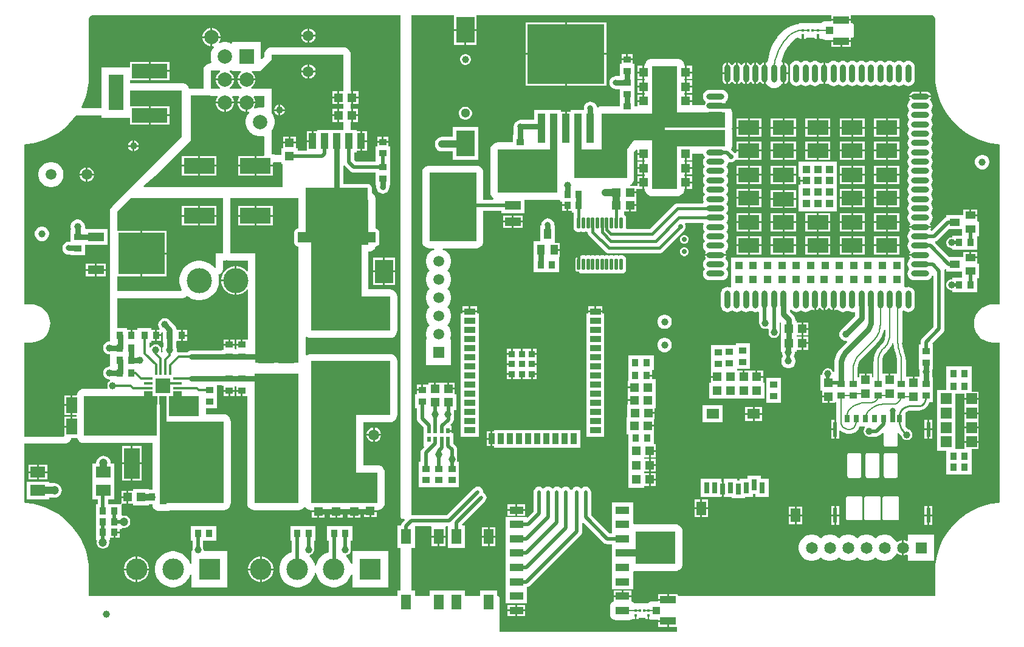
<source format=gtl>
G04*
G04 #@! TF.GenerationSoftware,Altium Limited,Altium Designer,24.5.2 (23)*
G04*
G04 Layer_Physical_Order=1*
G04 Layer_Color=255*
%FSLAX25Y25*%
%MOIN*%
G70*
G04*
G04 #@! TF.SameCoordinates,54B51B4C-3849-4939-8346-CF3DF989E6B0*
G04*
G04*
G04 #@! TF.FilePolarity,Positive*
G04*
G01*
G75*
%ADD11C,0.00787*%
%ADD16R,0.04724X0.05118*%
%ADD17R,0.05512X0.08268*%
%ADD18R,0.01968X0.03150*%
%ADD19R,0.04016X0.03701*%
%ADD20R,0.10236X0.14173*%
%ADD21R,0.05118X0.04724*%
%ADD22R,0.03701X0.04016*%
%ADD23R,0.01575X0.01575*%
%ADD24R,0.01378X0.01575*%
%ADD25R,0.08661X0.04134*%
%ADD26R,0.04331X0.03937*%
%ADD27C,0.03937*%
%ADD28R,0.05906X0.05906*%
%ADD29R,0.03937X0.05512*%
%ADD30R,0.05512X0.03937*%
%ADD31R,0.07677X0.04134*%
%ADD32R,0.03543X0.03543*%
%ADD33R,0.05906X0.03543*%
%ADD34R,0.03543X0.05906*%
%ADD35R,0.04213X0.08504*%
%ADD36R,0.04100X0.15900*%
%ADD37R,0.08661X0.13780*%
%ADD38R,0.08661X0.04724*%
%ADD39R,0.09843X0.12992*%
%ADD40R,0.03543X0.03937*%
%ADD41R,0.03937X0.03543*%
%ADD42R,0.11417X0.21260*%
%ADD43R,0.05906X0.08661*%
%ADD44R,0.08661X0.05906*%
%ADD45R,0.08268X0.08268*%
%ADD46R,0.04724X0.01181*%
%ADD47R,0.01181X0.04724*%
%ADD48R,0.08661X0.16929*%
%ADD49R,0.08976X0.04724*%
%ADD50R,0.25197X0.22835*%
%ADD51R,0.08268X0.05906*%
G04:AMPARAMS|DCode=52|XSize=59.06mil|YSize=17.72mil|CornerRadius=1.97mil|HoleSize=0mil|Usage=FLASHONLY|Rotation=270.000|XOffset=0mil|YOffset=0mil|HoleType=Round|Shape=RoundedRectangle|*
%AMROUNDEDRECTD52*
21,1,0.05906,0.01378,0,0,270.0*
21,1,0.05512,0.01772,0,0,270.0*
1,1,0.00394,-0.00689,-0.02756*
1,1,0.00394,-0.00689,0.02756*
1,1,0.00394,0.00689,0.02756*
1,1,0.00394,0.00689,-0.02756*
%
%ADD52ROUNDEDRECTD52*%
G04:AMPARAMS|DCode=53|XSize=98.43mil|YSize=31.5mil|CornerRadius=15.75mil|HoleSize=0mil|Usage=FLASHONLY|Rotation=90.000|XOffset=0mil|YOffset=0mil|HoleType=Round|Shape=RoundedRectangle|*
%AMROUNDEDRECTD53*
21,1,0.09843,0.00000,0,0,90.0*
21,1,0.06693,0.03150,0,0,90.0*
1,1,0.03150,0.00000,0.03347*
1,1,0.03150,0.00000,-0.03347*
1,1,0.03150,0.00000,-0.03347*
1,1,0.03150,0.00000,0.03347*
%
%ADD53ROUNDEDRECTD53*%
G04:AMPARAMS|DCode=54|XSize=98.43mil|YSize=31.5mil|CornerRadius=15.75mil|HoleSize=0mil|Usage=FLASHONLY|Rotation=180.000|XOffset=0mil|YOffset=0mil|HoleType=Round|Shape=RoundedRectangle|*
%AMROUNDEDRECTD54*
21,1,0.09843,0.00000,0,0,180.0*
21,1,0.06693,0.03150,0,0,180.0*
1,1,0.03150,-0.03347,0.00000*
1,1,0.03150,0.03347,0.00000*
1,1,0.03150,0.03347,0.00000*
1,1,0.03150,-0.03347,0.00000*
%
%ADD54ROUNDEDRECTD54*%
%ADD55R,0.04331X0.04331*%
%ADD56R,0.11811X0.07874*%
%ADD57R,0.42300X0.32700*%
%ADD58R,0.03150X0.05906*%
%ADD59R,0.07087X0.05512*%
%ADD60R,0.05512X0.07480*%
%ADD61R,0.21260X0.11417*%
%ADD62R,0.16929X0.08661*%
%ADD63R,0.02284X0.08268*%
%ADD64R,0.02559X0.04449*%
%ADD65R,0.02953X0.04449*%
%ADD131C,0.00720*%
%ADD132C,0.01181*%
%ADD133C,0.00721*%
%ADD134C,0.01000*%
%ADD135C,0.01968*%
%ADD136C,0.03150*%
%AMCUSTOMSHAPE137*
4,1,8,-0.21260,-0.15098,-0.21260,-0.09311,-0.17126,-0.09311,-0.17126,0.15098,0.17126,0.15098,0.17126,-0.09311,0.21260,-0.09311,0.21260,-0.15098,-0.21260,-0.15098,0.0*%
%ADD137CUSTOMSHAPE137*%

%ADD138C,0.03937*%
%ADD139C,0.01575*%
%ADD140C,0.02756*%
%ADD141C,0.03543*%
%ADD142C,0.05118*%
%ADD143C,0.05906*%
%ADD144C,0.06496*%
%ADD145R,0.06496X0.06496*%
%ADD146R,0.11811X0.11811*%
%ADD147C,0.11811*%
%ADD148R,0.05906X0.05906*%
%ADD149C,0.13780*%
%ADD150R,0.19685X0.07874*%
%ADD151R,0.07874X0.19685*%
%ADD152C,0.07874*%
%ADD153R,0.07874X0.07874*%
%ADD154C,0.03150*%
%ADD155C,0.02756*%
%ADD156C,0.02000*%
%ADD157C,0.04724*%
G36*
X500000Y340312D02*
D01*
X500672Y340204D01*
X501241Y339824D01*
X501622Y339254D01*
X501625Y339239D01*
X501729Y338583D01*
X501741Y338523D01*
X501741Y337883D01*
X501743Y308057D01*
X501756Y307988D01*
X501736Y307571D01*
X501920Y303834D01*
X502469Y300132D01*
X503378Y296502D01*
X504638Y292979D01*
X506238Y289597D01*
X508162Y286387D01*
X510391Y283381D01*
X512904Y280609D01*
X515677Y278096D01*
X518682Y275867D01*
X521892Y273943D01*
X525275Y272343D01*
X528798Y271082D01*
X532428Y270173D01*
X536129Y269624D01*
X537162Y269573D01*
Y181735D01*
X533465D01*
X533465Y181735D01*
Y181735D01*
X533380Y181719D01*
X531827Y181596D01*
X530231Y181213D01*
X528713Y180585D01*
X527313Y179727D01*
X526064Y178660D01*
X524998Y177411D01*
X524140Y176011D01*
X523511Y174494D01*
X523128Y172897D01*
X522999Y171260D01*
X523128Y169623D01*
X523511Y168026D01*
X524140Y166509D01*
X524998Y165109D01*
X526064Y163860D01*
X527313Y162793D01*
X528713Y161935D01*
X530231Y161307D01*
X531827Y160923D01*
X533380Y160801D01*
X533465Y160784D01*
X537162D01*
Y72948D01*
X536130Y72897D01*
X532429Y72348D01*
X528798Y71439D01*
X525275Y70178D01*
X521892Y68578D01*
X518682Y66654D01*
X515676Y64425D01*
X512903Y61912D01*
X510390Y59139D01*
X508161Y56133D01*
X506237Y52923D01*
X504637Y49540D01*
X503376Y46016D01*
X502467Y42386D01*
X501918Y38685D01*
X501734Y34947D01*
X501755Y34530D01*
X501741Y34461D01*
Y21689D01*
X361221D01*
X360547Y22200D01*
Y22654D01*
X355716D01*
Y19587D01*
X355217D01*
Y19087D01*
X349886D01*
Y18905D01*
X346555D01*
X345738Y18797D01*
X344977Y18482D01*
X344323Y17980D01*
X344095Y17683D01*
X343701D01*
X343307Y17631D01*
X342913Y17683D01*
X341535D01*
X340945Y17605D01*
X340354Y17683D01*
X338976D01*
X338583Y17631D01*
X338189Y17683D01*
X336689D01*
X336386Y18079D01*
X335732Y18580D01*
X335154Y18820D01*
Y21154D01*
X330315D01*
X325476D01*
Y18820D01*
X324898Y18580D01*
X324244Y18079D01*
X323743Y17425D01*
X323427Y16664D01*
X323320Y15846D01*
Y11713D01*
X323427Y10896D01*
X323743Y10134D01*
X324244Y9481D01*
X324898Y8979D01*
X325659Y8664D01*
X326476Y8556D01*
X334154D01*
X334970Y8664D01*
X335732Y8979D01*
X336014Y9195D01*
X339189D01*
Y9795D01*
X340354D01*
X340945Y9872D01*
X341535Y9795D01*
X342701D01*
Y9195D01*
X344823D01*
X344977Y9077D01*
X345738Y8762D01*
X346555Y8654D01*
X349886D01*
Y8472D01*
X355217D01*
Y7972D01*
X355716D01*
Y4905D01*
X360201D01*
Y2208D01*
X262831D01*
Y20669D01*
X262753Y21059D01*
X262532Y21390D01*
X262201Y21611D01*
X261811Y21689D01*
X261614D01*
Y24606D01*
X252165D01*
Y21689D01*
X243898D01*
Y24606D01*
X234449D01*
Y24606D01*
X234055D01*
Y24606D01*
X224606D01*
Y21689D01*
X216339D01*
Y24606D01*
X214602D01*
X214602Y24606D01*
Y48228D01*
X216339D01*
Y60014D01*
X225211D01*
X225575Y59465D01*
X225575Y59314D01*
Y54831D01*
X229331D01*
Y54331D01*
D01*
Y54831D01*
X233087D01*
Y59314D01*
X233087Y59465D01*
X233450Y60014D01*
X234449D01*
Y48228D01*
X243898D01*
Y60433D01*
X242503D01*
X242297Y61133D01*
X254845Y73681D01*
X255319Y74298D01*
X255616Y75017D01*
X255718Y75787D01*
X255616Y76558D01*
X255319Y77276D01*
X254845Y77893D01*
X254229Y78367D01*
X253902Y78502D01*
X253933Y78740D01*
X253832Y79511D01*
X253534Y80229D01*
X253061Y80846D01*
X252444Y81319D01*
X251726Y81617D01*
X250955Y81718D01*
X250184Y81617D01*
X249466Y81319D01*
X248849Y80846D01*
X233973Y65970D01*
X214602D01*
Y340312D01*
X237976D01*
Y332764D01*
X244095D01*
X250213D01*
Y340312D01*
X444867D01*
Y338341D01*
X455529D01*
Y340312D01*
X499315D01*
X500000Y340312D01*
D02*
G37*
G36*
X177165Y298764D02*
X174981D01*
Y295205D01*
Y291646D01*
X177165D01*
Y288992D01*
X174909D01*
Y285433D01*
Y281874D01*
X177165D01*
Y277567D01*
X162807D01*
Y276598D01*
X160689D01*
Y271346D01*
X160189D01*
Y270846D01*
X157083D01*
Y266094D01*
X156434Y265970D01*
X152165D01*
Y267323D01*
X151197D01*
Y269972D01*
X144079D01*
Y267323D01*
X143110D01*
Y263779D01*
X139370D01*
Y264173D01*
X137795D01*
X137795Y277144D01*
X138474Y278160D01*
X139067Y279593D01*
X139370Y281114D01*
Y282665D01*
X139067Y284187D01*
X138474Y285619D01*
X137795Y286635D01*
Y300197D01*
X126766D01*
X126578Y300897D01*
X127047Y301167D01*
X127966Y302087D01*
X128616Y303212D01*
X128953Y304468D01*
Y304618D01*
X124016D01*
X119079D01*
Y304468D01*
X119415Y303212D01*
X120065Y302087D01*
X120984Y301167D01*
X121453Y300897D01*
X121266Y300197D01*
X114955D01*
X114767Y300897D01*
X115236Y301167D01*
X116155Y302087D01*
X116805Y303212D01*
X117142Y304468D01*
Y304618D01*
X112205D01*
X107268D01*
Y304468D01*
X107604Y303212D01*
X108254Y302087D01*
X109173Y301167D01*
X109642Y300897D01*
X109455Y300197D01*
X104331D01*
Y310039D01*
X109455D01*
X109642Y309339D01*
X109173Y309069D01*
X108254Y308150D01*
X107604Y307024D01*
X107268Y305768D01*
Y305618D01*
X112205D01*
X117142D01*
Y305768D01*
X116805Y307024D01*
X116155Y308150D01*
X115236Y309069D01*
X114767Y309339D01*
X114955Y310039D01*
X116142D01*
Y309842D01*
X120925D01*
X121112Y309142D01*
X120984Y309069D01*
X120065Y308150D01*
X119415Y307024D01*
X119079Y305768D01*
Y305618D01*
X124016D01*
X128953D01*
Y305768D01*
X128616Y307024D01*
X127966Y308150D01*
X127047Y309069D01*
X126919Y309142D01*
X127107Y309842D01*
X131890D01*
Y310039D01*
X137795Y315945D01*
Y318898D01*
X177165D01*
Y298764D01*
D02*
G37*
G36*
X104331Y296226D02*
X108014D01*
X108150Y295898D01*
X108240Y295526D01*
X107604Y294425D01*
X107268Y293170D01*
Y293020D01*
X112205D01*
Y292520D01*
D01*
Y293020D01*
X117142D01*
Y293170D01*
X116805Y294425D01*
X116170Y295526D01*
X116260Y295898D01*
X116395Y296226D01*
X119825D01*
X119961Y295898D01*
X120051Y295526D01*
X119415Y294425D01*
X119079Y293170D01*
Y293020D01*
X124016D01*
X128953D01*
Y293170D01*
X128616Y294425D01*
X127981Y295526D01*
X128070Y295898D01*
X128206Y296226D01*
X133824D01*
Y290169D01*
X133124Y289594D01*
X132272Y289764D01*
X130720D01*
X129199Y289461D01*
X128621Y289222D01*
X128133Y289777D01*
X128616Y290614D01*
X128953Y291870D01*
Y292020D01*
X124516D01*
Y287583D01*
X124666D01*
X125209Y287728D01*
X125571Y287101D01*
X125380Y286909D01*
X124518Y285619D01*
X123925Y284187D01*
X123622Y282665D01*
Y281114D01*
X123925Y279593D01*
X124518Y278160D01*
X125380Y276870D01*
X126477Y275774D01*
X127766Y274912D01*
X129199Y274318D01*
X130720Y274016D01*
X132272D01*
X133124Y274185D01*
X133824Y273611D01*
X133824Y264173D01*
X133882Y263731D01*
X133421Y263205D01*
X129437D01*
Y258374D01*
X138401D01*
Y259405D01*
X138928Y259867D01*
X139370Y259809D01*
X143110D01*
Y258661D01*
X143701D01*
Y246063D01*
X67760D01*
X67522Y246721D01*
X73819Y251969D01*
X93504Y271654D01*
Y296260D01*
X104073D01*
X104331Y296226D01*
D02*
G37*
G36*
X88583Y273622D02*
X78740Y263779D01*
X57926Y242965D01*
X50376Y235415D01*
X50376Y235415D01*
X49213Y234252D01*
Y232607D01*
Y222063D01*
Y197228D01*
Y189961D01*
Y188976D01*
Y161428D01*
X48926D01*
X48001Y161306D01*
X47139Y160949D01*
X46399Y160381D01*
X45831Y159641D01*
X45474Y158779D01*
X45352Y157854D01*
X45474Y156929D01*
X45831Y156067D01*
X46399Y155327D01*
X47139Y154759D01*
X48001Y154402D01*
X48926Y154280D01*
X49213D01*
Y147649D01*
X48926D01*
X48001Y147527D01*
X47139Y147170D01*
X46399Y146602D01*
X45831Y145862D01*
X45474Y145000D01*
X45352Y144075D01*
X45474Y143150D01*
X45831Y142288D01*
X46399Y141548D01*
X47139Y140980D01*
X48001Y140623D01*
X48926Y140501D01*
X49213D01*
Y139783D01*
X48827Y139560D01*
X48274Y139008D01*
X47883Y138331D01*
X47681Y137576D01*
Y136794D01*
X47862Y136120D01*
X47750Y135783D01*
X47541Y135420D01*
X34902D01*
X33874Y135285D01*
X32916Y134888D01*
X32094Y134257D01*
X31463Y133435D01*
X31066Y132477D01*
X30971Y131759D01*
X28524D01*
Y126428D01*
Y121098D01*
X30931D01*
Y119948D01*
X28524D01*
Y114618D01*
X28024D01*
Y114118D01*
X24071D01*
Y109287D01*
X23385Y109252D01*
X2208D01*
Y160784D01*
X5906D01*
X5906Y160784D01*
Y160784D01*
X5990Y160801D01*
X7543Y160923D01*
X9139Y161307D01*
X10657Y161935D01*
X12057Y162793D01*
X13306Y163860D01*
X14372Y165109D01*
X15230Y166509D01*
X15859Y168026D01*
X16242Y169623D01*
X16371Y171260D01*
X16242Y172897D01*
X15859Y174494D01*
X15230Y176011D01*
X14372Y177411D01*
X13306Y178660D01*
X12057Y179727D01*
X10657Y180585D01*
X9139Y181213D01*
X7543Y181596D01*
X5990Y181719D01*
X5906Y181735D01*
X2196D01*
Y269571D01*
X3240Y269623D01*
X6942Y270172D01*
X10572Y271081D01*
X14095Y272342D01*
X17478Y273942D01*
X20688Y275866D01*
X23694Y278095D01*
X26467Y280608D01*
X28980Y283381D01*
X30502Y285433D01*
X44488D01*
Y284252D01*
X60024D01*
Y280496D01*
X70366D01*
Y285433D01*
Y290370D01*
X60236D01*
Y299213D01*
X88583D01*
Y273622D01*
D02*
G37*
G36*
X39370Y340312D02*
X208626D01*
Y64961D01*
X208704Y64570D01*
X208925Y64240D01*
X209256Y64019D01*
X209646Y63941D01*
X210389D01*
X210657Y63294D01*
X209508Y62145D01*
X209035Y61528D01*
X208737Y60810D01*
X208688Y60433D01*
X206890D01*
Y48228D01*
X208626D01*
Y24606D01*
X208626Y24606D01*
X206890D01*
Y21689D01*
X37629D01*
Y34461D01*
X37615Y34530D01*
X37636Y34947D01*
X37452Y38685D01*
X36903Y42386D01*
X35994Y46016D01*
X34733Y49540D01*
X33133Y52923D01*
X31209Y56133D01*
X28980Y59139D01*
X26467Y61912D01*
X23694Y64425D01*
X20688Y66654D01*
X17478Y68578D01*
X14095Y70178D01*
X10572Y71439D01*
X6942Y72348D01*
X3240Y72897D01*
X2208Y72948D01*
Y105281D01*
X23385D01*
X23486Y105294D01*
X23587Y105286D01*
X24272Y105321D01*
X24684Y105396D01*
X25099Y105451D01*
X25192Y105490D01*
X25292Y105508D01*
X25670Y105688D01*
X26056Y105848D01*
X26137Y105910D01*
X26228Y105953D01*
X26547Y106224D01*
X26879Y106479D01*
X26941Y106559D01*
X27018Y106625D01*
X27255Y106969D01*
X27510Y107301D01*
X27549Y107395D01*
X27606Y107478D01*
X27746Y107872D01*
X27907Y108259D01*
X27914Y108318D01*
X31182D01*
X31463Y107641D01*
X32094Y106818D01*
X32916Y106187D01*
X33874Y105790D01*
X34902Y105655D01*
X72368D01*
Y79998D01*
X70557D01*
Y80549D01*
X61896D01*
Y79580D01*
X59246D01*
Y76021D01*
Y72462D01*
X61896D01*
Y71494D01*
X70557D01*
Y72045D01*
X72391D01*
X72503Y71197D01*
X72900Y70239D01*
X73531Y69416D01*
X74353Y68785D01*
X75311Y68389D01*
X76339Y68253D01*
X80079D01*
X81107Y68389D01*
X82064Y68785D01*
X82166Y68864D01*
X111409D01*
X112437Y68999D01*
X113394Y69396D01*
X114217Y70027D01*
X114848Y70849D01*
X115245Y71807D01*
X115380Y72835D01*
Y117500D01*
X115245Y118528D01*
X114848Y119485D01*
X114217Y120308D01*
X113394Y120939D01*
X112437Y121336D01*
X111409Y121471D01*
X101865D01*
Y124638D01*
X107666D01*
Y130858D01*
Y137548D01*
X110619D01*
Y137241D01*
X110962D01*
X111587Y137060D01*
X111587Y136541D01*
Y134789D01*
X117524D01*
X117524Y136590D01*
X118001Y136866D01*
X118477Y136590D01*
Y134789D01*
X121446D01*
Y134289D01*
X121946D01*
Y131517D01*
X124414Y131517D01*
X124434Y130825D01*
Y72835D01*
X124570Y71807D01*
X124967Y70849D01*
X125598Y70027D01*
X126420Y69396D01*
X127378Y68999D01*
X128405Y68864D01*
X152559D01*
X153587Y68999D01*
X154545Y69396D01*
X155367Y70027D01*
X155563Y70282D01*
X156445D01*
X156641Y70027D01*
X157463Y69396D01*
X158421Y68999D01*
X159449Y68864D01*
X159827D01*
Y68610D01*
X166945D01*
Y68864D01*
X169669D01*
Y68610D01*
X176787D01*
Y68864D01*
X179512D01*
Y68610D01*
X186630D01*
Y68864D01*
X188370D01*
Y68807D01*
X195488D01*
Y68864D01*
X195866D01*
X196894Y68999D01*
X197852Y69396D01*
X198674Y70027D01*
X199305Y70849D01*
X199702Y71807D01*
X199837Y72835D01*
Y89567D01*
X199702Y90595D01*
X199305Y91552D01*
X198674Y92375D01*
X197852Y93006D01*
X196894Y93403D01*
X195866Y93538D01*
X188026D01*
Y117092D01*
X202756D01*
X203784Y117227D01*
X204741Y117624D01*
X205564Y118255D01*
X206195Y119078D01*
X206592Y120035D01*
X206727Y121063D01*
Y150591D01*
X206592Y151618D01*
X206195Y152576D01*
X205564Y153399D01*
X204741Y154030D01*
X203784Y154426D01*
X202756Y154561D01*
X159449D01*
X158421Y154426D01*
X157463Y154030D01*
X157230Y153850D01*
X156530Y154196D01*
Y163718D01*
X157230Y164063D01*
X157463Y163884D01*
X158421Y163487D01*
X159449Y163352D01*
X202756D01*
X203784Y163487D01*
X204741Y163884D01*
X205564Y164515D01*
X206195Y165337D01*
X206592Y166295D01*
X206727Y167323D01*
Y186024D01*
X206592Y187051D01*
X206195Y188009D01*
X205564Y188831D01*
X204741Y189463D01*
X203784Y189859D01*
X202756Y189995D01*
X190979D01*
Y210600D01*
X191973Y210731D01*
X192930Y211128D01*
X193753Y211759D01*
X194384Y212581D01*
X194781Y213539D01*
X194782Y213552D01*
X194835D01*
X195603Y213705D01*
X196254Y214140D01*
X196689Y214791D01*
X196842Y215559D01*
Y221346D01*
X196689Y222114D01*
X196254Y222766D01*
X195603Y223201D01*
X194916Y223337D01*
Y239173D01*
X194781Y240201D01*
X194384Y241159D01*
X193753Y241981D01*
X192930Y242612D01*
X192708Y242704D01*
Y245756D01*
X192555Y246524D01*
X192120Y247175D01*
X191469Y247610D01*
X190701Y247763D01*
X177149D01*
Y257757D01*
X177849Y257995D01*
X178162Y257587D01*
X180807Y254941D01*
X180807Y254941D01*
X181424Y254468D01*
X182143Y254170D01*
X182913Y254069D01*
X194843D01*
Y247008D01*
X195245D01*
Y246063D01*
X195367Y245138D01*
X195724Y244276D01*
X196292Y243536D01*
X197032Y242968D01*
X197894Y242611D01*
X198819Y242489D01*
X199744Y242611D01*
X200606Y242968D01*
X201346Y243536D01*
X201914Y244276D01*
X202271Y245138D01*
X202393Y246063D01*
Y247008D01*
X202795D01*
Y253228D01*
Y260787D01*
Y268425D01*
X201827D01*
Y270327D01*
X198819D01*
X195811D01*
Y268425D01*
X194843D01*
Y260026D01*
X184147D01*
X183246Y260927D01*
Y265126D01*
X184343D01*
Y266094D01*
X186461D01*
Y271346D01*
Y276598D01*
X184343D01*
Y277567D01*
X181136D01*
Y281874D01*
X181390D01*
Y285433D01*
Y288992D01*
X181136D01*
Y291646D01*
X181462D01*
Y295205D01*
Y298764D01*
X181136D01*
Y318898D01*
X181001Y319925D01*
X180604Y320883D01*
X179973Y321706D01*
X179151Y322337D01*
X178193Y322733D01*
X177165Y322869D01*
X137795D01*
X136767Y322733D01*
X135810Y322337D01*
X134987Y321706D01*
X134356Y320883D01*
X133960Y319925D01*
X133824Y318898D01*
Y317590D01*
X132536Y316302D01*
X131890Y316570D01*
Y325590D01*
X116142D01*
Y325366D01*
X115442Y324899D01*
X114502Y325288D01*
X112980Y325590D01*
X111429D01*
X109908Y325288D01*
X109329Y325048D01*
X108842Y325604D01*
X109325Y326441D01*
X109661Y327696D01*
Y327846D01*
X105225D01*
Y323409D01*
X105374D01*
X105918Y323555D01*
X106280Y322927D01*
X106089Y322736D01*
X105227Y321446D01*
X104633Y320013D01*
X104331Y318492D01*
Y316941D01*
X104633Y315420D01*
X104976Y314592D01*
X104587Y314010D01*
X104331D01*
X103303Y313875D01*
X102345Y313478D01*
X101523Y312847D01*
X100892Y312025D01*
X100495Y311067D01*
X100360Y310039D01*
Y300231D01*
X93504D01*
X93072Y300174D01*
X92418Y300240D01*
X92022Y301198D01*
X91391Y302021D01*
X90568Y302652D01*
X89610Y303048D01*
X88583Y303184D01*
X60236D01*
Y304906D01*
X70366D01*
Y309842D01*
Y314779D01*
X60024D01*
Y311811D01*
X44488D01*
Y289404D01*
X33816D01*
X33373Y290104D01*
X34733Y292980D01*
X35994Y296503D01*
X36903Y300133D01*
X37452Y303835D01*
X37636Y307573D01*
X37615Y307990D01*
X37629Y308059D01*
Y338523D01*
X37641Y338583D01*
X37641D01*
X37745Y339239D01*
X37748Y339254D01*
X38129Y339824D01*
X38698Y340205D01*
X39304Y340325D01*
X39370Y340312D01*
D02*
G37*
G36*
X111187Y209646D02*
X107283D01*
Y201808D01*
X106618Y201592D01*
X106368Y201935D01*
X105163Y203140D01*
X103785Y204142D01*
X102266Y204915D01*
X100645Y205442D01*
X98962Y205709D01*
X97258D01*
X95575Y205442D01*
X93954Y204915D01*
X92436Y204142D01*
X91057Y203140D01*
X89852Y201935D01*
X88850Y200556D01*
X88077Y199038D01*
X87550Y197417D01*
X87283Y195734D01*
Y194030D01*
X87550Y192347D01*
X88077Y190726D01*
X88611Y189676D01*
X88182Y188976D01*
X53184D01*
Y189961D01*
Y197228D01*
X65917D01*
Y209646D01*
Y222063D01*
X53184D01*
Y232607D01*
X60734Y240158D01*
X111187D01*
Y209646D01*
D02*
G37*
G36*
X114130Y205810D02*
X115157Y205675D01*
X124966D01*
Y200028D01*
X124296Y199825D01*
X124239Y199911D01*
X123140Y201010D01*
X121847Y201874D01*
X120412Y202468D01*
X118887Y202772D01*
X118610D01*
Y194882D01*
Y186992D01*
X118887D01*
X120412Y187295D01*
X121847Y187890D01*
X123140Y188753D01*
X124239Y189852D01*
X124296Y189939D01*
X124966Y189735D01*
Y162781D01*
X124414Y162424D01*
X124266Y162424D01*
X121945D01*
Y159652D01*
X121445D01*
Y159152D01*
X118477D01*
X118477Y157351D01*
X118001Y157074D01*
X117524Y157351D01*
Y159152D01*
X114556D01*
X111587D01*
X111587Y156880D01*
X110962Y156699D01*
X110619D01*
Y156521D01*
X94063D01*
X93957Y156535D01*
X93032Y156413D01*
X92170Y156056D01*
X91500Y155542D01*
X86701D01*
X86306Y155490D01*
X85810Y155944D01*
X85743Y156092D01*
X85816Y156364D01*
Y157400D01*
X85547Y158402D01*
X85523Y158444D01*
Y160780D01*
X85619D01*
Y161124D01*
X85801Y161748D01*
X86319Y161748D01*
X88073D01*
Y164717D01*
Y167685D01*
X85801Y167685D01*
X85619Y168309D01*
Y168654D01*
X85423D01*
X85401Y168819D01*
X85044Y169681D01*
X84476Y170421D01*
X81720Y173177D01*
X80980Y173745D01*
X80118Y174102D01*
X79193Y174223D01*
X78268Y174102D01*
X77406Y173745D01*
X76666Y173177D01*
X76098Y172436D01*
X75741Y171575D01*
X75619Y170650D01*
X75741Y169725D01*
X76098Y168863D01*
X76404Y168464D01*
X76059Y167764D01*
X74859D01*
Y165256D01*
X77209D01*
Y166120D01*
X77909Y166471D01*
X78138Y166300D01*
Y160780D01*
X78375D01*
Y158687D01*
X78210Y158402D01*
X77942Y157400D01*
Y156364D01*
X78122Y155692D01*
X77551Y155363D01*
X77068Y155837D01*
X77240Y156479D01*
Y157261D01*
X77038Y158016D01*
X76647Y158693D01*
X76094Y159246D01*
X75417Y159636D01*
X74663Y159839D01*
X73881D01*
X73126Y159636D01*
X72449Y159246D01*
X71896Y158693D01*
X71505Y158016D01*
X71490Y157957D01*
X70790Y158050D01*
Y160780D01*
X71957D01*
Y161748D01*
X73859D01*
Y164756D01*
Y167764D01*
X71957D01*
Y168732D01*
X64319D01*
Y167897D01*
X63675Y167764D01*
Y167764D01*
X61324D01*
Y164756D01*
X60324D01*
Y167764D01*
X58423D01*
Y168732D01*
X53184D01*
Y185005D01*
X88182D01*
X88645Y185066D01*
X89109Y185115D01*
X89158Y185134D01*
X89210Y185141D01*
X89641Y185319D01*
X90077Y185487D01*
X90120Y185517D01*
X90168Y185537D01*
X90538Y185822D01*
X90916Y186096D01*
X90949Y186137D01*
X90990Y186169D01*
X91238Y186492D01*
X92436Y185622D01*
X93954Y184848D01*
X95575Y184322D01*
X97258Y184055D01*
X98962D01*
X100645Y184322D01*
X102266Y184848D01*
X103785Y185622D01*
X105163Y186624D01*
X106368Y187829D01*
X107370Y189207D01*
X108144Y190726D01*
X108670Y192347D01*
X108937Y194030D01*
Y195734D01*
X108670Y197417D01*
X108475Y198020D01*
X108510Y198032D01*
X108885Y198210D01*
X109269Y198369D01*
X109352Y198433D01*
X109446Y198478D01*
X109762Y198748D01*
X110091Y199000D01*
X110155Y199083D01*
X110234Y199151D01*
X110470Y199493D01*
X110722Y199823D01*
X110762Y199919D01*
X110822Y200006D01*
X110960Y200397D01*
X111119Y200781D01*
X111133Y200884D01*
X111168Y200983D01*
X111200Y201397D01*
X111254Y201808D01*
Y205684D01*
X112214Y205810D01*
X113172Y206207D01*
X114130Y205810D01*
D02*
G37*
G36*
X190945Y214567D02*
X187008D01*
Y186024D01*
X202756D01*
Y167323D01*
X159449D01*
Y239173D01*
X190945D01*
Y214567D01*
D02*
G37*
G36*
X152559Y223354D02*
X152315D01*
X151547Y223201D01*
X150896Y222766D01*
X150461Y222114D01*
X150308Y221346D01*
Y215559D01*
X150461Y214791D01*
X150896Y214140D01*
X151547Y213705D01*
X152315Y213552D01*
X152559D01*
Y209646D01*
Y149606D01*
X128937D01*
Y209646D01*
X115157D01*
Y240158D01*
X152559D01*
Y223354D01*
D02*
G37*
G36*
X88641Y131476D02*
X97894D01*
Y120453D01*
X81457D01*
Y131476D01*
X83917D01*
Y133937D01*
X88641D01*
Y131476D01*
D02*
G37*
G36*
X72500Y131449D02*
X74939D01*
Y109626D01*
X34902D01*
Y131449D01*
X67776D01*
Y133937D01*
X72500D01*
Y131449D01*
D02*
G37*
G36*
X202756Y121063D02*
X184055D01*
Y89567D01*
X195866D01*
Y72835D01*
X159449D01*
Y150591D01*
X202756D01*
Y121063D01*
D02*
G37*
G36*
X152559Y72835D02*
X128405D01*
Y143701D01*
X152559D01*
Y72835D01*
D02*
G37*
G36*
X80079Y117500D02*
X111409D01*
Y72835D01*
X80079D01*
Y72224D01*
X76339D01*
Y131476D01*
X80079D01*
Y117500D01*
D02*
G37*
%LPC*%
G36*
X455529Y337341D02*
X444867D01*
Y337159D01*
X441537D01*
X440720Y337052D01*
X439958Y336736D01*
X439304Y336235D01*
X439071Y335930D01*
X438309Y336031D01*
X436734D01*
X436028Y335938D01*
X435322Y336031D01*
X433944D01*
X433353Y335953D01*
X432763Y336031D01*
X431385D01*
X430653Y335934D01*
X429921Y336031D01*
X428346D01*
X427529Y335923D01*
X426768Y335608D01*
X426603Y335481D01*
X426486Y335472D01*
X426244Y335420D01*
X425997Y335394D01*
X424027Y334921D01*
X423795Y334832D01*
X423556Y334768D01*
X421684Y333993D01*
X421469Y333869D01*
X421242Y333768D01*
X419515Y332709D01*
X419322Y332553D01*
X419114Y332418D01*
X417573Y331102D01*
X417522Y331045D01*
X417385Y330940D01*
X417322Y330857D01*
X417244Y330789D01*
X415289Y328560D01*
X415174Y328387D01*
X415037Y328232D01*
X413390Y325766D01*
X413298Y325581D01*
X413183Y325409D01*
X411872Y322749D01*
X411805Y322553D01*
X411714Y322368D01*
X410760Y319560D01*
X410720Y319357D01*
X410654Y319161D01*
X410075Y316252D01*
X410062Y316046D01*
X410021Y315843D01*
X409973Y315112D01*
X409877Y315028D01*
X409762Y314856D01*
X409626Y314700D01*
X409278Y314179D01*
X408940Y314319D01*
X408768Y314342D01*
Y312847D01*
X408684Y312427D01*
X408664Y312118D01*
X408624Y311811D01*
Y308465D01*
Y305118D01*
X408664Y304811D01*
X408684Y304502D01*
X408768Y304082D01*
Y302587D01*
X408940Y302610D01*
X409278Y302750D01*
X409626Y302229D01*
X409762Y302073D01*
X409877Y301901D01*
X410033Y301765D01*
X410169Y301609D01*
X410341Y301495D01*
X410497Y301358D01*
X411018Y301010D01*
X411203Y300919D01*
X411375Y300804D01*
X411571Y300737D01*
X411757Y300646D01*
X411960Y300605D01*
X412156Y300539D01*
X412770Y300416D01*
X412977Y300403D01*
X413179Y300363D01*
X413386Y300376D01*
X413592Y300363D01*
X413795Y300403D01*
X414002Y300416D01*
X414616Y300539D01*
X414812Y300605D01*
X415015Y300646D01*
X415201Y300737D01*
X415396Y300804D01*
X415568Y300919D01*
X415754Y301010D01*
X416275Y301358D01*
X416431Y301495D01*
X416603Y301609D01*
X416739Y301765D01*
X416894Y301901D01*
X417009Y302073D01*
X417146Y302229D01*
X417494Y302750D01*
X417832Y302610D01*
X418004Y302587D01*
Y304082D01*
X418087Y304502D01*
X418108Y304811D01*
X418148Y305118D01*
Y308465D01*
Y311811D01*
X418108Y312118D01*
X418087Y312427D01*
X418004Y312847D01*
Y314454D01*
X417582Y314804D01*
X417510Y314944D01*
X417513Y314961D01*
X418252Y317529D01*
X419275Y319998D01*
X420568Y322336D01*
X422114Y324516D01*
X423834Y326440D01*
X423907Y326496D01*
X423942Y326542D01*
X424948Y327367D01*
X426146Y328008D01*
X426647Y328159D01*
X427347Y327640D01*
Y327543D01*
X430921D01*
Y327736D01*
X431385Y328143D01*
X432763D01*
X433353Y328220D01*
X433944Y328143D01*
X435322D01*
X435734Y327781D01*
Y327543D01*
X439309D01*
Y327543D01*
X439537Y327656D01*
X439958Y327332D01*
X440720Y327016D01*
X441537Y326909D01*
X444867D01*
Y326727D01*
X455529D01*
Y328062D01*
X456169D01*
X456559Y328139D01*
X456890Y328360D01*
X457111Y328691D01*
X457188Y329081D01*
Y334987D01*
X457111Y335377D01*
X456890Y335708D01*
X456559Y335929D01*
X456169Y336006D01*
X455529D01*
Y337341D01*
D02*
G37*
G36*
X250213Y331764D02*
X244595D01*
Y324177D01*
X250213D01*
Y331764D01*
D02*
G37*
G36*
X243595D02*
X237976D01*
Y324177D01*
X243595D01*
Y331764D01*
D02*
G37*
G36*
X455529Y325727D02*
X450698D01*
Y323160D01*
X455529D01*
Y325727D01*
D02*
G37*
G36*
X449698D02*
X444867D01*
Y323160D01*
X449698D01*
Y325727D01*
D02*
G37*
G36*
X321363Y336444D02*
X299713D01*
Y319595D01*
X321363D01*
Y336444D01*
D02*
G37*
G36*
X298713D02*
X277063D01*
Y319595D01*
X298713D01*
Y336444D01*
D02*
G37*
G36*
X335685Y318953D02*
X333177D01*
Y316602D01*
X335685D01*
Y318953D01*
D02*
G37*
G36*
X332177D02*
X329669D01*
Y316602D01*
X332177D01*
Y318953D01*
D02*
G37*
G36*
X487008Y315385D02*
X486083Y315263D01*
X485221Y314906D01*
X484996Y314733D01*
X484417Y314338D01*
X483677Y314906D01*
X482815Y315263D01*
X481890Y315385D01*
X480965Y315263D01*
X480103Y314906D01*
X479363Y314338D01*
X478784Y314733D01*
X478559Y314906D01*
X477697Y315263D01*
X476772Y315385D01*
X475847Y315263D01*
X474985Y314906D01*
X474760Y314733D01*
X474181Y314338D01*
X473441Y314906D01*
X472578Y315263D01*
X471654Y315385D01*
X470729Y315263D01*
X469867Y314906D01*
X469127Y314338D01*
X468547Y314733D01*
X468322Y314906D01*
X467460Y315263D01*
X466536Y315385D01*
X465611Y315263D01*
X464748Y314906D01*
X464524Y314733D01*
X463944Y314338D01*
X463204Y314906D01*
X462342Y315263D01*
X461417Y315385D01*
X460492Y315263D01*
X459630Y314906D01*
X458890Y314338D01*
X458311Y314733D01*
X458086Y314906D01*
X457224Y315263D01*
X456299Y315385D01*
X455374Y315263D01*
X454512Y314906D01*
X454287Y314733D01*
X453708Y314338D01*
X452968Y314906D01*
X452106Y315263D01*
X451181Y315385D01*
X450256Y315263D01*
X449394Y314906D01*
X448654Y314338D01*
X448075Y314733D01*
X447850Y314906D01*
X446988Y315263D01*
X446063Y315385D01*
X445138Y315263D01*
X444276Y314906D01*
X443536Y314338D01*
X443334Y314075D01*
X443280Y314033D01*
X442392Y313946D01*
X442243Y314060D01*
X441617Y314319D01*
X441445Y314342D01*
Y308465D01*
Y302587D01*
X441617Y302610D01*
X442243Y302869D01*
X442392Y302983D01*
X443280Y302896D01*
X443334Y302854D01*
X443536Y302591D01*
X444276Y302023D01*
X445138Y301666D01*
X446063Y301544D01*
X446988Y301666D01*
X447850Y302023D01*
X448075Y302196D01*
X448654Y302591D01*
X449394Y302023D01*
X450256Y301666D01*
X451181Y301544D01*
X452106Y301666D01*
X452968Y302023D01*
X453708Y302591D01*
X454287Y302196D01*
X454512Y302023D01*
X455374Y301666D01*
X456299Y301544D01*
X457224Y301666D01*
X458086Y302023D01*
X458311Y302196D01*
X458890Y302591D01*
X459630Y302023D01*
X460492Y301666D01*
X461417Y301544D01*
X462342Y301666D01*
X463204Y302023D01*
X463944Y302591D01*
X464524Y302196D01*
X464748Y302023D01*
X465611Y301666D01*
X466536Y301544D01*
X467460Y301666D01*
X468322Y302023D01*
X468547Y302196D01*
X469127Y302591D01*
X469867Y302023D01*
X470729Y301666D01*
X471654Y301544D01*
X472578Y301666D01*
X473441Y302023D01*
X474181Y302591D01*
X474760Y302196D01*
X474985Y302023D01*
X475847Y301666D01*
X476772Y301544D01*
X477697Y301666D01*
X478559Y302023D01*
X478784Y302196D01*
X479363Y302591D01*
X480103Y302023D01*
X480965Y301666D01*
X481890Y301544D01*
X482815Y301666D01*
X483677Y302023D01*
X484417Y302591D01*
X484996Y302196D01*
X485221Y302023D01*
X486083Y301666D01*
X487008Y301544D01*
X487933Y301666D01*
X488795Y302023D01*
X489535Y302591D01*
X490103Y303331D01*
X490460Y304193D01*
X490582Y305118D01*
Y311811D01*
X490460Y312736D01*
X490103Y313598D01*
X489535Y314338D01*
X488795Y314906D01*
X487933Y315263D01*
X487008Y315385D01*
D02*
G37*
G36*
X435827D02*
X434902Y315263D01*
X434040Y314906D01*
X433815Y314733D01*
X433236Y314338D01*
X432496Y314906D01*
X431634Y315263D01*
X430709Y315385D01*
X429784Y315263D01*
X428922Y314906D01*
X428182Y314338D01*
X427602Y314733D01*
X427378Y314906D01*
X426516Y315263D01*
X425591Y315385D01*
X424666Y315263D01*
X423804Y314906D01*
X423064Y314338D01*
X422496Y313598D01*
X422139Y312736D01*
X422017Y311811D01*
Y305118D01*
X422139Y304193D01*
X422496Y303331D01*
X423064Y302591D01*
X423804Y302023D01*
X424666Y301666D01*
X425591Y301544D01*
X426516Y301666D01*
X427378Y302023D01*
X427602Y302196D01*
X428182Y302591D01*
X428922Y302023D01*
X429784Y301666D01*
X430709Y301544D01*
X431634Y301666D01*
X432496Y302023D01*
X433236Y302591D01*
X433815Y302196D01*
X434040Y302023D01*
X434902Y301666D01*
X435827Y301544D01*
X436752Y301666D01*
X437614Y302023D01*
X438354Y302591D01*
X438556Y302854D01*
X438610Y302896D01*
X439498Y302983D01*
X439646Y302869D01*
X440273Y302610D01*
X440445Y302587D01*
Y308465D01*
Y314342D01*
X440273Y314319D01*
X439646Y314060D01*
X439498Y313946D01*
X438610Y314033D01*
X438556Y314075D01*
X438354Y314338D01*
X437614Y314906D01*
X436752Y315263D01*
X435827Y315385D01*
D02*
G37*
G36*
X402650Y314342D02*
X402478Y314319D01*
X401851Y314060D01*
X401313Y313647D01*
X400990Y313226D01*
X400591Y313160D01*
X400191Y313226D01*
X399868Y313647D01*
X399330Y314060D01*
X398704Y314319D01*
X398532Y314342D01*
Y308465D01*
Y302587D01*
X398704Y302610D01*
X399330Y302869D01*
X399868Y303282D01*
X400191Y303703D01*
X400591Y303769D01*
X400990Y303703D01*
X401313Y303282D01*
X401851Y302869D01*
X402478Y302610D01*
X402650Y302587D01*
Y308465D01*
Y314342D01*
D02*
G37*
G36*
X397532Y314342D02*
X397359Y314319D01*
X396733Y314060D01*
X396195Y313647D01*
X395872Y313226D01*
X395472Y313160D01*
X395073Y313226D01*
X394750Y313647D01*
X394212Y314060D01*
X393586Y314319D01*
X393413Y314342D01*
Y308465D01*
Y302587D01*
X393586Y302610D01*
X394212Y302869D01*
X394750Y303282D01*
X395073Y303703D01*
X395473Y303769D01*
X395872Y303703D01*
X396195Y303282D01*
X396733Y302869D01*
X397359Y302610D01*
X397532Y302587D01*
Y308465D01*
Y314342D01*
D02*
G37*
G36*
X392413D02*
X392241Y314319D01*
X391615Y314060D01*
X391077Y313647D01*
X390754Y313226D01*
X390354Y313160D01*
X389955Y313226D01*
X389632Y313647D01*
X389094Y314060D01*
X388468Y314319D01*
X388295Y314342D01*
Y308465D01*
Y302587D01*
X388468Y302610D01*
X389094Y302869D01*
X389632Y303282D01*
X389955Y303703D01*
X390354Y303769D01*
X390754Y303703D01*
X391077Y303282D01*
X391615Y302869D01*
X392241Y302610D01*
X392413Y302587D01*
Y308465D01*
Y314342D01*
D02*
G37*
G36*
X244485Y319091D02*
X243704D01*
X242949Y318888D01*
X242272Y318497D01*
X241719Y317945D01*
X241328Y317268D01*
X241126Y316513D01*
Y315731D01*
X241328Y314976D01*
X241719Y314299D01*
X242272Y313747D01*
X242949Y313356D01*
X243704Y313154D01*
X244485D01*
X245240Y313356D01*
X245917Y313747D01*
X246470Y314299D01*
X246861Y314976D01*
X247063Y315731D01*
Y316513D01*
X246861Y317268D01*
X246470Y317945D01*
X245917Y318497D01*
X245240Y318888D01*
X244485Y319091D01*
D02*
G37*
G36*
X341232Y312614D02*
X338370D01*
Y309555D01*
X341232D01*
Y312614D01*
D02*
G37*
G36*
X368323Y312614D02*
X365461D01*
Y309555D01*
X368323D01*
Y312614D01*
D02*
G37*
G36*
X419004Y314342D02*
Y308964D01*
X421101D01*
Y311811D01*
X421012Y312483D01*
X420753Y313109D01*
X420340Y313647D01*
X419803Y314060D01*
X419176Y314319D01*
X419004Y314342D01*
D02*
G37*
G36*
X387295Y314342D02*
X387123Y314319D01*
X386497Y314060D01*
X385959Y313647D01*
X385546Y313109D01*
X385287Y312483D01*
X385198Y311811D01*
Y308964D01*
X387295D01*
Y314342D01*
D02*
G37*
G36*
X341232Y308555D02*
X338370D01*
Y305496D01*
X341232D01*
Y308555D01*
D02*
G37*
G36*
X368323Y308555D02*
X365461D01*
Y305496D01*
X368323D01*
Y308555D01*
D02*
G37*
G36*
X421101Y307964D02*
X419004D01*
Y302587D01*
X419176Y302610D01*
X419803Y302869D01*
X420340Y303282D01*
X420753Y303820D01*
X421012Y304446D01*
X421101Y305118D01*
Y307964D01*
D02*
G37*
G36*
X403650Y314342D02*
Y308465D01*
Y302587D01*
X403822Y302610D01*
X404448Y302869D01*
X404986Y303282D01*
X405309Y303703D01*
X405709Y303769D01*
X406108Y303703D01*
X406431Y303282D01*
X406969Y302869D01*
X407596Y302610D01*
X407768Y302587D01*
Y308465D01*
Y314342D01*
X407596Y314319D01*
X406969Y314060D01*
X406431Y313647D01*
X406108Y313226D01*
X405709Y313160D01*
X405309Y313226D01*
X404986Y313647D01*
X404448Y314060D01*
X403822Y314319D01*
X403650Y314342D01*
D02*
G37*
G36*
X387295Y307964D02*
X385198D01*
Y305118D01*
X385287Y304446D01*
X385546Y303820D01*
X385959Y303282D01*
X386497Y302869D01*
X387123Y302610D01*
X387295Y302587D01*
Y307964D01*
D02*
G37*
G36*
X321363Y318595D02*
X299713D01*
Y301745D01*
X321363D01*
Y318595D01*
D02*
G37*
G36*
X298713D02*
X277063D01*
Y301745D01*
X298713D01*
Y318595D01*
D02*
G37*
G36*
X341232Y304740D02*
X338370D01*
Y301681D01*
X341232D01*
Y304740D01*
D02*
G37*
G36*
X368323Y304740D02*
X365461D01*
Y301681D01*
X368323D01*
Y304740D01*
D02*
G37*
G36*
X341232Y300681D02*
X338370D01*
Y297622D01*
X341232D01*
Y300681D01*
D02*
G37*
G36*
X368323Y300681D02*
X365461D01*
Y297622D01*
X368323D01*
Y300681D01*
D02*
G37*
G36*
X496850Y298463D02*
X494004D01*
Y296366D01*
X499382D01*
X499359Y296538D01*
X499099Y297165D01*
X498687Y297703D01*
X498149Y298115D01*
X497523Y298375D01*
X496850Y298463D01*
D02*
G37*
G36*
X493004D02*
X490158D01*
X489485Y298375D01*
X488859Y298115D01*
X488321Y297703D01*
X487908Y297165D01*
X487649Y296538D01*
X487626Y296366D01*
X493004D01*
Y298463D01*
D02*
G37*
G36*
X341232Y296866D02*
X338370D01*
Y293807D01*
X341232D01*
Y296866D01*
D02*
G37*
G36*
X368323Y296866D02*
X365461D01*
Y293807D01*
X368323D01*
Y296866D01*
D02*
G37*
G36*
X360236Y316494D02*
X346457D01*
X345429Y316359D01*
X344471Y315962D01*
X343649Y315331D01*
X343018Y314509D01*
X342621Y313551D01*
X342498Y312614D01*
X342232D01*
Y309055D01*
Y305496D01*
X342486D01*
Y304740D01*
X342232D01*
Y301181D01*
Y297622D01*
X342486D01*
Y296866D01*
X342232D01*
Y293307D01*
X341732D01*
Y292807D01*
X338370D01*
Y290388D01*
X336653D01*
Y293425D01*
Y299646D01*
Y306063D01*
Y313701D01*
X335685D01*
Y315602D01*
X332677D01*
X329669D01*
Y313701D01*
X328701D01*
Y307038D01*
X326611D01*
X325687Y306917D01*
X324825Y306560D01*
X324084Y305992D01*
X323516Y305252D01*
X323159Y304390D01*
X323038Y303465D01*
X323159Y302540D01*
X323516Y301678D01*
X324084Y300937D01*
X324825Y300370D01*
X325687Y300012D01*
X326611Y299891D01*
X328701D01*
Y293425D01*
Y290388D01*
X318898D01*
X317870Y290253D01*
X316912Y289856D01*
X316833Y289796D01*
X316086Y290105D01*
X316051Y290376D01*
X315693Y291238D01*
X315125Y291979D01*
X314385Y292547D01*
X313523Y292904D01*
X312598Y293025D01*
X311673Y292904D01*
X310811Y292547D01*
X310071Y291979D01*
X309503Y291238D01*
X309146Y290376D01*
X309025Y289452D01*
Y288268D01*
X301887D01*
Y287300D01*
X299713D01*
Y278350D01*
X298713D01*
Y287300D01*
X296538D01*
Y288268D01*
X281808D01*
Y282922D01*
X274267D01*
X273342Y282800D01*
X272480Y282443D01*
X271739Y281875D01*
X271619Y281755D01*
X271051Y281015D01*
X270694Y280153D01*
X270572Y279228D01*
Y274646D01*
X270255D01*
Y270703D01*
X261811D01*
X260783Y270568D01*
X259825Y270171D01*
X259003Y269540D01*
X258372Y268718D01*
X257975Y267760D01*
X257840Y266732D01*
Y243110D01*
X257975Y242083D01*
X258372Y241125D01*
X259003Y240302D01*
X259529Y239899D01*
X259292Y239199D01*
X253971D01*
Y253937D01*
X253836Y254965D01*
X253439Y255923D01*
X252808Y256745D01*
X251986Y257376D01*
X251028Y257773D01*
X250000Y257908D01*
X224410D01*
X223382Y257773D01*
X222424Y257376D01*
X221602Y256745D01*
X220971Y255923D01*
X220574Y254965D01*
X220439Y253937D01*
Y216535D01*
X220574Y215508D01*
X220971Y214550D01*
X221602Y213727D01*
X222424Y213096D01*
X223382Y212700D01*
X224410Y212564D01*
X226905D01*
X227044Y211864D01*
X226067Y211460D01*
X224939Y210706D01*
X223979Y209746D01*
X223225Y208618D01*
X222706Y207364D01*
X222441Y206033D01*
Y204676D01*
X222706Y203345D01*
X223225Y202091D01*
X223979Y200962D01*
X224587Y200354D01*
X223979Y199746D01*
X223225Y198618D01*
X222706Y197364D01*
X222441Y196033D01*
Y194676D01*
X222706Y193345D01*
X223225Y192091D01*
X223979Y190962D01*
X224587Y190354D01*
X223979Y189746D01*
X223225Y188618D01*
X222706Y187364D01*
X222441Y186033D01*
Y184676D01*
X222706Y183345D01*
X223225Y182091D01*
X223979Y180962D01*
X224587Y180354D01*
X223979Y179746D01*
X223225Y178618D01*
X222706Y177364D01*
X222441Y176033D01*
Y174676D01*
X222706Y173345D01*
X223225Y172091D01*
X223979Y170962D01*
X224587Y170354D01*
X223979Y169746D01*
X223225Y168618D01*
X222706Y167364D01*
X222441Y166033D01*
Y164676D01*
X222706Y163345D01*
X222920Y162826D01*
X222532Y162244D01*
X222441D01*
Y148465D01*
X236221D01*
Y162244D01*
X236130D01*
X235741Y162826D01*
X235956Y163345D01*
X236221Y164676D01*
Y166033D01*
X235956Y167364D01*
X235436Y168618D01*
X234682Y169746D01*
X234074Y170354D01*
X234682Y170962D01*
X235436Y172091D01*
X235956Y173345D01*
X236221Y174676D01*
Y176033D01*
X235956Y177364D01*
X235436Y178618D01*
X234682Y179746D01*
X234074Y180354D01*
X234682Y180962D01*
X235436Y182091D01*
X235956Y183345D01*
X236221Y184676D01*
Y186033D01*
X235956Y187364D01*
X235436Y188618D01*
X234682Y189746D01*
X234074Y190354D01*
X234682Y190962D01*
X235436Y192091D01*
X235956Y193345D01*
X236221Y194676D01*
Y196033D01*
X235956Y197364D01*
X235436Y198618D01*
X234682Y199746D01*
X234074Y200354D01*
X234682Y200962D01*
X235436Y202091D01*
X235956Y203345D01*
X236221Y204676D01*
Y206033D01*
X235956Y207364D01*
X235436Y208618D01*
X234682Y209746D01*
X233723Y210706D01*
X232594Y211460D01*
X231618Y211864D01*
X231757Y212564D01*
X250000D01*
X251028Y212700D01*
X251986Y213096D01*
X252808Y213727D01*
X253439Y214550D01*
X253836Y215508D01*
X253971Y216535D01*
Y233242D01*
X263779D01*
Y231890D01*
X276378D01*
Y239139D01*
X294617D01*
X295558Y239263D01*
X295825Y239188D01*
X296258Y238899D01*
Y238082D01*
X297227D01*
Y236721D01*
X300077D01*
Y236221D01*
X300577D01*
Y233213D01*
X302479D01*
Y232244D01*
X303512D01*
Y229867D01*
X303395Y229278D01*
Y223766D01*
X303563Y222921D01*
X304042Y222205D01*
X304758Y221727D01*
X305603Y221559D01*
X306981D01*
X307571Y221676D01*
X308162Y221559D01*
X309540D01*
X310130Y221676D01*
X310721Y221559D01*
X311189D01*
Y221464D01*
X311284Y220745D01*
X311562Y220074D01*
X312003Y219499D01*
X320869Y210633D01*
X321445Y210191D01*
X322115Y209913D01*
X322835Y209819D01*
X350394D01*
X351113Y209913D01*
X351783Y210191D01*
X352359Y210633D01*
X364170Y222444D01*
X364612Y223020D01*
X364890Y223690D01*
X364984Y224410D01*
X364890Y225129D01*
X364612Y225799D01*
X364572Y225851D01*
X364917Y226551D01*
X374495D01*
X374796Y225851D01*
X374501Y225138D01*
X374379Y224213D01*
X374501Y223288D01*
X374858Y222426D01*
X375030Y222201D01*
X375426Y221622D01*
X374858Y220881D01*
X374501Y220020D01*
X374379Y219094D01*
X374501Y218169D01*
X374858Y217307D01*
X375426Y216567D01*
X375030Y215988D01*
X374858Y215763D01*
X374501Y214901D01*
X374379Y213976D01*
X374501Y213051D01*
X374858Y212189D01*
X375426Y211449D01*
X375689Y211247D01*
X375730Y211193D01*
X375817Y210305D01*
X375704Y210157D01*
X375444Y209530D01*
X375422Y209358D01*
X381299D01*
X387177D01*
X387154Y209530D01*
X386895Y210157D01*
X386781Y210305D01*
X386868Y211193D01*
X386910Y211247D01*
X387173Y211449D01*
X387741Y212189D01*
X388098Y213051D01*
X388220Y213976D01*
X388098Y214901D01*
X387741Y215763D01*
X387568Y215988D01*
X387173Y216567D01*
X387741Y217307D01*
X388098Y218169D01*
X388220Y219094D01*
X388098Y220020D01*
X387741Y220881D01*
X387173Y221622D01*
X387568Y222201D01*
X387741Y222426D01*
X388098Y223288D01*
X388220Y224213D01*
X388098Y225138D01*
X387741Y225999D01*
X387568Y226225D01*
X387173Y226804D01*
X387741Y227544D01*
X388098Y228406D01*
X388220Y229331D01*
X388098Y230256D01*
X387741Y231118D01*
X387173Y231858D01*
X387568Y232437D01*
X387741Y232662D01*
X388098Y233524D01*
X388220Y234449D01*
X388098Y235374D01*
X387741Y236236D01*
X387568Y236461D01*
X387173Y237040D01*
X387741Y237780D01*
X388098Y238642D01*
X388220Y239567D01*
X388098Y240492D01*
X387741Y241354D01*
X387173Y242094D01*
X387568Y242673D01*
X387741Y242898D01*
X388098Y243760D01*
X388220Y244685D01*
X388098Y245610D01*
X387741Y246472D01*
X387568Y246697D01*
X387173Y247276D01*
X387741Y248016D01*
X388098Y248878D01*
X388220Y249803D01*
X388098Y250728D01*
X387741Y251590D01*
X387173Y252330D01*
X387568Y252909D01*
X387741Y253134D01*
X388098Y253996D01*
X388220Y254921D01*
X388098Y255846D01*
X387741Y256708D01*
X387568Y256933D01*
X387173Y257512D01*
X387741Y258252D01*
X388098Y259114D01*
X388150Y259510D01*
X388913Y259952D01*
X388993Y259918D01*
X389764Y259817D01*
X390535Y259918D01*
X391253Y260216D01*
X391870Y260689D01*
X392077Y260960D01*
X392701Y261205D01*
X392701Y261205D01*
X392701Y261205D01*
X399106D01*
Y265642D01*
X392701D01*
Y264968D01*
X392001Y264730D01*
X391870Y264901D01*
X389972Y266799D01*
X390253Y267476D01*
X390388Y268504D01*
Y277298D01*
X390292Y278031D01*
X390388Y278765D01*
Y287205D01*
X390253Y288232D01*
X389856Y289190D01*
X389225Y290013D01*
X388403Y290644D01*
X387445Y291040D01*
X387200Y291073D01*
X387154Y291420D01*
X386895Y292046D01*
X386781Y292195D01*
X386868Y293083D01*
X386910Y293137D01*
X387173Y293339D01*
X387741Y294079D01*
X388098Y294941D01*
X388220Y295866D01*
X388098Y296791D01*
X387741Y297653D01*
X387173Y298393D01*
X386433Y298961D01*
X385571Y299318D01*
X384646Y299440D01*
X377953D01*
X377028Y299318D01*
X376166Y298961D01*
X375426Y298393D01*
X374858Y297653D01*
X374501Y296791D01*
X374379Y295866D01*
X374501Y294941D01*
X374858Y294079D01*
X375426Y293339D01*
X375689Y293137D01*
X375730Y293083D01*
X375817Y292195D01*
X375704Y292046D01*
X375444Y291420D01*
X375412Y291176D01*
X368323D01*
Y292807D01*
X364961D01*
Y293307D01*
X364461D01*
Y296866D01*
X364207D01*
Y297622D01*
X364461D01*
Y301181D01*
Y304740D01*
X364207D01*
Y305496D01*
X364461D01*
Y309055D01*
Y312614D01*
X364195D01*
X364072Y313551D01*
X363675Y314509D01*
X363044Y315331D01*
X362222Y315962D01*
X361264Y316359D01*
X360236Y316494D01*
D02*
G37*
G36*
X244563Y290193D02*
X243626D01*
X242721Y289950D01*
X241909Y289482D01*
X241247Y288819D01*
X240778Y288008D01*
X240535Y287102D01*
Y286165D01*
X240778Y285260D01*
X241247Y284449D01*
X241909Y283786D01*
X242721Y283317D01*
X243626Y283075D01*
X244563D01*
X245468Y283317D01*
X246280Y283786D01*
X246942Y284449D01*
X247411Y285260D01*
X247654Y286165D01*
Y287102D01*
X247411Y288008D01*
X246942Y288819D01*
X246280Y289482D01*
X245468Y289950D01*
X244563Y290193D01*
D02*
G37*
G36*
X482102Y283677D02*
X475697D01*
Y279240D01*
X482102D01*
Y283677D01*
D02*
G37*
G36*
X425410D02*
X419004D01*
Y279240D01*
X425410D01*
Y283677D01*
D02*
G37*
G36*
X444307D02*
X437902D01*
Y279240D01*
X444307D01*
Y283677D01*
D02*
G37*
G36*
X463205D02*
X456799D01*
Y279240D01*
X463205D01*
Y283677D01*
D02*
G37*
G36*
X406512D02*
X400106D01*
Y279240D01*
X406512D01*
Y283677D01*
D02*
G37*
G36*
X399106D02*
X392701D01*
Y279240D01*
X399106D01*
Y283677D01*
D02*
G37*
G36*
X455799D02*
X449394D01*
Y279240D01*
X455799D01*
Y283677D01*
D02*
G37*
G36*
X436902D02*
X430496D01*
Y279240D01*
X436902D01*
Y283677D01*
D02*
G37*
G36*
X418004D02*
X411598D01*
Y279240D01*
X418004D01*
Y283677D01*
D02*
G37*
G36*
X474697D02*
X468291D01*
Y279240D01*
X474697D01*
Y283677D01*
D02*
G37*
G36*
X437402Y278740D02*
D01*
D01*
D01*
D02*
G37*
G36*
X482102Y278240D02*
X475697D01*
Y273803D01*
X482102D01*
Y278240D01*
D02*
G37*
G36*
X474697D02*
X468291D01*
Y273803D01*
X474697D01*
Y278240D01*
D02*
G37*
G36*
X463205D02*
X456799D01*
Y273803D01*
X463205D01*
Y278240D01*
D02*
G37*
G36*
X455799D02*
X449394D01*
Y273803D01*
X455799D01*
Y278240D01*
D02*
G37*
G36*
X444307D02*
X437902D01*
Y273803D01*
X444307D01*
Y278240D01*
D02*
G37*
G36*
X436902D02*
X430496D01*
Y273803D01*
X436902D01*
Y278240D01*
D02*
G37*
G36*
X425410D02*
X419004D01*
Y273803D01*
X425410D01*
Y278240D01*
D02*
G37*
G36*
X418004D02*
X411598D01*
Y273803D01*
X418004D01*
Y278240D01*
D02*
G37*
G36*
X406512D02*
X400106D01*
Y273803D01*
X406512D01*
Y278240D01*
D02*
G37*
G36*
X399106D02*
X392701D01*
Y273803D01*
X399106D01*
Y278240D01*
D02*
G37*
G36*
X482102Y271079D02*
X475697D01*
Y266642D01*
X482102D01*
Y271079D01*
D02*
G37*
G36*
X425410D02*
X419004D01*
Y266642D01*
X425410D01*
Y271079D01*
D02*
G37*
G36*
X444307D02*
X437902D01*
Y266642D01*
X444307D01*
Y271079D01*
D02*
G37*
G36*
X463205D02*
X456799D01*
Y266642D01*
X463205D01*
Y271079D01*
D02*
G37*
G36*
X406512D02*
X400106D01*
Y266642D01*
X406512D01*
Y271079D01*
D02*
G37*
G36*
X399106D02*
X392701D01*
Y266642D01*
X399106D01*
Y271079D01*
D02*
G37*
G36*
X455799D02*
X449394D01*
Y266642D01*
X455799D01*
Y271079D01*
D02*
G37*
G36*
X436902D02*
X430496D01*
Y266642D01*
X436902D01*
Y271079D01*
D02*
G37*
G36*
X418004D02*
X411598D01*
Y266642D01*
X418004D01*
Y271079D01*
D02*
G37*
G36*
X474697D02*
X468291D01*
Y266642D01*
X474697D01*
Y271079D01*
D02*
G37*
G36*
X482102Y265642D02*
X475697D01*
Y261205D01*
X482102D01*
Y265642D01*
D02*
G37*
G36*
X474697D02*
X468291D01*
Y261205D01*
X474697D01*
Y265642D01*
D02*
G37*
G36*
X463205D02*
X456799D01*
Y261205D01*
X463205D01*
Y265642D01*
D02*
G37*
G36*
X455799D02*
X449394D01*
Y261205D01*
X455799D01*
Y265642D01*
D02*
G37*
G36*
X444307D02*
X437902D01*
Y261205D01*
X444307D01*
Y265642D01*
D02*
G37*
G36*
X436902D02*
X430496D01*
Y261205D01*
X436902D01*
Y265642D01*
D02*
G37*
G36*
X425410D02*
X419004D01*
Y261205D01*
X425410D01*
Y265642D01*
D02*
G37*
G36*
X418004D02*
X411598D01*
Y261205D01*
X418004D01*
Y265642D01*
D02*
G37*
G36*
X406512D02*
X400106D01*
Y261205D01*
X406512D01*
Y265642D01*
D02*
G37*
G36*
X251181Y279153D02*
X237008D01*
Y273656D01*
X231299D01*
X230272Y273521D01*
X229314Y273124D01*
X228491Y272493D01*
X227860Y271671D01*
X227464Y270713D01*
X227328Y269685D01*
X227464Y268657D01*
X227860Y267700D01*
X228491Y266877D01*
X229314Y266246D01*
X230272Y265849D01*
X231299Y265714D01*
X237008D01*
Y261043D01*
X251181D01*
Y279153D01*
D02*
G37*
G36*
X528077Y263779D02*
X527041D01*
X526039Y263511D01*
X525142Y262993D01*
X524409Y262260D01*
X523890Y261362D01*
X523622Y260361D01*
Y259324D01*
X523890Y258323D01*
X524409Y257425D01*
X525142Y256692D01*
X526039Y256174D01*
X527041Y255906D01*
X528077D01*
X529079Y256174D01*
X529976Y256692D01*
X530709Y257425D01*
X531228Y258323D01*
X531496Y259324D01*
Y260361D01*
X531228Y261362D01*
X530709Y262260D01*
X529976Y262993D01*
X529079Y263511D01*
X528077Y263779D01*
D02*
G37*
G36*
X482102Y257693D02*
X475697D01*
Y253256D01*
X482102D01*
Y257693D01*
D02*
G37*
G36*
X425410D02*
X419004D01*
Y253256D01*
X425410D01*
Y257693D01*
D02*
G37*
G36*
X463205D02*
X456799D01*
Y253256D01*
X463205D01*
Y257693D01*
D02*
G37*
G36*
X406512D02*
X400106D01*
Y253256D01*
X406512D01*
Y257693D01*
D02*
G37*
G36*
X399106D02*
X392701D01*
Y253256D01*
X399106D01*
Y257693D01*
D02*
G37*
G36*
X455799D02*
X449394D01*
Y253256D01*
X455799D01*
Y257693D01*
D02*
G37*
G36*
X418004D02*
X411598D01*
Y253256D01*
X418004D01*
Y257693D01*
D02*
G37*
G36*
X474697D02*
X468291D01*
Y253256D01*
X474697D01*
Y257693D01*
D02*
G37*
G36*
X482102Y252256D02*
X475697D01*
Y247819D01*
X482102D01*
Y252256D01*
D02*
G37*
G36*
X474697D02*
X468291D01*
Y247819D01*
X474697D01*
Y252256D01*
D02*
G37*
G36*
X463205D02*
X456799D01*
Y247819D01*
X463205D01*
Y252256D01*
D02*
G37*
G36*
X455799D02*
X449394D01*
Y247819D01*
X455799D01*
Y252256D01*
D02*
G37*
G36*
X425410D02*
X419004D01*
Y247819D01*
X425410D01*
Y252256D01*
D02*
G37*
G36*
X418004D02*
X411598D01*
Y247819D01*
X418004D01*
Y252256D01*
D02*
G37*
G36*
X406512D02*
X400106D01*
Y247819D01*
X406512D01*
Y252256D01*
D02*
G37*
G36*
X399106D02*
X392701D01*
Y247819D01*
X399106D01*
Y252256D01*
D02*
G37*
G36*
X482102Y245094D02*
X475697D01*
Y240657D01*
X482102D01*
Y245094D01*
D02*
G37*
G36*
X463205D02*
X456799D01*
Y240657D01*
X463205D01*
Y245094D01*
D02*
G37*
G36*
X406512D02*
X400106D01*
Y240657D01*
X406512D01*
Y245094D01*
D02*
G37*
G36*
X399106D02*
X392701D01*
Y240657D01*
X399106D01*
Y245094D01*
D02*
G37*
G36*
X455799D02*
X449394D01*
Y240657D01*
X455799D01*
Y245094D01*
D02*
G37*
G36*
X474697D02*
X468291D01*
Y240657D01*
X474697D01*
Y245094D01*
D02*
G37*
G36*
X425410Y244504D02*
X419004D01*
Y240067D01*
X425410D01*
Y244504D01*
D02*
G37*
G36*
X418004D02*
X411598D01*
Y240067D01*
X418004D01*
Y244504D01*
D02*
G37*
G36*
X482102Y239657D02*
X475697D01*
Y235221D01*
X482102D01*
Y239657D01*
D02*
G37*
G36*
X474697D02*
X468291D01*
Y235221D01*
X474697D01*
Y239657D01*
D02*
G37*
G36*
X463205D02*
X456799D01*
Y235221D01*
X463205D01*
Y239657D01*
D02*
G37*
G36*
X455799D02*
X449394D01*
Y235221D01*
X455799D01*
Y239657D01*
D02*
G37*
G36*
X406512D02*
X400106D01*
Y235221D01*
X406512D01*
Y239657D01*
D02*
G37*
G36*
X399106D02*
X392701D01*
Y235221D01*
X399106D01*
Y239657D01*
D02*
G37*
G36*
X425410Y239067D02*
X419004D01*
Y234630D01*
X425410D01*
Y239067D01*
D02*
G37*
G36*
X418004D02*
X411598D01*
Y234630D01*
X418004D01*
Y239067D01*
D02*
G37*
G36*
X299577Y235721D02*
X297227D01*
Y233213D01*
X299577D01*
Y235721D01*
D02*
G37*
G36*
X447835Y260039D02*
X426968D01*
Y251772D01*
X427937D01*
Y250106D01*
X431102D01*
Y249106D01*
X427937D01*
Y247441D01*
X426968D01*
Y239173D01*
Y232874D01*
X447835D01*
Y239173D01*
Y245472D01*
Y251772D01*
Y260039D01*
D02*
G37*
G36*
X524819Y233624D02*
X521563D01*
Y231156D01*
X524819D01*
Y233624D01*
D02*
G37*
G36*
X275409Y230528D02*
X270579D01*
Y227665D01*
X275409D01*
Y230528D01*
D02*
G37*
G36*
X269579D02*
X264748D01*
Y227665D01*
X269579D01*
Y230528D01*
D02*
G37*
G36*
X482102Y231709D02*
X475697D01*
Y227272D01*
X482102D01*
Y231709D01*
D02*
G37*
G36*
X425410D02*
X419004D01*
Y227272D01*
X425410D01*
Y231709D01*
D02*
G37*
G36*
X444307D02*
X437902D01*
Y227272D01*
X444307D01*
Y231709D01*
D02*
G37*
G36*
X463205D02*
X456799D01*
Y227272D01*
X463205D01*
Y231709D01*
D02*
G37*
G36*
X406512D02*
X400106D01*
Y227272D01*
X406512D01*
Y231709D01*
D02*
G37*
G36*
X399106D02*
X392701D01*
Y227272D01*
X399106D01*
Y231709D01*
D02*
G37*
G36*
X455799D02*
X449394D01*
Y227272D01*
X455799D01*
Y231709D01*
D02*
G37*
G36*
X436902D02*
X430496D01*
Y227272D01*
X436902D01*
Y231709D01*
D02*
G37*
G36*
X418004D02*
X411598D01*
Y227272D01*
X418004D01*
Y231709D01*
D02*
G37*
G36*
X474697D02*
X468291D01*
Y227272D01*
X474697D01*
Y231709D01*
D02*
G37*
G36*
X499382Y295366D02*
X493504D01*
X487626D01*
X487649Y295194D01*
X487908Y294568D01*
X488022Y294419D01*
X487935Y293531D01*
X487893Y293477D01*
X487630Y293275D01*
X487062Y292535D01*
X486705Y291673D01*
X486584Y290748D01*
X486705Y289823D01*
X487062Y288961D01*
X487235Y288736D01*
X487630Y288157D01*
X487062Y287417D01*
X486705Y286555D01*
X486584Y285630D01*
X486705Y284705D01*
X487062Y283843D01*
X487630Y283103D01*
Y283039D01*
X487062Y282299D01*
X486705Y281437D01*
X486584Y280512D01*
X486705Y279587D01*
X487062Y278725D01*
X487630Y277985D01*
X487235Y277406D01*
X487062Y277181D01*
X486705Y276319D01*
X486584Y275394D01*
X486705Y274469D01*
X487062Y273607D01*
X487235Y273382D01*
X487630Y272803D01*
X487062Y272062D01*
X486705Y271201D01*
X486584Y270276D01*
X486705Y269351D01*
X487062Y268489D01*
X487630Y267748D01*
X487235Y267169D01*
X487062Y266944D01*
X486705Y266083D01*
X486584Y265158D01*
X486705Y264232D01*
X487062Y263370D01*
X487235Y263145D01*
X487630Y262566D01*
X487062Y261826D01*
X486705Y260964D01*
X486584Y260039D01*
X486705Y259114D01*
X487062Y258252D01*
X487630Y257512D01*
X487235Y256933D01*
X487062Y256708D01*
X486705Y255846D01*
X486584Y254921D01*
X486705Y253996D01*
X487062Y253134D01*
X487235Y252909D01*
X487630Y252330D01*
X487062Y251590D01*
X486705Y250728D01*
X486584Y249803D01*
X486705Y248878D01*
X487062Y248016D01*
X487630Y247276D01*
X487235Y246697D01*
X487062Y246472D01*
X486705Y245610D01*
X486584Y244685D01*
X486705Y243760D01*
X487062Y242898D01*
X487235Y242673D01*
X487630Y242094D01*
X487062Y241354D01*
X486705Y240492D01*
X486584Y239567D01*
X486705Y238642D01*
X487062Y237780D01*
X487630Y237040D01*
X487235Y236461D01*
X487062Y236236D01*
X486705Y235374D01*
X486584Y234449D01*
X486705Y233524D01*
X487062Y232662D01*
X487235Y232437D01*
X487630Y231858D01*
X487062Y231118D01*
X486705Y230256D01*
X486584Y229331D01*
X486705Y228406D01*
X487062Y227544D01*
X487630Y226804D01*
X487893Y226602D01*
X487935Y226548D01*
X488022Y225659D01*
X487908Y225511D01*
X487649Y224885D01*
X487626Y224713D01*
X493504D01*
X499382D01*
X499359Y224885D01*
X499099Y225511D01*
X498986Y225659D01*
X499073Y226548D01*
X499114Y226602D01*
X499377Y226804D01*
X499945Y227544D01*
X500303Y228406D01*
X500424Y229331D01*
X500303Y230256D01*
X499945Y231118D01*
X499377Y231858D01*
X499773Y232437D01*
X499945Y232662D01*
X500303Y233524D01*
X500424Y234449D01*
X500303Y235374D01*
X499945Y236236D01*
X499773Y236461D01*
X499377Y237040D01*
X499945Y237780D01*
X500303Y238642D01*
X500424Y239567D01*
X500303Y240492D01*
X499945Y241354D01*
X499377Y242094D01*
X499773Y242673D01*
X499945Y242898D01*
X500303Y243760D01*
X500424Y244685D01*
X500303Y245610D01*
X499945Y246472D01*
X499773Y246697D01*
X499377Y247276D01*
X499945Y248016D01*
X500303Y248878D01*
X500424Y249803D01*
X500303Y250728D01*
X499945Y251590D01*
X499377Y252330D01*
X499773Y252909D01*
X499945Y253134D01*
X500303Y253996D01*
X500424Y254921D01*
X500303Y255846D01*
X499945Y256708D01*
X499773Y256933D01*
X499377Y257512D01*
X499945Y258252D01*
X500303Y259114D01*
X500424Y260039D01*
X500303Y260964D01*
X499945Y261826D01*
X499377Y262566D01*
X499773Y263145D01*
X499945Y263370D01*
X500303Y264232D01*
X500424Y265158D01*
X500303Y266083D01*
X499945Y266944D01*
X499773Y267169D01*
X499377Y267748D01*
X499945Y268489D01*
X500303Y269351D01*
X500424Y270276D01*
X500303Y271201D01*
X499945Y272062D01*
X499377Y272803D01*
X499773Y273382D01*
X499945Y273607D01*
X500303Y274469D01*
X500424Y275394D01*
X500303Y276319D01*
X499945Y277181D01*
X499773Y277406D01*
X499377Y277985D01*
X499945Y278725D01*
X500303Y279587D01*
X500424Y280512D01*
X500303Y281437D01*
X499945Y282299D01*
X499377Y283039D01*
Y283103D01*
X499945Y283843D01*
X500303Y284705D01*
X500424Y285630D01*
X500303Y286555D01*
X499945Y287417D01*
X499377Y288157D01*
X499773Y288736D01*
X499945Y288961D01*
X500303Y289823D01*
X500424Y290748D01*
X500303Y291673D01*
X499945Y292535D01*
X499377Y293275D01*
X499114Y293477D01*
X499073Y293531D01*
X498986Y294419D01*
X499099Y294568D01*
X499359Y295194D01*
X499382Y295366D01*
D02*
G37*
G36*
X275409Y226665D02*
X270579D01*
Y223803D01*
X275409D01*
Y226665D01*
D02*
G37*
G36*
X269579D02*
X264748D01*
Y223803D01*
X269579D01*
Y226665D01*
D02*
G37*
G36*
X520563Y233624D02*
X517307D01*
Y231478D01*
X517126Y230853D01*
X516607Y230853D01*
X507677D01*
Y229620D01*
X507374Y229495D01*
X506757Y229022D01*
X499973Y222237D01*
X499458Y222296D01*
X499267Y222625D01*
X499123Y222971D01*
X499359Y223540D01*
X499382Y223713D01*
X493504D01*
X487626D01*
X487649Y223540D01*
X487908Y222914D01*
X488022Y222766D01*
X487935Y221877D01*
X487893Y221824D01*
X487630Y221622D01*
X487062Y220881D01*
X486705Y220020D01*
X486584Y219094D01*
X486705Y218169D01*
X487062Y217307D01*
X487630Y216567D01*
X487235Y215988D01*
X487062Y215763D01*
X486705Y214901D01*
X486584Y213976D01*
X486705Y213051D01*
X487062Y212189D01*
X487630Y211449D01*
X487893Y211247D01*
X487935Y211193D01*
X488022Y210305D01*
X487908Y210157D01*
X487649Y209530D01*
X487626Y209358D01*
X493504D01*
Y208358D01*
X487626D01*
X487649Y208186D01*
X487908Y207560D01*
X488022Y207411D01*
X487935Y206523D01*
X487893Y206469D01*
X487630Y206267D01*
X487062Y205527D01*
X486705Y204665D01*
X486584Y203740D01*
X486705Y202815D01*
X487062Y201953D01*
X487630Y201213D01*
X487235Y200634D01*
X487062Y200409D01*
X486705Y199547D01*
X486584Y198622D01*
X486705Y197697D01*
X487062Y196835D01*
X487630Y196095D01*
X488371Y195527D01*
X489232Y195170D01*
X490158Y195048D01*
X496850D01*
X497775Y195170D01*
X498637Y195527D01*
X499377Y196095D01*
X499945Y196835D01*
X500303Y197697D01*
X500959Y197540D01*
Y169541D01*
X494567Y163149D01*
X494094Y162532D01*
X493796Y161814D01*
X493695Y161043D01*
Y159810D01*
X492697D01*
Y152172D01*
Y145952D01*
X493099D01*
Y142027D01*
X490354D01*
Y138665D01*
X489354D01*
Y142027D01*
X486295D01*
X486295Y142027D01*
Y142027D01*
X486295Y142027D01*
X485665Y142194D01*
Y150268D01*
X485656Y150308D01*
X485497Y152338D01*
X485422Y152650D01*
X485284Y153337D01*
X485284Y153337D01*
X485284Y153337D01*
X485128Y154064D01*
X484542Y156167D01*
X484537Y156190D01*
X484537Y156190D01*
X484477Y156491D01*
X484432Y156559D01*
X484072Y157835D01*
X484068Y157852D01*
X484106Y157863D01*
X483823Y158794D01*
X483644Y160617D01*
X483673Y160766D01*
Y178006D01*
X483677Y178007D01*
X484417Y178575D01*
X484996Y178180D01*
X485221Y178007D01*
X486083Y177650D01*
X487008Y177529D01*
X487933Y177650D01*
X488795Y178007D01*
X489535Y178575D01*
X490103Y179315D01*
X490460Y180177D01*
X490582Y181102D01*
Y187795D01*
X490460Y188720D01*
X490103Y189582D01*
X489535Y190322D01*
X488795Y190890D01*
X487933Y191247D01*
X487008Y191369D01*
X486083Y191247D01*
X485483Y190999D01*
X484881Y191401D01*
X484842Y191458D01*
Y199016D01*
Y207283D01*
X389961D01*
Y199016D01*
Y191458D01*
X389922Y191401D01*
X389320Y190999D01*
X388720Y191247D01*
X387795Y191369D01*
X386870Y191247D01*
X386008Y190890D01*
X385268Y190322D01*
X384700Y189582D01*
X384343Y188720D01*
X384221Y187795D01*
Y181102D01*
X384343Y180177D01*
X384700Y179315D01*
X385268Y178575D01*
X386008Y178007D01*
X386870Y177650D01*
X387795Y177529D01*
X388720Y177650D01*
X389582Y178007D01*
X389807Y178180D01*
X390386Y178575D01*
X391126Y178007D01*
X391988Y177650D01*
X392913Y177529D01*
X393838Y177650D01*
X394700Y178007D01*
X395441Y178575D01*
X396020Y178180D01*
X396245Y178007D01*
X397107Y177650D01*
X398031Y177529D01*
X398956Y177650D01*
X399818Y178007D01*
X400043Y178180D01*
X400623Y178575D01*
X401363Y178007D01*
X402225Y177650D01*
X403150Y177529D01*
X404075Y177650D01*
X404590Y177864D01*
X405290Y177446D01*
Y171457D01*
X405391Y170686D01*
X405688Y169968D01*
X406070Y169471D01*
X406089Y169437D01*
X406116Y169410D01*
X406162Y169351D01*
X406359Y169154D01*
X406418Y169109D01*
X406642Y168884D01*
X406916Y168726D01*
X406976Y168681D01*
X407044Y168652D01*
X407319Y168494D01*
X407625Y168412D01*
X407694Y168383D01*
X407768Y168373D01*
X408074Y168291D01*
X408391D01*
X408465Y168282D01*
X408538Y168291D01*
X408855D01*
X409162Y168373D01*
X409235Y168383D01*
X409304Y168412D01*
X409610Y168494D01*
X409708Y168550D01*
X410248Y168335D01*
X410404Y168150D01*
X410408Y168146D01*
Y166339D01*
X410417Y166265D01*
Y165948D01*
X410499Y165642D01*
X410509Y165568D01*
X410538Y165499D01*
X410620Y165193D01*
X410778Y164918D01*
X410807Y164849D01*
X410852Y164790D01*
X411010Y164516D01*
X411235Y164292D01*
X411280Y164233D01*
X411339Y164187D01*
X411563Y163963D01*
X411838Y163805D01*
X411897Y163759D01*
X411966Y163731D01*
X412240Y163572D01*
X412546Y163490D01*
X412615Y163462D01*
X412689Y163452D01*
X412995Y163370D01*
X413312D01*
X413386Y163360D01*
X413460Y163370D01*
X413777D01*
X414083Y163452D01*
X414157Y163462D01*
X414225Y163490D01*
X414532Y163572D01*
X414806Y163731D01*
X414875Y163759D01*
X414934Y163805D01*
X415208Y163963D01*
X415433Y164187D01*
X415492Y164233D01*
X415537Y164292D01*
X415761Y164516D01*
X415920Y164790D01*
X415965Y164849D01*
X415993Y164918D01*
X416152Y165193D01*
X416234Y165499D01*
X416263Y165568D01*
X416272Y165642D01*
X416354Y165948D01*
Y166265D01*
X416364Y166339D01*
Y171774D01*
X417064Y172148D01*
X417126Y172107D01*
Y163779D01*
Y155905D01*
X417167D01*
X417686Y155512D01*
X417808Y154587D01*
X418165Y153725D01*
X418282Y153573D01*
Y153180D01*
X418110Y153008D01*
X417591Y152110D01*
X417323Y151109D01*
Y150072D01*
X417591Y149071D01*
X418110Y148173D01*
X418843Y147440D01*
X419740Y146922D01*
X420742Y146653D01*
X421778D01*
X422780Y146922D01*
X423677Y147440D01*
X424410Y148173D01*
X424929Y149071D01*
X425197Y150072D01*
Y151109D01*
X424929Y152110D01*
X424410Y153008D01*
X424238Y153180D01*
Y153573D01*
X424355Y153725D01*
X424712Y154587D01*
X424834Y155512D01*
Y155905D01*
X425787D01*
Y156874D01*
X428437D01*
Y160433D01*
Y163992D01*
X425787D01*
Y164748D01*
X428437D01*
Y168307D01*
Y171866D01*
X425787D01*
Y172835D01*
X425031D01*
Y173425D01*
X424909Y174350D01*
X424552Y175212D01*
X423984Y175952D01*
X422078Y177858D01*
Y178710D01*
X422778Y178947D01*
X423064Y178575D01*
X423804Y178007D01*
X424666Y177650D01*
X425591Y177529D01*
X426516Y177650D01*
X427378Y178007D01*
X427602Y178180D01*
X428182Y178575D01*
X428922Y178007D01*
X429784Y177650D01*
X430709Y177529D01*
X431634Y177650D01*
X432496Y178007D01*
X433236Y178575D01*
X433438Y178838D01*
X433492Y178880D01*
X434380Y178967D01*
X434528Y178853D01*
X435155Y178594D01*
X435327Y178571D01*
Y184449D01*
X436327D01*
Y178571D01*
X436499Y178594D01*
X437125Y178853D01*
X437663Y179266D01*
X437986Y179687D01*
X438386Y179753D01*
X438785Y179687D01*
X439109Y179266D01*
X439646Y178853D01*
X440273Y178594D01*
X440445Y178571D01*
Y184449D01*
X441445D01*
Y178571D01*
X441617Y178594D01*
X442243Y178853D01*
X442781Y179266D01*
X443105Y179687D01*
X443504Y179753D01*
X443903Y179687D01*
X444227Y179266D01*
X444765Y178853D01*
X445391Y178594D01*
X445563Y178571D01*
Y184449D01*
X446563D01*
Y178571D01*
X446735Y178594D01*
X447362Y178853D01*
X447510Y178967D01*
X448398Y178880D01*
X448452Y178838D01*
X448654Y178575D01*
X449394Y178007D01*
X450256Y177650D01*
X451181Y177529D01*
X452106Y177650D01*
X452968Y178007D01*
X453708Y178575D01*
X454287Y178180D01*
X454512Y178007D01*
X455374Y177650D01*
X456299Y177529D01*
X457143Y177640D01*
X457396Y177576D01*
X457843Y177277D01*
Y175496D01*
X450229Y167881D01*
X449661Y167141D01*
X449304Y166279D01*
X449182Y165354D01*
X449304Y164429D01*
X449661Y163567D01*
X450229Y162827D01*
X450969Y162259D01*
X451831Y161902D01*
X452756Y161781D01*
X453014Y161814D01*
X453341Y161152D01*
X450421Y158231D01*
X450413Y158239D01*
X449029Y156618D01*
X447915Y154801D01*
X447099Y152831D01*
X446601Y150758D01*
X446434Y148633D01*
X446446D01*
Y144630D01*
X445790Y144472D01*
X445762Y144540D01*
X445680Y144847D01*
X445521Y145121D01*
X445493Y145190D01*
X445447Y145249D01*
X445289Y145524D01*
X445065Y145748D01*
X445019Y145807D01*
X444960Y145852D01*
X444736Y146076D01*
X444462Y146235D01*
X444403Y146280D01*
X444334Y146309D01*
X444059Y146467D01*
X443753Y146549D01*
X443684Y146578D01*
X443610Y146587D01*
X443304Y146669D01*
X442987D01*
X442913Y146679D01*
X442839Y146669D01*
X442523D01*
X442216Y146587D01*
X442143Y146578D01*
X442074Y146549D01*
X441768Y146467D01*
X441493Y146309D01*
X441424Y146280D01*
X441365Y146235D01*
X441091Y146076D01*
X440867Y145852D01*
X440807Y145807D01*
X440762Y145748D01*
X440538Y145524D01*
X440379Y145249D01*
X440334Y145190D01*
X440306Y145121D01*
X440147Y144847D01*
X440065Y144540D01*
X440037Y144472D01*
X440027Y144398D01*
X439945Y144092D01*
Y143775D01*
X439935Y143701D01*
Y142995D01*
X438763D01*
Y134334D01*
X439732D01*
Y131684D01*
X443291D01*
Y131184D01*
X443790D01*
Y127822D01*
X446850D01*
Y127995D01*
X447645D01*
Y118352D01*
X447350D01*
Y113219D01*
Y108085D01*
X448992D01*
Y112428D01*
X449401Y112620D01*
X449692Y112688D01*
X449744Y112654D01*
X449746Y112652D01*
X450165Y112309D01*
X450655Y111907D01*
X451806Y111292D01*
X453054Y110913D01*
X454353Y110785D01*
X454963Y110813D01*
X455627Y110901D01*
X456387Y111001D01*
X457714Y111550D01*
X458322Y112017D01*
X458322Y112017D01*
X458854Y112425D01*
X458854Y112425D01*
X458852Y112426D01*
X458926Y112536D01*
X459685Y113461D01*
X460311Y114631D01*
X460384Y114872D01*
X463027D01*
X463258Y114562D01*
X463320Y114172D01*
X463176Y114027D01*
X463017Y113753D01*
X462972Y113694D01*
X462944Y113625D01*
X462785Y113350D01*
X462703Y113044D01*
X462674Y112976D01*
X462665Y112902D01*
X462583Y112595D01*
Y112279D01*
X462573Y112205D01*
X462583Y112131D01*
Y111814D01*
X462665Y111508D01*
X462674Y111434D01*
X462703Y111365D01*
X462785Y111059D01*
X462944Y110784D01*
X462972Y110716D01*
X463017Y110656D01*
X463176Y110382D01*
X463400Y110158D01*
X463445Y110099D01*
X463504Y110053D01*
X463729Y109829D01*
X464003Y109671D01*
X464062Y109625D01*
X464131Y109597D01*
X464405Y109439D01*
X464712Y109356D01*
X464780Y109328D01*
X464854Y109318D01*
X465160Y109236D01*
X465477D01*
X465551Y109227D01*
X469488D01*
X470259Y109328D01*
X470977Y109625D01*
X471594Y110099D01*
X472979Y111484D01*
X473626Y111216D01*
Y104727D01*
X473704Y104336D01*
X473925Y104006D01*
X474256Y103785D01*
X474646Y103707D01*
X480158D01*
X480548Y103785D01*
X480878Y104006D01*
X481099Y104336D01*
X481177Y104727D01*
Y110937D01*
X481877Y111196D01*
X482716Y110213D01*
X482780Y110117D01*
X482780Y110117D01*
X482780Y110117D01*
X483325Y109572D01*
X483454Y109090D01*
X483845Y108414D01*
X484398Y107861D01*
X485075Y107470D01*
X485830Y107268D01*
X486611D01*
X487366Y107470D01*
X488043Y107861D01*
X488596Y108414D01*
X488987Y109090D01*
X489189Y109845D01*
Y110627D01*
X488987Y111382D01*
X488596Y112059D01*
X488043Y112612D01*
X487366Y113002D01*
X486885Y113131D01*
X486340Y113676D01*
X486259Y113731D01*
X485784Y114309D01*
X485453Y114872D01*
Y122453D01*
X485994Y122868D01*
X487143Y123344D01*
X488258Y123491D01*
X488376Y123467D01*
X492702D01*
X492903Y123507D01*
X493845Y123600D01*
X494944Y123933D01*
X495957Y124475D01*
X496688Y125075D01*
X496858Y125189D01*
X496915Y125274D01*
X497841Y126402D01*
X498576Y127777D01*
X498642Y127995D01*
X500650D01*
Y134216D01*
Y141854D01*
X500247D01*
Y145952D01*
X500650D01*
Y152172D01*
Y159810D01*
X500566D01*
X500299Y160457D01*
X506043Y166201D01*
X506516Y166818D01*
X506814Y167536D01*
X506915Y168307D01*
X506915Y168307D01*
Y200135D01*
X506825Y200816D01*
X507045Y201037D01*
X507467Y201112D01*
X507677Y200957D01*
Y199803D01*
X516339D01*
Y196524D01*
X511089D01*
Y195526D01*
X510827D01*
X510753Y195516D01*
X510436D01*
X510130Y195434D01*
X510056Y195424D01*
X509987Y195396D01*
X509681Y195313D01*
X509407Y195155D01*
X509338Y195126D01*
X509278Y195081D01*
X509004Y194923D01*
X508780Y194699D01*
X508721Y194653D01*
X508675Y194594D01*
X508451Y194370D01*
X508293Y194095D01*
X508248Y194036D01*
X508219Y193968D01*
X508061Y193693D01*
X507978Y193387D01*
X507950Y193318D01*
X507940Y193244D01*
X507858Y192938D01*
Y192621D01*
X507849Y192547D01*
X507858Y192473D01*
Y192156D01*
X507940Y191850D01*
X507950Y191776D01*
X507978Y191708D01*
X508061Y191401D01*
X508219Y191127D01*
X508248Y191058D01*
X508293Y190999D01*
X508451Y190725D01*
X508675Y190500D01*
X508721Y190441D01*
X508780Y190396D01*
X509004Y190172D01*
X509278Y190013D01*
X509338Y189968D01*
X509407Y189939D01*
X509681Y189781D01*
X509987Y189699D01*
X510056Y189671D01*
X510130Y189661D01*
X510436Y189579D01*
X510753D01*
X510827Y189569D01*
X511089D01*
Y188571D01*
X524947D01*
Y196063D01*
X525787D01*
Y203937D01*
X525121D01*
X524819Y204512D01*
X524819Y204637D01*
Y206980D01*
X521063D01*
Y207480D01*
X520563D01*
Y210449D01*
X517307D01*
Y208302D01*
X517126Y207677D01*
X516607Y207677D01*
X509594D01*
X501766Y215506D01*
X501785Y215790D01*
X501976Y216285D01*
X502531Y216515D01*
X503148Y216988D01*
X509138Y222979D01*
X516339D01*
Y219575D01*
X511089D01*
Y218576D01*
X510873D01*
X510806Y218567D01*
X510436D01*
X509681Y218365D01*
X509004Y217974D01*
X508451Y217421D01*
X508061Y216744D01*
X507858Y215989D01*
Y215625D01*
X507849Y215551D01*
X507858Y215477D01*
Y215208D01*
X507928Y214947D01*
X507950Y214780D01*
X508014Y214625D01*
X508061Y214453D01*
X508150Y214298D01*
X508248Y214062D01*
X508403Y213859D01*
X508451Y213776D01*
X508520Y213707D01*
X508721Y213445D01*
X508983Y213244D01*
X509004Y213223D01*
X509030Y213208D01*
X509338Y212972D01*
X510056Y212674D01*
X510827Y212573D01*
X511089Y212344D01*
Y211622D01*
X524947D01*
Y219238D01*
X525787D01*
Y227112D01*
X525121D01*
X524819Y227687D01*
X524819Y227812D01*
Y230156D01*
X521063D01*
Y230656D01*
X520563D01*
Y233624D01*
D02*
G37*
G36*
X482102Y226272D02*
X475697D01*
Y221835D01*
X482102D01*
Y226272D01*
D02*
G37*
G36*
X474697D02*
X468291D01*
Y221835D01*
X474697D01*
Y226272D01*
D02*
G37*
G36*
X463205D02*
X456799D01*
Y221835D01*
X463205D01*
Y226272D01*
D02*
G37*
G36*
X455799D02*
X449394D01*
Y221835D01*
X455799D01*
Y226272D01*
D02*
G37*
G36*
X444307D02*
X437902D01*
Y221835D01*
X444307D01*
Y226272D01*
D02*
G37*
G36*
X436902D02*
X430496D01*
Y221835D01*
X436902D01*
Y226272D01*
D02*
G37*
G36*
X425410D02*
X419004D01*
Y221835D01*
X425410D01*
Y226272D01*
D02*
G37*
G36*
X418004D02*
X411598D01*
Y221835D01*
X418004D01*
Y226272D01*
D02*
G37*
G36*
X406512D02*
X400106D01*
Y221835D01*
X406512D01*
Y226272D01*
D02*
G37*
G36*
X399106D02*
X392701D01*
Y221835D01*
X399106D01*
Y226272D01*
D02*
G37*
G36*
X364646Y219898D02*
X363700D01*
X362826Y219536D01*
X362157Y218867D01*
X361795Y217993D01*
Y217047D01*
X362157Y216173D01*
X362826Y215504D01*
X363700Y215142D01*
X364646D01*
X365520Y215504D01*
X366189Y216173D01*
X366551Y217047D01*
Y217993D01*
X366189Y218867D01*
X365520Y219536D01*
X364646Y219898D01*
D02*
G37*
G36*
X482102Y219110D02*
X475697D01*
Y214673D01*
X482102D01*
Y219110D01*
D02*
G37*
G36*
X425410D02*
X419004D01*
Y214673D01*
X425410D01*
Y219110D01*
D02*
G37*
G36*
X444307D02*
X437902D01*
Y214673D01*
X444307D01*
Y219110D01*
D02*
G37*
G36*
X463205D02*
X456799D01*
Y214673D01*
X463205D01*
Y219110D01*
D02*
G37*
G36*
X406512D02*
X400106D01*
Y214673D01*
X406512D01*
Y219110D01*
D02*
G37*
G36*
X399106D02*
X392701D01*
Y214673D01*
X399106D01*
Y219110D01*
D02*
G37*
G36*
X455799D02*
X449394D01*
Y214673D01*
X455799D01*
Y219110D01*
D02*
G37*
G36*
X436902D02*
X430496D01*
Y214673D01*
X436902D01*
Y219110D01*
D02*
G37*
G36*
X418004D02*
X411598D01*
Y214673D01*
X418004D01*
Y219110D01*
D02*
G37*
G36*
X474697D02*
X468291D01*
Y214673D01*
X474697D01*
Y219110D01*
D02*
G37*
G36*
X482102Y213673D02*
X475697D01*
Y209236D01*
X482102D01*
Y213673D01*
D02*
G37*
G36*
X474697D02*
X468291D01*
Y209236D01*
X474697D01*
Y213673D01*
D02*
G37*
G36*
X463205D02*
X456799D01*
Y209236D01*
X463205D01*
Y213673D01*
D02*
G37*
G36*
X455799D02*
X449394D01*
Y209236D01*
X455799D01*
Y213673D01*
D02*
G37*
G36*
X444307D02*
X437902D01*
Y209236D01*
X444307D01*
Y213673D01*
D02*
G37*
G36*
X436902D02*
X430496D01*
Y209236D01*
X436902D01*
Y213673D01*
D02*
G37*
G36*
X425410D02*
X419004D01*
Y209236D01*
X425410D01*
Y213673D01*
D02*
G37*
G36*
X418004D02*
X411598D01*
Y209236D01*
X418004D01*
Y213673D01*
D02*
G37*
G36*
X406512D02*
X400106D01*
Y209236D01*
X406512D01*
Y213673D01*
D02*
G37*
G36*
X399106D02*
X392701D01*
Y209236D01*
X399106D01*
Y213673D01*
D02*
G37*
G36*
X330012Y208651D02*
X328634D01*
X328044Y208534D01*
X327453Y208651D01*
X326075D01*
X325485Y208534D01*
X324894Y208651D01*
X323516D01*
X322925Y208534D01*
X322335Y208651D01*
X320957D01*
X320367Y208534D01*
X319776Y208651D01*
X318398D01*
X317807Y208534D01*
X317217Y208651D01*
X315839D01*
X315248Y208534D01*
X314658Y208651D01*
X313280D01*
X312689Y208534D01*
X312099Y208651D01*
X310721D01*
X310130Y208534D01*
X309540Y208651D01*
X308162D01*
X307317Y208483D01*
X306601Y208005D01*
X306373Y207664D01*
X305603D01*
X305136Y207571D01*
X304740Y207306D01*
X304475Y206911D01*
X304382Y206444D01*
Y200932D01*
X304475Y200465D01*
X304740Y200069D01*
X305136Y199804D01*
X305603Y199712D01*
X306373D01*
X306601Y199371D01*
X307317Y198892D01*
X308162Y198724D01*
X309540D01*
X310130Y198842D01*
X310721Y198724D01*
X312099D01*
X312689Y198842D01*
X313280Y198724D01*
X314658D01*
X315248Y198842D01*
X315839Y198724D01*
X317217D01*
X317807Y198842D01*
X318398Y198724D01*
X319776D01*
X320367Y198842D01*
X320957Y198724D01*
X322335D01*
X322925Y198842D01*
X323516Y198724D01*
X324894D01*
X325485Y198842D01*
X326075Y198724D01*
X327453D01*
X328044Y198842D01*
X328634Y198724D01*
X330012D01*
X330857Y198892D01*
X331573Y199371D01*
X332052Y200087D01*
X332220Y200932D01*
Y206444D01*
X332052Y207289D01*
X331573Y208005D01*
X330857Y208483D01*
X330012Y208651D01*
D02*
G37*
G36*
X364646Y213008D02*
X363700D01*
X362826Y212646D01*
X362157Y211977D01*
X361795Y211103D01*
Y210157D01*
X362157Y209283D01*
X362826Y208614D01*
X363700Y208252D01*
X364646D01*
X365520Y208614D01*
X366189Y209283D01*
X366551Y210157D01*
Y211103D01*
X366189Y211977D01*
X365520Y212646D01*
X364646Y213008D01*
D02*
G37*
G36*
X524819Y210449D02*
X521563D01*
Y207980D01*
X524819D01*
Y210449D01*
D02*
G37*
G36*
X289246Y228942D02*
X288321Y228820D01*
X287459Y228463D01*
X286719Y227895D01*
X286151Y227155D01*
X285793Y226293D01*
X285672Y225368D01*
Y225000D01*
X285236D01*
Y216339D01*
X281496D01*
Y206890D01*
X281555D01*
Y199278D01*
X295413D01*
Y207158D01*
X295413Y207231D01*
X295589Y207858D01*
X295882D01*
Y211114D01*
X292913D01*
Y212114D01*
X295882D01*
Y215370D01*
X293735D01*
X293110Y215551D01*
X293110Y216070D01*
Y225000D01*
X292819D01*
Y225368D01*
X292698Y226293D01*
X292341Y227155D01*
X291773Y227895D01*
X291033Y228463D01*
X290171Y228820D01*
X289246Y228942D01*
D02*
G37*
G36*
X387177Y208358D02*
X381299D01*
X375422D01*
X375444Y208186D01*
X375704Y207560D01*
X375817Y207411D01*
X375730Y206523D01*
X375689Y206469D01*
X375426Y206267D01*
X374858Y205527D01*
X374501Y204665D01*
X374379Y203740D01*
X374501Y202815D01*
X374858Y201953D01*
X375426Y201213D01*
X375030Y200634D01*
X374858Y200409D01*
X374501Y199547D01*
X374379Y198622D01*
X374501Y197697D01*
X374858Y196835D01*
X375426Y196095D01*
X376166Y195527D01*
X377028Y195170D01*
X377953Y195048D01*
X384646D01*
X385571Y195170D01*
X386433Y195527D01*
X387173Y196095D01*
X387741Y196835D01*
X388098Y197697D01*
X388220Y198622D01*
X388098Y199547D01*
X387741Y200409D01*
X387568Y200634D01*
X387173Y201213D01*
X387741Y201953D01*
X388098Y202815D01*
X388220Y203740D01*
X388098Y204665D01*
X387741Y205527D01*
X387173Y206267D01*
X386910Y206469D01*
X386868Y206523D01*
X386781Y207411D01*
X386895Y207560D01*
X387154Y208186D01*
X387177Y208358D01*
D02*
G37*
G36*
X319307Y180685D02*
X315854D01*
Y178413D01*
X319307D01*
Y180685D01*
D02*
G37*
G36*
X314854D02*
X311402D01*
Y178413D01*
X314854D01*
Y180685D01*
D02*
G37*
G36*
X250409D02*
X246957D01*
Y178413D01*
X250409D01*
Y180685D01*
D02*
G37*
G36*
X245957D02*
X242504D01*
Y178413D01*
X245957D01*
Y180685D01*
D02*
G37*
G36*
X432299Y171866D02*
X429437D01*
Y168807D01*
X432299D01*
Y171866D01*
D02*
G37*
G36*
X353865Y176181D02*
X352828D01*
X351827Y175913D01*
X350929Y175394D01*
X350196Y174662D01*
X349678Y173764D01*
X349410Y172762D01*
Y171726D01*
X349678Y170724D01*
X350196Y169827D01*
X350929Y169094D01*
X351827Y168575D01*
X352828Y168307D01*
X353865D01*
X354866Y168575D01*
X355764Y169094D01*
X356497Y169827D01*
X357015Y170724D01*
X357283Y171726D01*
Y172762D01*
X357015Y173764D01*
X356497Y174662D01*
X355764Y175394D01*
X354866Y175913D01*
X353865Y176181D01*
D02*
G37*
G36*
X432299Y167807D02*
X429437D01*
Y164748D01*
X432299D01*
Y167807D01*
D02*
G37*
G36*
Y163992D02*
X429437D01*
Y160933D01*
X432299D01*
Y163992D01*
D02*
G37*
G36*
Y159933D02*
X429437D01*
Y156874D01*
X432299D01*
Y159933D01*
D02*
G37*
G36*
X353865Y163386D02*
X352828D01*
X351827Y163118D01*
X350929Y162599D01*
X350196Y161866D01*
X349678Y160968D01*
X349410Y159967D01*
Y158931D01*
X349678Y157929D01*
X350196Y157031D01*
X350929Y156298D01*
X351827Y155780D01*
X352828Y155512D01*
X353865D01*
X354866Y155780D01*
X355764Y156298D01*
X356497Y157031D01*
X357015Y157929D01*
X357283Y158931D01*
Y159967D01*
X357015Y160968D01*
X356497Y161866D01*
X355764Y162599D01*
X354866Y163118D01*
X353865Y163386D01*
D02*
G37*
G36*
X283283Y157299D02*
X281012D01*
Y155028D01*
X283283D01*
Y157299D01*
D02*
G37*
G36*
X268988D02*
X266717D01*
Y155028D01*
X268988D01*
Y157299D01*
D02*
G37*
G36*
X280012D02*
X275500D01*
Y154528D01*
X274500D01*
Y157299D01*
X269988D01*
Y154528D01*
X269488D01*
Y154028D01*
X266717D01*
Y151787D01*
X266717D01*
Y149516D01*
X269488D01*
Y148516D01*
X266717D01*
Y146244D01*
Y144004D01*
X269488D01*
Y143504D01*
X269988D01*
Y140732D01*
X274500D01*
Y143504D01*
X275500D01*
Y140732D01*
X280012D01*
Y143504D01*
X280512D01*
Y144004D01*
X283283D01*
Y146244D01*
Y148516D01*
X280512D01*
Y149516D01*
X283283D01*
Y151756D01*
Y154028D01*
X280512D01*
Y154528D01*
X280012D01*
Y157299D01*
D02*
G37*
G36*
X407325Y145350D02*
X404266D01*
Y142488D01*
X407325D01*
Y145350D01*
D02*
G37*
G36*
X283283Y143004D02*
X281012D01*
Y140732D01*
X283283D01*
Y143004D01*
D02*
G37*
G36*
X268988D02*
X266717D01*
Y140732D01*
X268988D01*
Y143004D01*
D02*
G37*
G36*
X238244Y138795D02*
X235185D01*
Y135933D01*
X238244D01*
Y138795D01*
D02*
G37*
G36*
X230921Y138795D02*
Y138795D01*
X230446Y138795D01*
X227862D01*
Y135433D01*
X226862D01*
Y138795D01*
X223803D01*
Y138220D01*
X223480Y137654D01*
X220972D01*
Y134803D01*
X220473D01*
Y134303D01*
X217465D01*
Y132402D01*
X216496D01*
Y124764D01*
X217494D01*
Y119095D01*
X217596Y118324D01*
X217893Y117605D01*
X218367Y116989D01*
X221034Y114321D01*
Y112401D01*
X221059Y112207D01*
Y108858D01*
Y104133D01*
X221059D01*
X221326Y103490D01*
X220335Y102500D01*
X219862Y101883D01*
X219564Y101164D01*
X219463Y100394D01*
Y95315D01*
X218465D01*
Y87677D01*
Y81457D01*
X240630D01*
Y87677D01*
Y95315D01*
X239632D01*
Y101929D01*
X239632Y101929D01*
X239530Y102700D01*
X239233Y103418D01*
X238759Y104035D01*
X238759Y104035D01*
X237620Y105174D01*
Y107677D01*
X237595Y107870D01*
Y111220D01*
X236626D01*
Y111901D01*
X234642D01*
Y112901D01*
X236626D01*
Y114976D01*
X236244D01*
X235976Y115623D01*
X236791Y116437D01*
X236791Y116437D01*
X237264Y117054D01*
X237562Y117772D01*
X237663Y118543D01*
Y123622D01*
X239212D01*
Y132283D01*
X238244D01*
Y134933D01*
X234685D01*
Y135433D01*
X234185D01*
Y138795D01*
X231601D01*
X231126Y138795D01*
Y138795D01*
X230921D01*
D02*
G37*
G36*
X219972Y137654D02*
X217465D01*
Y135303D01*
X219972D01*
Y137654D01*
D02*
G37*
G36*
X521693Y147677D02*
X507835D01*
Y139724D01*
Y134843D01*
X502953D01*
Y125000D01*
Y117126D01*
Y109252D01*
Y101378D01*
X507835D01*
Y94449D01*
Y88543D01*
X521693D01*
Y94449D01*
Y102347D01*
X525606D01*
Y105799D01*
X521654D01*
X517701D01*
Y102402D01*
X512795D01*
Y109252D01*
Y117126D01*
Y125000D01*
Y132835D01*
X517701D01*
Y130421D01*
X521654D01*
X525606D01*
Y133874D01*
X521693D01*
Y139724D01*
Y147677D01*
D02*
G37*
G36*
X400273Y160271D02*
X392320D01*
Y159488D01*
X384803D01*
Y159286D01*
X378869D01*
Y151648D01*
Y146001D01*
X378750Y145350D01*
X378750Y144777D01*
Y142488D01*
X382309D01*
Y141488D01*
X378750D01*
Y138839D01*
X377782D01*
Y130177D01*
X408293D01*
Y138839D01*
X407325D01*
Y141488D01*
X403766D01*
Y141988D01*
X403266D01*
Y145350D01*
X397291D01*
Y141988D01*
X396291D01*
Y145350D01*
X393427D01*
X393206Y145575D01*
X393018Y146099D01*
X393150Y146332D01*
X393230Y146412D01*
X400273D01*
Y152633D01*
Y160271D01*
D02*
G37*
G36*
X442791Y130684D02*
X439732D01*
Y127822D01*
X442791D01*
Y130684D01*
D02*
G37*
G36*
X417154Y141570D02*
X409201D01*
Y133932D01*
Y127711D01*
X417154D01*
Y133932D01*
Y141570D01*
D02*
G37*
G36*
X525606Y129421D02*
X521654D01*
X517701D01*
Y125969D01*
Y122547D01*
X521654D01*
X525606D01*
Y125969D01*
Y129421D01*
D02*
G37*
G36*
X406709Y125409D02*
X402665D01*
Y122153D01*
X406709D01*
Y125409D01*
D02*
G37*
G36*
X401665D02*
X397622D01*
Y122153D01*
X401665D01*
Y125409D01*
D02*
G37*
G36*
X406709Y121153D02*
X402665D01*
Y117898D01*
X406709D01*
Y121153D01*
D02*
G37*
G36*
X401665D02*
X397622D01*
Y117898D01*
X401665D01*
Y121153D01*
D02*
G37*
G36*
X385236Y126378D02*
X374213D01*
Y116929D01*
X385236D01*
Y126378D01*
D02*
G37*
G36*
X525606Y121547D02*
X521654D01*
X517701D01*
Y118095D01*
Y114673D01*
X521654D01*
X525606D01*
Y118095D01*
Y121547D01*
D02*
G37*
G36*
X446350Y118352D02*
X444709D01*
Y113719D01*
X446350D01*
Y118352D01*
D02*
G37*
G36*
X500173D02*
X498531D01*
Y113718D01*
X500173D01*
Y118352D01*
D02*
G37*
G36*
X497532D02*
X495890D01*
Y113718D01*
X497532D01*
Y118352D01*
D02*
G37*
G36*
X307165Y112913D02*
X299685D01*
Y112913D01*
X292165D01*
Y112913D01*
X284685D01*
Y112913D01*
X282165D01*
Y112913D01*
X274685D01*
Y112913D01*
X267165D01*
Y112913D01*
X259685D01*
Y111945D01*
X258925D01*
Y107992D01*
Y104039D01*
X259685D01*
Y103071D01*
X264685D01*
Y103071D01*
X277165D01*
Y103071D01*
X279685D01*
Y103071D01*
X287165D01*
Y103071D01*
X289685D01*
Y103071D01*
X302165D01*
Y103071D01*
X307165D01*
Y112913D01*
D02*
G37*
G36*
X319307Y177413D02*
X311402D01*
Y176654D01*
X310433D01*
Y171653D01*
X310433D01*
Y164173D01*
X310433D01*
Y159173D01*
Y154173D01*
Y149173D01*
Y144173D01*
Y139173D01*
Y134173D01*
Y131653D01*
X310433D01*
Y124173D01*
X310433D01*
Y119173D01*
Y114173D01*
Y109173D01*
X320276D01*
Y114173D01*
Y119173D01*
Y126654D01*
X320276D01*
Y129173D01*
X320276D01*
Y134173D01*
Y139173D01*
Y144173D01*
Y149173D01*
Y154173D01*
Y159173D01*
Y166654D01*
X320276D01*
Y169173D01*
X320276D01*
Y176654D01*
X319307D01*
Y177413D01*
D02*
G37*
G36*
X250409D02*
X242504D01*
Y176654D01*
X241535D01*
Y169173D01*
X241535D01*
Y166654D01*
X241535D01*
Y159173D01*
Y154173D01*
Y149173D01*
Y144173D01*
Y139173D01*
Y134173D01*
Y129173D01*
X241535D01*
Y126654D01*
X241535D01*
Y119173D01*
Y114173D01*
Y109173D01*
X251378D01*
Y114173D01*
Y119173D01*
Y124173D01*
X251378D01*
Y131653D01*
X251378D01*
Y134173D01*
Y139173D01*
Y144173D01*
Y149173D01*
Y154173D01*
Y159173D01*
Y164173D01*
X251378D01*
Y171653D01*
X251378D01*
Y176654D01*
X250409D01*
Y177413D01*
D02*
G37*
G36*
X257925Y111945D02*
X255654D01*
Y108492D01*
X257925D01*
Y111945D01*
D02*
G37*
G36*
X500173Y112718D02*
X498531D01*
Y108085D01*
X500173D01*
Y112718D01*
D02*
G37*
G36*
X497532D02*
X495890D01*
Y108085D01*
X497532D01*
Y112718D01*
D02*
G37*
G36*
X446350Y112719D02*
X444709D01*
Y108085D01*
X446350D01*
Y112719D01*
D02*
G37*
G36*
X525606Y113673D02*
X521654D01*
X517701D01*
Y110221D01*
Y106799D01*
X521654D01*
X525606D01*
Y110221D01*
Y113673D01*
D02*
G37*
G36*
X257925Y107492D02*
X255654D01*
Y104039D01*
X257925D01*
Y107492D01*
D02*
G37*
G36*
X348638Y100878D02*
X345776D01*
Y97819D01*
X348638D01*
Y100878D01*
D02*
G37*
G36*
Y97063D02*
X345776D01*
Y94004D01*
X348638D01*
Y97063D01*
D02*
G37*
G36*
Y93004D02*
X345776D01*
Y89945D01*
X348638D01*
Y93004D01*
D02*
G37*
G36*
X480157Y100234D02*
X474646D01*
X474255Y100156D01*
X473925Y99936D01*
X473704Y99605D01*
X473626Y99215D01*
Y87600D01*
X473704Y87210D01*
X473925Y86879D01*
X474255Y86658D01*
X474646Y86581D01*
X480157D01*
X480548Y86658D01*
X480878Y86879D01*
X481099Y87210D01*
X481177Y87600D01*
Y99215D01*
X481099Y99605D01*
X480878Y99936D01*
X480548Y100156D01*
X480157Y100234D01*
D02*
G37*
G36*
X470157D02*
X464646D01*
X464255Y100156D01*
X463925Y99936D01*
X463704Y99605D01*
X463626Y99215D01*
Y87600D01*
X463704Y87210D01*
X463925Y86879D01*
X464255Y86658D01*
X464646Y86581D01*
X470157D01*
X470547Y86658D01*
X470878Y86879D01*
X471099Y87210D01*
X471177Y87600D01*
Y99215D01*
X471099Y99605D01*
X470878Y99936D01*
X470547Y100156D01*
X470157Y100234D01*
D02*
G37*
G36*
X460157D02*
X454646D01*
X454255Y100156D01*
X453925Y99936D01*
X453704Y99605D01*
X453626Y99215D01*
Y87600D01*
X453704Y87210D01*
X453925Y86879D01*
X454255Y86658D01*
X454646Y86581D01*
X460157D01*
X460547Y86658D01*
X460878Y86879D01*
X461099Y87210D01*
X461177Y87600D01*
Y99215D01*
X461099Y99605D01*
X460878Y99936D01*
X460547Y100156D01*
X460157Y100234D01*
D02*
G37*
G36*
X348638Y89189D02*
X345776D01*
Y86130D01*
X348638D01*
Y89189D01*
D02*
G37*
G36*
X406063Y87598D02*
X398976D01*
Y86024D01*
X394646D01*
Y85236D01*
X393071D01*
Y86024D01*
X385984D01*
Y84268D01*
X385697D01*
Y80315D01*
Y76362D01*
X385984D01*
Y76181D01*
X390315D01*
Y75394D01*
X397402D01*
Y76181D01*
X401732D01*
Y77756D01*
X403307D01*
Y76181D01*
X410394D01*
Y86024D01*
X406063D01*
Y87598D01*
D02*
G37*
G36*
X348638Y85130D02*
X345776D01*
Y82071D01*
X348638D01*
Y85130D01*
D02*
G37*
G36*
X347323Y153718D02*
X333465D01*
Y145766D01*
Y139741D01*
X333291D01*
Y136682D01*
X336654D01*
Y135682D01*
X333291D01*
Y132623D01*
Y129713D01*
X336654D01*
Y128713D01*
X333291D01*
Y126771D01*
X332754D01*
Y119615D01*
X332323D01*
Y110559D01*
X333622D01*
Y105905D01*
X333465D01*
Y96850D01*
Y88976D01*
Y81102D01*
X342126D01*
Y82071D01*
X344776D01*
Y85630D01*
Y89189D01*
X342126D01*
Y89945D01*
X344776D01*
Y93504D01*
Y97063D01*
X342126D01*
Y97819D01*
X344776D01*
Y101378D01*
X345276D01*
Y101878D01*
X348638D01*
Y104937D01*
X347480D01*
Y111528D01*
X347496D01*
Y114587D01*
X344134D01*
Y115587D01*
X347496D01*
Y118646D01*
X347927Y118684D01*
Y121743D01*
X344565D01*
Y122743D01*
X347927D01*
Y124685D01*
X348465D01*
Y131655D01*
Y140710D01*
X346354D01*
Y142155D01*
X343504D01*
Y143155D01*
X346354D01*
Y145663D01*
X347012Y145766D01*
X347323D01*
Y153718D01*
D02*
G37*
G36*
X310039Y81718D02*
X309269Y81617D01*
X308550Y81319D01*
X307933Y80846D01*
X307929Y80840D01*
X307531D01*
X307115Y80930D01*
X306607Y81319D01*
X305889Y81617D01*
X305118Y81718D01*
X304347Y81617D01*
X303629Y81319D01*
X303012Y80846D01*
X302539Y80229D01*
X301792Y80229D01*
X301319Y80846D01*
X300702Y81319D01*
X299983Y81617D01*
X299213Y81718D01*
X298442Y81617D01*
X297724Y81319D01*
X297216Y80930D01*
X296800Y80840D01*
X296704D01*
X296288Y80930D01*
X295780Y81319D01*
X295062Y81617D01*
X294291Y81718D01*
X293520Y81617D01*
X292802Y81319D01*
X292185Y80846D01*
X292181Y80840D01*
X291782D01*
X291367Y80930D01*
X290859Y81319D01*
X290141Y81617D01*
X289370Y81718D01*
X288599Y81617D01*
X287881Y81319D01*
X287373Y80930D01*
X286958Y80840D01*
X286560D01*
X286555Y80846D01*
X285938Y81319D01*
X285220Y81617D01*
X284449Y81718D01*
X283678Y81617D01*
X282960Y81319D01*
X282343Y80846D01*
X281870Y80229D01*
X281572Y79511D01*
X281471Y78740D01*
Y68163D01*
X278217Y64909D01*
X277854Y65059D01*
Y65059D01*
X266240D01*
Y56988D01*
Y49114D01*
Y41240D01*
Y33366D01*
Y25492D01*
Y17618D01*
X277854D01*
Y25492D01*
Y26588D01*
X278330Y26651D01*
X279048Y26948D01*
X279665Y27422D01*
X307224Y54981D01*
X307697Y55598D01*
X307995Y56316D01*
X308096Y57087D01*
Y61777D01*
X308743Y62045D01*
X319744Y51044D01*
X319744Y51044D01*
X320361Y50570D01*
X321080Y50273D01*
X321850Y50171D01*
X324508D01*
Y49114D01*
Y41240D01*
Y33366D01*
Y25492D01*
X336122D01*
Y33366D01*
Y35047D01*
X336822Y35501D01*
X337598Y35399D01*
X359252D01*
X360280Y35534D01*
X361238Y35931D01*
X362060Y36562D01*
X362691Y37385D01*
X363088Y38342D01*
X363223Y39370D01*
Y57087D01*
X363088Y58114D01*
X362691Y59072D01*
X362060Y59895D01*
X361238Y60526D01*
X360280Y60922D01*
X359252Y61058D01*
X337598D01*
X336822Y60955D01*
X336122Y61410D01*
Y64862D01*
Y72933D01*
X324508D01*
Y64862D01*
Y56988D01*
Y56128D01*
X323084D01*
X313018Y66194D01*
Y78740D01*
X312916Y79511D01*
X312619Y80229D01*
X312145Y80846D01*
X311528Y81319D01*
X310810Y81617D01*
X310039Y81718D01*
D02*
G37*
G36*
X384409Y86024D02*
X372992D01*
Y76181D01*
X384409D01*
Y76362D01*
X384697D01*
Y80315D01*
Y84268D01*
X384409D01*
Y86024D01*
D02*
G37*
G36*
X377181Y74622D02*
X373925D01*
Y70382D01*
X377181D01*
Y74622D01*
D02*
G37*
G36*
X372925D02*
X369669D01*
Y70382D01*
X372925D01*
Y74622D01*
D02*
G37*
G36*
X276886Y71965D02*
X272547D01*
Y69398D01*
X276886D01*
Y71965D01*
D02*
G37*
G36*
X271547D02*
X267209D01*
Y69398D01*
X271547D01*
Y71965D01*
D02*
G37*
G36*
X448992Y71108D02*
X447350D01*
Y66474D01*
X448992D01*
Y71108D01*
D02*
G37*
G36*
X446350D02*
X444709D01*
Y66474D01*
X446350D01*
Y71108D01*
D02*
G37*
G36*
X500173D02*
X498531D01*
Y66474D01*
X500173D01*
Y71108D01*
D02*
G37*
G36*
X497532D02*
X495890D01*
Y66474D01*
X497532D01*
Y71108D01*
D02*
G37*
G36*
X428953Y70685D02*
X425697D01*
Y66445D01*
X428953D01*
Y70685D01*
D02*
G37*
G36*
X424697D02*
X421441D01*
Y66445D01*
X424697D01*
Y70685D01*
D02*
G37*
G36*
X276886Y68398D02*
X272547D01*
Y65831D01*
X276886D01*
Y68398D01*
D02*
G37*
G36*
X271547D02*
X267209D01*
Y65831D01*
X271547D01*
Y68398D01*
D02*
G37*
G36*
X377181Y69382D02*
X373925D01*
Y65142D01*
X377181D01*
Y69382D01*
D02*
G37*
G36*
X372925D02*
X369669D01*
Y65142D01*
X372925D01*
Y69382D01*
D02*
G37*
G36*
X480945Y76415D02*
X473858D01*
X473468Y76338D01*
X473137Y76117D01*
X472916Y75786D01*
X472839Y75396D01*
Y64372D01*
X472916Y63982D01*
X473137Y63651D01*
X473468Y63430D01*
X473858Y63353D01*
X480945D01*
X481335Y63430D01*
X481666Y63651D01*
X481887Y63982D01*
X481964Y64372D01*
Y75396D01*
X481887Y75786D01*
X481666Y76117D01*
X481335Y76338D01*
X480945Y76415D01*
D02*
G37*
G36*
X470945D02*
X463858D01*
X463468Y76338D01*
X463137Y76117D01*
X462916Y75786D01*
X462839Y75396D01*
Y64372D01*
X462916Y63982D01*
X463137Y63651D01*
X463468Y63430D01*
X463858Y63353D01*
X470945D01*
X471335Y63430D01*
X471666Y63651D01*
X471887Y63982D01*
X471965Y64372D01*
Y75396D01*
X471887Y75786D01*
X471666Y76117D01*
X471335Y76338D01*
X470945Y76415D01*
D02*
G37*
G36*
X460945D02*
X453858D01*
X453468Y76338D01*
X453137Y76117D01*
X452916Y75786D01*
X452839Y75396D01*
Y64372D01*
X452916Y63982D01*
X453137Y63651D01*
X453468Y63430D01*
X453858Y63353D01*
X460945D01*
X461335Y63430D01*
X461666Y63651D01*
X461887Y63982D01*
X461965Y64372D01*
Y75396D01*
X461887Y75786D01*
X461666Y76117D01*
X461335Y76338D01*
X460945Y76415D01*
D02*
G37*
G36*
X428953Y65445D02*
X425697D01*
Y61205D01*
X428953D01*
Y65445D01*
D02*
G37*
G36*
X424697D02*
X421441D01*
Y61205D01*
X424697D01*
Y65445D01*
D02*
G37*
G36*
X500173Y65474D02*
X498531D01*
Y60841D01*
X500173D01*
Y65474D01*
D02*
G37*
G36*
X497532D02*
X495890D01*
Y60841D01*
X497532D01*
Y65474D01*
D02*
G37*
G36*
X448992Y65474D02*
X447350D01*
Y60841D01*
X448992D01*
Y65474D01*
D02*
G37*
G36*
X446350D02*
X444709D01*
Y60841D01*
X446350D01*
Y65474D01*
D02*
G37*
G36*
X260646Y59465D02*
X257390D01*
Y54831D01*
X260646D01*
Y59465D01*
D02*
G37*
G36*
X256390D02*
X253134D01*
Y54831D01*
X256390D01*
Y59465D01*
D02*
G37*
G36*
X474763Y55413D02*
X473348D01*
X471959Y55137D01*
X470652Y54596D01*
X469475Y53809D01*
X469055Y53390D01*
X468635Y53809D01*
X467458Y54596D01*
X466151Y55137D01*
X464763Y55413D01*
X463347D01*
X461959Y55137D01*
X460652Y54596D01*
X459475Y53809D01*
X459055Y53390D01*
X458635Y53809D01*
X457458Y54596D01*
X456151Y55137D01*
X454763Y55413D01*
X453347D01*
X451959Y55137D01*
X450652Y54596D01*
X449475Y53809D01*
X449055Y53390D01*
X448635Y53809D01*
X447459Y54596D01*
X446151Y55137D01*
X444763Y55413D01*
X443348D01*
X441959Y55137D01*
X440652Y54596D01*
X439475Y53809D01*
X439055Y53390D01*
X438635Y53809D01*
X437459Y54596D01*
X436151Y55137D01*
X434763Y55413D01*
X433348D01*
X431959Y55137D01*
X430652Y54596D01*
X429475Y53809D01*
X428474Y52809D01*
X427688Y51632D01*
X427146Y50324D01*
X426870Y48936D01*
Y47521D01*
X427146Y46132D01*
X427688Y44825D01*
X428474Y43648D01*
X429475Y42647D01*
X430652Y41861D01*
X431959Y41319D01*
X433348Y41043D01*
X434763D01*
X436151Y41319D01*
X437459Y41861D01*
X438635Y42647D01*
X439055Y43067D01*
X439475Y42647D01*
X440652Y41861D01*
X441959Y41319D01*
X443348Y41043D01*
X444763D01*
X446151Y41319D01*
X447459Y41861D01*
X448635Y42647D01*
X449055Y43067D01*
X449475Y42647D01*
X450652Y41861D01*
X451959Y41319D01*
X453347Y41043D01*
X454763D01*
X456151Y41319D01*
X457458Y41861D01*
X458635Y42647D01*
X459055Y43067D01*
X459475Y42647D01*
X460652Y41861D01*
X461959Y41319D01*
X463347Y41043D01*
X464763D01*
X466151Y41319D01*
X467458Y41861D01*
X468635Y42647D01*
X469055Y43067D01*
X469475Y42647D01*
X470652Y41861D01*
X471959Y41319D01*
X473348Y41043D01*
X474763D01*
X476151Y41319D01*
X477458Y41861D01*
X478635Y42647D01*
X479636Y43648D01*
X480422Y44825D01*
X480483Y44970D01*
X481169Y45107D01*
X481447Y44829D01*
X482415Y44270D01*
X483496Y43980D01*
X483555D01*
Y48228D01*
Y52476D01*
X483496D01*
X482415Y52187D01*
X481447Y51628D01*
X481169Y51350D01*
X480483Y51486D01*
X480422Y51632D01*
X479636Y52809D01*
X478635Y53809D01*
X477458Y54596D01*
X476151Y55137D01*
X474763Y55413D01*
D02*
G37*
G36*
X501240D02*
X486870D01*
Y52317D01*
X486170Y51912D01*
X485695Y52187D01*
X484614Y52476D01*
X484555D01*
Y48228D01*
Y43980D01*
X484614D01*
X485695Y44270D01*
X486170Y44544D01*
X486870Y44140D01*
Y41043D01*
X501240D01*
Y55413D01*
D02*
G37*
G36*
X260646Y53831D02*
X257390D01*
Y49197D01*
X260646D01*
Y53831D01*
D02*
G37*
G36*
X256390D02*
X253134D01*
Y49197D01*
X256390D01*
Y53831D01*
D02*
G37*
G36*
X233087Y53831D02*
X229831D01*
Y49197D01*
X233087D01*
Y53831D01*
D02*
G37*
G36*
X228831D02*
X225575D01*
Y49197D01*
X228831D01*
Y53831D01*
D02*
G37*
G36*
X335154Y24721D02*
X330815D01*
Y22154D01*
X335154D01*
Y24721D01*
D02*
G37*
G36*
X329815D02*
X325476D01*
Y22154D01*
X329815D01*
Y24721D01*
D02*
G37*
G36*
X354716Y22654D02*
X349886D01*
Y20087D01*
X354716D01*
Y22654D01*
D02*
G37*
G36*
X276886Y16847D02*
X272547D01*
Y14279D01*
X276886D01*
Y16847D01*
D02*
G37*
G36*
X271547D02*
X267209D01*
Y14279D01*
X271547D01*
Y16847D01*
D02*
G37*
G36*
X276886Y13280D02*
X272547D01*
Y10713D01*
X276886D01*
Y13280D01*
D02*
G37*
G36*
X271547D02*
X267209D01*
Y10713D01*
X271547D01*
Y13280D01*
D02*
G37*
G36*
X354716Y7472D02*
X349886D01*
Y4905D01*
X354716D01*
Y7472D01*
D02*
G37*
%LPD*%
G36*
X360236Y287205D02*
X386417D01*
Y278765D01*
X353346D01*
Y277298D01*
X386417D01*
Y268504D01*
X360236D01*
Y245079D01*
X346457D01*
Y268504D01*
Y271654D01*
X336614D01*
X332677Y266732D01*
Y250928D01*
X303851D01*
Y266732D01*
X303853D01*
Y282031D01*
X307933D01*
Y266732D01*
X318898D01*
Y286417D01*
X346457D01*
Y312523D01*
X360236D01*
Y287205D01*
D02*
G37*
G36*
X294617Y255114D02*
Y243110D01*
X261811D01*
Y266732D01*
X290536D01*
Y282279D01*
X294617D01*
Y255114D01*
D02*
G37*
G36*
X338370Y266434D02*
Y264870D01*
X341732D01*
Y264370D01*
X342232D01*
Y260811D01*
X342486D01*
Y260055D01*
X342232D01*
Y256496D01*
Y252937D01*
X342486D01*
Y252181D01*
X342232D01*
Y248622D01*
Y245063D01*
X342488D01*
X342621Y244051D01*
X343018Y243093D01*
X343649Y242271D01*
X344471Y241640D01*
X345429Y241243D01*
X346457Y241108D01*
X360236D01*
X361264Y241243D01*
X362222Y241640D01*
X363044Y242271D01*
X363675Y243093D01*
X364072Y244051D01*
X364205Y245063D01*
X364461D01*
Y248622D01*
Y252181D01*
X364207D01*
Y252937D01*
X364461D01*
Y256496D01*
Y260055D01*
X364207D01*
Y260811D01*
X364461D01*
Y264370D01*
X365461D01*
Y260811D01*
X368323D01*
Y264533D01*
X374461D01*
X374501Y264232D01*
X374858Y263370D01*
X375030Y263145D01*
X375426Y262566D01*
X374858Y261826D01*
X374501Y260964D01*
X374379Y260039D01*
X374501Y259114D01*
X374858Y258252D01*
X375426Y257512D01*
X375030Y256933D01*
X374858Y256708D01*
X374501Y255846D01*
X374379Y254921D01*
X374501Y253996D01*
X374858Y253134D01*
X375030Y252909D01*
X375426Y252330D01*
X374858Y251590D01*
X374501Y250728D01*
X374379Y249803D01*
X374501Y248878D01*
X374858Y248016D01*
X375426Y247276D01*
X375030Y246697D01*
X374858Y246472D01*
X374501Y245610D01*
X374379Y244685D01*
X374501Y243760D01*
X374858Y242898D01*
X375030Y242673D01*
X375426Y242094D01*
X374858Y241354D01*
X374501Y240492D01*
X374379Y239567D01*
X374501Y238642D01*
X374796Y237929D01*
X374495Y237228D01*
X360433D01*
X359714Y237134D01*
X359043Y236856D01*
X358468Y236414D01*
X345305Y223252D01*
X332642D01*
X332220Y223766D01*
Y229278D01*
X332052Y230123D01*
X331573Y230839D01*
X331280Y231035D01*
X331179Y231693D01*
X331179Y231693D01*
Y232662D01*
X333829D01*
Y236221D01*
X334329D01*
Y236720D01*
X337691D01*
Y239596D01*
Y242655D01*
X334329D01*
Y243655D01*
X337691D01*
Y245012D01*
X338370Y245063D01*
Y245063D01*
X341232D01*
Y248122D01*
X338370D01*
Y246765D01*
X337691Y246714D01*
Y246714D01*
X334620D01*
X334481Y247414D01*
X334663Y247489D01*
X335485Y248120D01*
X336116Y248943D01*
X336513Y249900D01*
X336648Y250928D01*
Y265339D01*
X337709Y266666D01*
X338370Y266434D01*
D02*
G37*
G36*
X250000Y216535D02*
X224410D01*
Y253937D01*
X250000D01*
Y216535D01*
D02*
G37*
%LPC*%
G36*
X341232Y263870D02*
X338370D01*
Y260811D01*
X341232D01*
Y263870D01*
D02*
G37*
G36*
Y260055D02*
X338370D01*
Y256996D01*
X341232D01*
Y260055D01*
D02*
G37*
G36*
X368323Y260055D02*
X365461D01*
Y256996D01*
X368323D01*
Y260055D01*
D02*
G37*
G36*
X341232Y255996D02*
X338370D01*
Y252937D01*
X341232D01*
Y255996D01*
D02*
G37*
G36*
X368323Y255996D02*
X365461D01*
Y252937D01*
X368323D01*
Y255996D01*
D02*
G37*
G36*
X341232Y252181D02*
X338370D01*
Y249122D01*
X341232D01*
Y252181D01*
D02*
G37*
G36*
X368323Y252181D02*
X365461D01*
Y249122D01*
X368323D01*
Y252181D01*
D02*
G37*
G36*
Y248122D02*
X365461D01*
Y245063D01*
X368323D01*
Y248122D01*
D02*
G37*
G36*
X337691Y235720D02*
X334829D01*
Y232662D01*
X337691D01*
Y235720D01*
D02*
G37*
%LPD*%
G36*
X474397Y167761D02*
Y164808D01*
X474417Y164707D01*
X474290Y163413D01*
X474000Y162457D01*
X473752Y161826D01*
X473749Y161820D01*
D01*
X473704Y161738D01*
X473704Y161737D01*
X473703Y161735D01*
X473427Y161216D01*
X473188Y160770D01*
X472302Y159689D01*
X471774Y159232D01*
X471638Y159102D01*
X471604Y159052D01*
X471331Y158732D01*
X470370Y157607D01*
X469345Y155935D01*
X468595Y154124D01*
X468138Y152218D01*
X467988Y150323D01*
X467977Y150264D01*
X467977D01*
X467977Y150264D01*
Y141853D01*
X467151D01*
Y143717D01*
X464092D01*
Y140354D01*
X463092D01*
Y143717D01*
X460033D01*
Y141853D01*
X459305D01*
Y146686D01*
X459284Y146796D01*
X459420Y148181D01*
X459856Y149617D01*
X460564Y150941D01*
X461446Y152017D01*
X461539Y152079D01*
X469615Y160155D01*
X469616Y160155D01*
X471151Y161952D01*
X472387Y163968D01*
X473291Y166152D01*
X473697Y167844D01*
X474397Y167761D01*
D02*
G37*
G36*
X478962Y160293D02*
X479107Y158449D01*
X479576Y156497D01*
X479560Y156492D01*
X479801Y155635D01*
X479990Y154964D01*
D01*
X480555Y152937D01*
X480704Y152244D01*
X480695Y152242D01*
X480789Y151932D01*
X480885Y150955D01*
X480916Y150268D01*
X480916Y150268D01*
X480916Y149568D01*
Y144011D01*
X480338Y143717D01*
X477279D01*
Y140354D01*
X476279D01*
Y143717D01*
X473220D01*
X472725Y144212D01*
Y150264D01*
X472703Y150375D01*
X472842Y151783D01*
X473285Y153243D01*
X474004Y154588D01*
X474535Y155235D01*
X474995Y155744D01*
X475497Y156223D01*
X475571Y156286D01*
X476827Y157757D01*
X477722Y159218D01*
X477837Y159406D01*
X478038Y159840D01*
X478091Y159920D01*
X478129Y160110D01*
X478251Y160405D01*
X478962Y160293D01*
D02*
G37*
G36*
X359252Y39370D02*
X337598D01*
Y57087D01*
X359252D01*
Y39370D01*
D02*
G37*
%LPC*%
G36*
X158501Y313492D02*
X158480D01*
Y310039D01*
X161933D01*
Y310060D01*
X161664Y311065D01*
X161143Y311966D01*
X160407Y312702D01*
X159506Y313223D01*
X158501Y313492D01*
D02*
G37*
G36*
X157480D02*
X157460D01*
X156455Y313223D01*
X155553Y312702D01*
X154817Y311966D01*
X154297Y311065D01*
X154028Y310060D01*
Y310039D01*
X157480D01*
Y313492D01*
D02*
G37*
G36*
X161933Y309039D02*
X158480D01*
Y305587D01*
X158501D01*
X159506Y305856D01*
X160407Y306376D01*
X161143Y307112D01*
X161664Y308014D01*
X161933Y309019D01*
Y309039D01*
D02*
G37*
G36*
X157480D02*
X154028D01*
Y309019D01*
X154297Y308014D01*
X154817Y307112D01*
X155553Y306376D01*
X156455Y305856D01*
X157460Y305587D01*
X157480D01*
Y309039D01*
D02*
G37*
G36*
X173981Y298764D02*
X171119D01*
Y295705D01*
X173981D01*
Y298764D01*
D02*
G37*
G36*
Y294705D02*
X171119D01*
Y291646D01*
X173981D01*
Y294705D01*
D02*
G37*
G36*
X142626Y291325D02*
Y288886D01*
X145065D01*
X144892Y289532D01*
X144501Y290209D01*
X143949Y290761D01*
X143272Y291152D01*
X142626Y291325D01*
D02*
G37*
G36*
X141626Y291325D02*
X140980Y291152D01*
X140303Y290761D01*
X139751Y290209D01*
X139360Y289532D01*
X139187Y288886D01*
X141626D01*
Y291325D01*
D02*
G37*
G36*
X173909Y288992D02*
X171047D01*
Y285933D01*
X173909D01*
Y288992D01*
D02*
G37*
G36*
X141626Y287886D02*
X139187D01*
X139360Y287240D01*
X139751Y286563D01*
X140303Y286010D01*
X140980Y285620D01*
X141626Y285447D01*
Y287886D01*
D02*
G37*
G36*
X145065D02*
X142626D01*
Y285447D01*
X143272Y285620D01*
X143949Y286010D01*
X144501Y286563D01*
X144892Y287240D01*
X145065Y287886D01*
D02*
G37*
G36*
X173909Y284933D02*
X171047D01*
Y281874D01*
X173909D01*
Y284933D01*
D02*
G37*
G36*
X159689Y276598D02*
X157083D01*
Y271846D01*
X159689D01*
Y276598D01*
D02*
G37*
G36*
X151197Y273835D02*
X148138D01*
Y270972D01*
X151197D01*
Y273835D01*
D02*
G37*
G36*
X147138D02*
X144079D01*
Y270972D01*
X147138D01*
Y273835D01*
D02*
G37*
G36*
X123516Y292020D02*
X119079D01*
Y291870D01*
X119415Y290614D01*
X120065Y289488D01*
X120984Y288569D01*
X122110Y287919D01*
X123366Y287583D01*
X123516D01*
Y292020D01*
D02*
G37*
G36*
X117142Y292020D02*
X112705D01*
Y287583D01*
X112855D01*
X114110Y287919D01*
X115236Y288569D01*
X116155Y289488D01*
X116805Y290614D01*
X117142Y291870D01*
Y292020D01*
D02*
G37*
G36*
X111705D02*
X107268D01*
Y291870D01*
X107604Y290614D01*
X108254Y289488D01*
X109173Y288569D01*
X110299Y287919D01*
X111555Y287583D01*
X111705D01*
Y292020D01*
D02*
G37*
G36*
X128437Y263205D02*
X119472D01*
Y258374D01*
X128437D01*
Y263205D01*
D02*
G37*
G36*
X107575D02*
X98610D01*
Y258374D01*
X107575D01*
Y263205D01*
D02*
G37*
G36*
X97610D02*
X88646D01*
Y258374D01*
X97610D01*
Y263205D01*
D02*
G37*
G36*
X138401Y257374D02*
X129437D01*
Y252543D01*
X138401D01*
Y257374D01*
D02*
G37*
G36*
X128437D02*
X119472D01*
Y252543D01*
X128437D01*
Y257374D01*
D02*
G37*
G36*
X107575D02*
X98610D01*
Y252543D01*
X107575D01*
Y257374D01*
D02*
G37*
G36*
X97610D02*
X88646D01*
Y252543D01*
X97610D01*
Y257374D01*
D02*
G37*
G36*
X81709Y290370D02*
X71366D01*
Y285933D01*
X81709D01*
Y290370D01*
D02*
G37*
G36*
Y284933D02*
X71366D01*
Y280496D01*
X81709D01*
Y284933D01*
D02*
G37*
G36*
X62508Y271640D02*
Y269201D01*
X64947D01*
X64774Y269847D01*
X64383Y270524D01*
X63831Y271076D01*
X63154Y271467D01*
X62508Y271640D01*
D02*
G37*
G36*
X61508Y271640D02*
X60862Y271467D01*
X60185Y271076D01*
X59632Y270524D01*
X59242Y269847D01*
X59069Y269201D01*
X61508D01*
Y271640D01*
D02*
G37*
G36*
Y268201D02*
X59069D01*
X59242Y267555D01*
X59632Y266878D01*
X60185Y266325D01*
X60862Y265935D01*
X61508Y265762D01*
Y268201D01*
D02*
G37*
G36*
X64947D02*
X62508D01*
Y265761D01*
X63154Y265935D01*
X63831Y266325D01*
X64383Y266878D01*
X64774Y267555D01*
X64947Y268201D01*
D02*
G37*
G36*
X36938Y256906D02*
X36917D01*
Y253453D01*
X40370D01*
Y253473D01*
X40101Y254479D01*
X39580Y255380D01*
X38844Y256116D01*
X37943Y256636D01*
X36938Y256906D01*
D02*
G37*
G36*
X35917D02*
X35897D01*
X34892Y256636D01*
X33990Y256116D01*
X33254Y255380D01*
X32734Y254479D01*
X32465Y253473D01*
Y253453D01*
X35917D01*
Y256906D01*
D02*
G37*
G36*
X40370Y252453D02*
X36917D01*
Y249000D01*
X36938D01*
X37943Y249269D01*
X38844Y249790D01*
X39580Y250526D01*
X40101Y251427D01*
X40370Y252432D01*
Y252453D01*
D02*
G37*
G36*
X35917D02*
X32465D01*
Y252432D01*
X32734Y251427D01*
X33254Y250526D01*
X33990Y249790D01*
X34892Y249269D01*
X35897Y249000D01*
X35917D01*
Y252453D01*
D02*
G37*
G36*
X17411Y259842D02*
X16054D01*
X14723Y259578D01*
X13469Y259058D01*
X12340Y258304D01*
X11381Y257345D01*
X10627Y256216D01*
X10107Y254962D01*
X9843Y253631D01*
Y252274D01*
X10107Y250943D01*
X10627Y249689D01*
X11381Y248561D01*
X12340Y247601D01*
X13469Y246847D01*
X14723Y246328D01*
X16054Y246063D01*
X17411D01*
X18742Y246328D01*
X19996Y246847D01*
X21124Y247601D01*
X22084Y248561D01*
X22838Y249689D01*
X23357Y250943D01*
X23622Y252274D01*
Y253631D01*
X23357Y254962D01*
X22838Y256216D01*
X22084Y257345D01*
X21124Y258304D01*
X19996Y259058D01*
X18742Y259578D01*
X17411Y259842D01*
D02*
G37*
G36*
X12329Y224409D02*
X11293D01*
X10291Y224141D01*
X9394Y223623D01*
X8661Y222890D01*
X8142Y221992D01*
X7874Y220991D01*
Y219954D01*
X8142Y218953D01*
X8661Y218055D01*
X9394Y217322D01*
X10291Y216804D01*
X11293Y216535D01*
X12329D01*
X13331Y216804D01*
X14228Y217322D01*
X14961Y218055D01*
X15480Y218953D01*
X15748Y219954D01*
Y220991D01*
X15480Y221992D01*
X14961Y222890D01*
X14228Y223623D01*
X13331Y224141D01*
X12329Y224409D01*
D02*
G37*
G36*
X31975Y228254D02*
X30938D01*
X29937Y227985D01*
X29039Y227467D01*
X28306Y226734D01*
X27788Y225836D01*
X27520Y224835D01*
Y223798D01*
X27685Y223180D01*
X27520Y222480D01*
X27520D01*
Y216172D01*
X26575D01*
X25650Y216051D01*
X24788Y215693D01*
X24048Y215125D01*
X23480Y214385D01*
X23123Y213523D01*
X23001Y212598D01*
X23123Y211673D01*
X23480Y210811D01*
X24048Y210071D01*
X24788Y209503D01*
X25650Y209146D01*
X26575Y209025D01*
X27520D01*
Y208622D01*
X35472D01*
Y214370D01*
X47874D01*
Y223031D01*
X35763D01*
X35337Y223587D01*
X35394Y223798D01*
Y224835D01*
X35125Y225836D01*
X34607Y226734D01*
X33874Y227467D01*
X32976Y227985D01*
X31975Y228254D01*
D02*
G37*
G36*
X46905Y203953D02*
X41917D01*
Y201091D01*
X46905D01*
Y203953D01*
D02*
G37*
G36*
X40917D02*
X35929D01*
Y201091D01*
X40917D01*
Y203953D01*
D02*
G37*
G36*
X46905Y200091D02*
X41917D01*
Y197228D01*
X46905D01*
Y200091D01*
D02*
G37*
G36*
X40917D02*
X35929D01*
Y197228D01*
X40917D01*
Y200091D01*
D02*
G37*
G36*
X27524Y131759D02*
X24071D01*
Y126928D01*
X27524D01*
Y131759D01*
D02*
G37*
G36*
Y125928D02*
X24071D01*
Y121098D01*
X27524D01*
Y125928D01*
D02*
G37*
G36*
X27524Y119948D02*
X24071D01*
Y115118D01*
X27524D01*
Y119948D01*
D02*
G37*
G36*
X158501Y333177D02*
X158480D01*
Y329724D01*
X161933D01*
Y329745D01*
X161664Y330750D01*
X161143Y331651D01*
X160407Y332387D01*
X159506Y332908D01*
X158501Y333177D01*
D02*
G37*
G36*
X157480D02*
X157460D01*
X156455Y332908D01*
X155553Y332387D01*
X154817Y331651D01*
X154297Y330750D01*
X154028Y329745D01*
Y329724D01*
X157480D01*
Y333177D01*
D02*
G37*
G36*
X105374Y333283D02*
X105225D01*
Y328846D01*
X109661D01*
Y328996D01*
X109325Y330252D01*
X108675Y331378D01*
X107756Y332297D01*
X106630Y332947D01*
X105374Y333283D01*
D02*
G37*
G36*
X104225D02*
X104074D01*
X102819Y332947D01*
X101693Y332297D01*
X100774Y331378D01*
X100124Y330252D01*
X99787Y328996D01*
Y328846D01*
X104225D01*
Y333283D01*
D02*
G37*
G36*
X161933Y328724D02*
X158480D01*
Y325272D01*
X158501D01*
X159506Y325541D01*
X160407Y326061D01*
X161143Y326797D01*
X161664Y327699D01*
X161933Y328704D01*
Y328724D01*
D02*
G37*
G36*
X157480D02*
X154028D01*
Y328704D01*
X154297Y327699D01*
X154817Y326797D01*
X155553Y326061D01*
X156455Y325541D01*
X157460Y325272D01*
X157480D01*
Y328724D01*
D02*
G37*
G36*
X104225Y327846D02*
X99787D01*
Y327696D01*
X100124Y326441D01*
X100774Y325315D01*
X101693Y324396D01*
X102819Y323746D01*
X104074Y323409D01*
X104225D01*
Y327846D01*
D02*
G37*
G36*
X81709Y314779D02*
X71366D01*
Y310343D01*
X81709D01*
Y314779D01*
D02*
G37*
G36*
Y309343D02*
X71366D01*
Y304906D01*
X81709D01*
Y309343D01*
D02*
G37*
G36*
X185324Y298764D02*
X182462D01*
Y295705D01*
X185324D01*
Y298764D01*
D02*
G37*
G36*
Y294705D02*
X182462D01*
Y291646D01*
X185324D01*
Y294705D01*
D02*
G37*
G36*
X185252Y288992D02*
X182390D01*
Y285933D01*
X185252D01*
Y288992D01*
D02*
G37*
G36*
Y284933D02*
X182390D01*
Y281874D01*
X185252D01*
Y284933D01*
D02*
G37*
G36*
X190067Y276598D02*
X187461D01*
Y271846D01*
X190067D01*
Y276598D01*
D02*
G37*
G36*
X201827Y273677D02*
X199319D01*
Y271327D01*
X201827D01*
Y273677D01*
D02*
G37*
G36*
X198319D02*
X195811D01*
Y271327D01*
X198319D01*
Y273677D01*
D02*
G37*
G36*
X190067Y270846D02*
X187461D01*
Y266094D01*
X190067D01*
Y270846D01*
D02*
G37*
G36*
X205331Y207299D02*
X199909D01*
Y200303D01*
X205331D01*
Y207299D01*
D02*
G37*
G36*
X198909D02*
X193488D01*
Y200303D01*
X198909D01*
Y207299D01*
D02*
G37*
G36*
X205331Y199303D02*
X199909D01*
Y192307D01*
X205331D01*
Y199303D01*
D02*
G37*
G36*
X198909D02*
X193488D01*
Y192307D01*
X198909D01*
Y199303D01*
D02*
G37*
G36*
X117524Y133789D02*
X115056D01*
Y131517D01*
X117524D01*
Y133789D01*
D02*
G37*
G36*
X114056D02*
X111587D01*
Y131517D01*
X114056D01*
Y133789D01*
D02*
G37*
G36*
X120946D02*
X118477D01*
Y131517D01*
X120946D01*
Y133789D01*
D02*
G37*
G36*
X194418Y114189D02*
X194398D01*
Y110736D01*
X197850D01*
Y110757D01*
X197581Y111762D01*
X197061Y112663D01*
X196325Y113399D01*
X195423Y113920D01*
X194418Y114189D01*
D02*
G37*
G36*
X193398D02*
X193377D01*
X192372Y113920D01*
X191471Y113399D01*
X190735Y112663D01*
X190214Y111762D01*
X189945Y110757D01*
Y110736D01*
X193398D01*
Y114189D01*
D02*
G37*
G36*
X197850Y109736D02*
X194398D01*
Y106283D01*
X194418D01*
X195423Y106553D01*
X196325Y107073D01*
X197061Y107809D01*
X197581Y108711D01*
X197850Y109716D01*
Y109736D01*
D02*
G37*
G36*
X193398D02*
X189945D01*
Y109716D01*
X190214Y108711D01*
X190735Y107809D01*
X191471Y107073D01*
X192372Y106553D01*
X193377Y106283D01*
X193398D01*
Y109736D01*
D02*
G37*
G36*
X66354Y103953D02*
X61524D01*
Y94988D01*
X66354D01*
Y103953D01*
D02*
G37*
G36*
X60524D02*
X55693D01*
Y94988D01*
X60524D01*
Y103953D01*
D02*
G37*
G36*
X14780Y93598D02*
X10146D01*
Y90146D01*
X14780D01*
Y93598D01*
D02*
G37*
G36*
X9146D02*
X4512D01*
Y90146D01*
X9146D01*
Y93598D01*
D02*
G37*
G36*
X14780Y89146D02*
X10146D01*
Y85693D01*
X14780D01*
Y89146D01*
D02*
G37*
G36*
X9146D02*
X4512D01*
Y85693D01*
X9146D01*
Y89146D01*
D02*
G37*
G36*
X66354Y93988D02*
X61524D01*
Y85024D01*
X66354D01*
Y93988D01*
D02*
G37*
G36*
X60524D02*
X55693D01*
Y85024D01*
X60524D01*
Y93988D01*
D02*
G37*
G36*
X58246Y79580D02*
X55384D01*
Y76521D01*
X58246D01*
Y79580D01*
D02*
G37*
G36*
X15748Y84567D02*
X3543D01*
Y74724D01*
X15748D01*
Y75675D01*
X18622D01*
X19650Y75810D01*
X20607Y76207D01*
X21430Y76838D01*
X21509Y76916D01*
X22140Y77739D01*
X22536Y78697D01*
X22672Y79724D01*
X22536Y80752D01*
X22140Y81710D01*
X21509Y82532D01*
X20686Y83163D01*
X19729Y83560D01*
X18701Y83695D01*
X18103Y83617D01*
X15748D01*
Y84567D01*
D02*
G37*
G36*
X195488Y67807D02*
X192429D01*
Y64945D01*
X195488D01*
Y67807D01*
D02*
G37*
G36*
X191429D02*
X188370D01*
Y64945D01*
X191429D01*
Y67807D01*
D02*
G37*
G36*
X186630Y67610D02*
X183571D01*
Y64748D01*
X186630D01*
Y67610D01*
D02*
G37*
G36*
X182571D02*
X179512D01*
Y64748D01*
X182571D01*
Y67610D01*
D02*
G37*
G36*
X176787D02*
X173728D01*
Y64748D01*
X176787D01*
Y67610D01*
D02*
G37*
G36*
X172728D02*
X169669D01*
Y64748D01*
X172728D01*
Y67610D01*
D02*
G37*
G36*
X166945D02*
X163886D01*
Y64748D01*
X166945D01*
Y67610D01*
D02*
G37*
G36*
X162886D02*
X159827D01*
Y64748D01*
X162886D01*
Y67610D01*
D02*
G37*
G36*
X45578Y98688D02*
X44550Y98553D01*
X43592Y98156D01*
X42770Y97525D01*
X42139Y96703D01*
X41742Y95745D01*
X41607Y94717D01*
Y94567D01*
X39370D01*
Y85267D01*
X39370Y84724D01*
X39370Y84024D01*
Y74724D01*
X42327D01*
Y72239D01*
X41486D01*
Y64286D01*
X41486D01*
Y60595D01*
X41486D01*
Y52642D01*
X41486D01*
X42020Y51942D01*
X41943Y51653D01*
Y50768D01*
X42172Y49913D01*
X42614Y49146D01*
X43240Y48520D01*
X44007Y48077D01*
X44862Y47848D01*
X45748D01*
X46603Y48077D01*
X47369Y48520D01*
X47995Y49146D01*
X48438Y49913D01*
X48667Y50768D01*
Y51653D01*
X48590Y51942D01*
X49124Y52642D01*
X49124D01*
Y53611D01*
X51025D01*
Y56619D01*
X51525D01*
Y57119D01*
X54376D01*
Y58464D01*
X55344D01*
Y58802D01*
X55366Y58846D01*
X56044Y59308D01*
X56502Y59185D01*
X57388D01*
X58243Y59414D01*
X59009Y59857D01*
X59635Y60483D01*
X60078Y61249D01*
X60307Y62104D01*
Y62990D01*
X60078Y63845D01*
X59635Y64612D01*
X59009Y65237D01*
X58243Y65680D01*
X57388Y65909D01*
X56502D01*
X56044Y65787D01*
X55344Y66263D01*
Y66417D01*
X55344D01*
Y71702D01*
X55344Y71764D01*
X55345Y71786D01*
X55372Y72249D01*
X55946Y72460D01*
X56004Y72462D01*
X56059Y72462D01*
X58246D01*
Y75521D01*
X55384D01*
Y72999D01*
X55384Y72937D01*
X55384Y72915D01*
X55357Y72452D01*
X54783Y72241D01*
X54725Y72239D01*
X54670Y72239D01*
X48283D01*
Y74724D01*
X51575D01*
Y84024D01*
X51575Y84567D01*
X51575Y85267D01*
Y94567D01*
X49549D01*
Y94717D01*
X49413Y95745D01*
X49017Y96703D01*
X48386Y97525D01*
X47563Y98156D01*
X46606Y98553D01*
X45578Y98688D01*
D02*
G37*
G36*
X54376Y56119D02*
X52025D01*
Y53611D01*
X54376D01*
Y56119D01*
D02*
G37*
G36*
X107380Y60079D02*
X93524D01*
Y52126D01*
X94362D01*
Y47344D01*
X94374Y47256D01*
Y46853D01*
X94384Y46815D01*
X93958Y46260D01*
X93819D01*
Y39391D01*
X93126Y39288D01*
X92384Y41080D01*
X91307Y42692D01*
X89936Y44063D01*
X88324Y45140D01*
X86532Y45882D01*
X84631Y46260D01*
X82692D01*
X80791Y45882D01*
X78999Y45140D01*
X77387Y44063D01*
X76016Y42692D01*
X74939Y41080D01*
X74197Y39288D01*
X73819Y37387D01*
Y35448D01*
X74197Y33546D01*
X74939Y31755D01*
X76016Y30143D01*
X77387Y28772D01*
X78999Y27695D01*
X80791Y26953D01*
X82692Y26575D01*
X84631D01*
X86532Y26953D01*
X88324Y27695D01*
X89936Y28772D01*
X91307Y30143D01*
X92384Y31755D01*
X93126Y33546D01*
X93819Y33443D01*
Y26575D01*
X113504D01*
Y46260D01*
X100941D01*
X100382Y46960D01*
X100419Y47244D01*
X100319Y48006D01*
Y52126D01*
X107380D01*
Y60079D01*
D02*
G37*
G36*
X182126Y60079D02*
X168268D01*
Y52126D01*
X169108D01*
Y45899D01*
X169019Y45882D01*
X167228Y45140D01*
X165615Y44063D01*
X164245Y42692D01*
X163167Y41080D01*
X162425Y39288D01*
X162247Y38389D01*
X161533D01*
X161354Y39288D01*
X160612Y41080D01*
X159535Y42692D01*
X158622Y43604D01*
X158705Y44189D01*
X158802Y44367D01*
X158871Y44396D01*
X159177Y44478D01*
X159452Y44636D01*
X159521Y44665D01*
X159580Y44710D01*
X159854Y44869D01*
X160078Y45093D01*
X160137Y45138D01*
X160183Y45197D01*
X160407Y45421D01*
X160565Y45696D01*
X160611Y45755D01*
X160639Y45824D01*
X160798Y46098D01*
X160880Y46404D01*
X160908Y46473D01*
X160918Y46547D01*
X161000Y46853D01*
Y47170D01*
X161010Y47244D01*
Y52126D01*
X161850D01*
Y60079D01*
X147994D01*
Y52126D01*
X148835D01*
Y45805D01*
X147228Y45140D01*
X145615Y44063D01*
X144245Y42692D01*
X143167Y41080D01*
X142426Y39288D01*
X142047Y37387D01*
Y35448D01*
X142426Y33546D01*
X143167Y31755D01*
X144245Y30143D01*
X145615Y28772D01*
X147228Y27695D01*
X149019Y26953D01*
X150920Y26575D01*
X152859D01*
X154761Y26953D01*
X156552Y27695D01*
X158164Y28772D01*
X159535Y30143D01*
X160612Y31755D01*
X161354Y33546D01*
X161533Y34446D01*
X162247D01*
X162425Y33546D01*
X163167Y31755D01*
X164245Y30143D01*
X165615Y28772D01*
X167228Y27695D01*
X169019Y26953D01*
X170920Y26575D01*
X172859D01*
X174761Y26953D01*
X176552Y27695D01*
X178164Y28772D01*
X179535Y30143D01*
X180612Y31755D01*
X181354Y33546D01*
X182047Y33443D01*
Y26575D01*
X201732D01*
Y46260D01*
X182047D01*
Y39391D01*
X181354Y39288D01*
X180612Y41080D01*
X179535Y42692D01*
X178651Y43576D01*
X178667Y43817D01*
X178890Y44327D01*
X179004Y44358D01*
X179078Y44367D01*
X179147Y44396D01*
X179453Y44478D01*
X179727Y44636D01*
X179796Y44665D01*
X179855Y44710D01*
X180130Y44869D01*
X180354Y45093D01*
X180413Y45138D01*
X180458Y45197D01*
X180683Y45421D01*
X180841Y45696D01*
X180886Y45755D01*
X180915Y45824D01*
X181073Y46098D01*
X181155Y46404D01*
X181184Y46473D01*
X181194Y46547D01*
X181276Y46853D01*
Y47170D01*
X181285Y47244D01*
Y52126D01*
X182126D01*
Y60079D01*
D02*
G37*
G36*
X64341Y43323D02*
X64161D01*
Y36917D01*
X70567D01*
Y37097D01*
X70302Y38432D01*
X69781Y39688D01*
X69025Y40819D01*
X68063Y41781D01*
X66932Y42537D01*
X65676Y43058D01*
X64341Y43323D01*
D02*
G37*
G36*
X132570D02*
X132390D01*
Y36917D01*
X138795D01*
Y37097D01*
X138530Y38432D01*
X138009Y39688D01*
X137254Y40819D01*
X136292Y41781D01*
X135161Y42537D01*
X133904Y43058D01*
X132570Y43323D01*
D02*
G37*
G36*
X131390D02*
X131210D01*
X129876Y43058D01*
X128619Y42537D01*
X127488Y41781D01*
X126526Y40819D01*
X125770Y39688D01*
X125250Y38432D01*
X124984Y37097D01*
Y36917D01*
X131390D01*
Y43323D01*
D02*
G37*
G36*
X63161D02*
X62981D01*
X61647Y43058D01*
X60390Y42537D01*
X59259Y41781D01*
X58298Y40819D01*
X57542Y39688D01*
X57021Y38432D01*
X56756Y37097D01*
Y36917D01*
X63161D01*
Y43323D01*
D02*
G37*
G36*
X138795Y35917D02*
X132390D01*
Y29512D01*
X132570D01*
X133904Y29777D01*
X135161Y30298D01*
X136292Y31054D01*
X137254Y32015D01*
X138009Y33146D01*
X138530Y34403D01*
X138795Y35737D01*
Y35917D01*
D02*
G37*
G36*
X131390D02*
X124984D01*
Y35737D01*
X125250Y34403D01*
X125770Y33146D01*
X126526Y32015D01*
X127488Y31054D01*
X128619Y30298D01*
X129876Y29777D01*
X131210Y29512D01*
X131390D01*
Y35917D01*
D02*
G37*
G36*
X70567D02*
X64161D01*
Y29512D01*
X64341D01*
X65676Y29777D01*
X66932Y30298D01*
X68063Y31054D01*
X69025Y32015D01*
X69781Y33146D01*
X70302Y34403D01*
X70567Y35737D01*
Y35917D01*
D02*
G37*
G36*
X63161D02*
X56756D01*
Y35737D01*
X57021Y34403D01*
X57542Y33146D01*
X58298Y32015D01*
X59259Y31054D01*
X60390Y30298D01*
X61647Y29777D01*
X62981Y29512D01*
X63161D01*
Y35917D01*
D02*
G37*
G36*
X107575Y235646D02*
X98610D01*
Y230815D01*
X107575D01*
Y235646D01*
D02*
G37*
G36*
X97610D02*
X88646D01*
Y230815D01*
X97610D01*
Y235646D01*
D02*
G37*
G36*
X107575Y229815D02*
X98610D01*
Y224984D01*
X107575D01*
Y229815D01*
D02*
G37*
G36*
X97610D02*
X88646D01*
Y224984D01*
X97610D01*
Y229815D01*
D02*
G37*
G36*
X80016Y222063D02*
X66917D01*
Y210146D01*
X80016D01*
Y222063D01*
D02*
G37*
G36*
Y209146D02*
X66917D01*
Y197228D01*
X80016D01*
Y209146D01*
D02*
G37*
G36*
X117610Y202772D02*
X117333D01*
X115809Y202468D01*
X114373Y201874D01*
X113081Y201010D01*
X111982Y199911D01*
X111118Y198619D01*
X110524Y197183D01*
X110221Y195659D01*
Y195382D01*
X117610D01*
Y202772D01*
D02*
G37*
G36*
Y194382D02*
X110221D01*
Y194105D01*
X110524Y192580D01*
X111118Y191145D01*
X111982Y189852D01*
X113081Y188753D01*
X114373Y187890D01*
X115809Y187295D01*
X117333Y186992D01*
X117610D01*
Y194382D01*
D02*
G37*
G36*
X89073Y167685D02*
Y165217D01*
X91345D01*
Y167685D01*
X89073D01*
D02*
G37*
G36*
X91345Y164217D02*
X89073D01*
Y161748D01*
X91345D01*
Y164217D01*
D02*
G37*
G36*
X77209Y164256D02*
X74859D01*
Y161748D01*
X77209D01*
Y164256D01*
D02*
G37*
G36*
X117524Y162424D02*
X115056D01*
Y160152D01*
X117524D01*
Y162424D01*
D02*
G37*
G36*
X120945D02*
X118477D01*
Y160152D01*
X120945D01*
Y162424D01*
D02*
G37*
G36*
X114056D02*
X111587D01*
Y160152D01*
X114056D01*
Y162424D01*
D02*
G37*
G36*
X138401Y235646D02*
X129437D01*
Y230815D01*
X138401D01*
Y235646D01*
D02*
G37*
G36*
X128437D02*
X119472D01*
Y230815D01*
X128437D01*
Y235646D01*
D02*
G37*
G36*
X138401Y229815D02*
X129437D01*
Y224984D01*
X138401D01*
Y229815D01*
D02*
G37*
G36*
X128437D02*
X119472D01*
Y224984D01*
X128437D01*
Y229815D01*
D02*
G37*
%LPD*%
D11*
X344488Y7938D02*
X344512Y7915D01*
X344488Y7938D02*
Y10983D01*
X337402Y7680D02*
Y10983D01*
D16*
X66227Y76021D02*
D03*
X58746D02*
D03*
X428937Y168307D02*
D03*
X421457D02*
D03*
X345276Y101378D02*
D03*
X337795D02*
D03*
X334329Y236221D02*
D03*
X326849D02*
D03*
X336654Y129213D02*
D03*
X344134D02*
D03*
X344565Y122243D02*
D03*
X337085D02*
D03*
X344134Y115087D02*
D03*
X336653D02*
D03*
X336654Y136182D02*
D03*
X344134D02*
D03*
X334329Y243155D02*
D03*
X326849D02*
D03*
X341732Y264370D02*
D03*
X349213D02*
D03*
X341732Y256496D02*
D03*
X349213D02*
D03*
X341732Y248622D02*
D03*
X349213D02*
D03*
X364961Y248622D02*
D03*
X357480D02*
D03*
X364961Y256496D02*
D03*
X357480D02*
D03*
X364961Y264370D02*
D03*
X357480D02*
D03*
X349213Y293307D02*
D03*
X341732D02*
D03*
X349213Y301181D02*
D03*
X341732D02*
D03*
X349213Y309055D02*
D03*
X341732D02*
D03*
X357480Y309055D02*
D03*
X364961D02*
D03*
X357480Y301181D02*
D03*
X364961D02*
D03*
X357480Y293307D02*
D03*
X364961D02*
D03*
X181962Y295205D02*
D03*
X174481D02*
D03*
X181890Y285433D02*
D03*
X174409D02*
D03*
X337795Y93504D02*
D03*
X345276D02*
D03*
X337795Y85630D02*
D03*
X345276D02*
D03*
X421457Y160433D02*
D03*
X428937D02*
D03*
D17*
X239173Y54331D02*
D03*
X256890D02*
D03*
Y18504D02*
D03*
X239173D02*
D03*
X229331D02*
D03*
X211614D02*
D03*
Y54331D02*
D03*
X229331D02*
D03*
D18*
X224012Y107677D02*
D03*
X227555D02*
D03*
X231099D02*
D03*
X234642D02*
D03*
Y112401D02*
D03*
X231099D02*
D03*
X227555D02*
D03*
X224012D02*
D03*
D19*
X222441Y85276D02*
D03*
Y91496D02*
D03*
X229331Y85276D02*
D03*
Y91496D02*
D03*
X236653Y85276D02*
D03*
Y91496D02*
D03*
X220472Y128583D02*
D03*
Y134803D02*
D03*
X103690Y134677D02*
D03*
Y128457D02*
D03*
X31496Y212441D02*
D03*
Y218661D02*
D03*
X274232Y270827D02*
D03*
Y264606D02*
D03*
X332677Y316102D02*
D03*
Y309882D02*
D03*
Y303465D02*
D03*
Y297244D02*
D03*
Y290354D02*
D03*
Y284134D02*
D03*
X382845Y149247D02*
D03*
Y155467D02*
D03*
X396296Y150231D02*
D03*
Y156452D02*
D03*
X388779Y149449D02*
D03*
Y155669D02*
D03*
X413177Y131530D02*
D03*
Y137751D02*
D03*
X198819Y264606D02*
D03*
Y270827D02*
D03*
Y250827D02*
D03*
Y257047D02*
D03*
X496673Y138035D02*
D03*
Y131814D02*
D03*
X483290Y138035D02*
D03*
Y131814D02*
D03*
X470351Y138035D02*
D03*
Y131814D02*
D03*
X450019Y138035D02*
D03*
Y131814D02*
D03*
X456931Y138035D02*
D03*
Y131814D02*
D03*
X496673Y155991D02*
D03*
Y149771D02*
D03*
D20*
X244094Y332264D02*
D03*
Y270098D02*
D03*
D21*
X227362Y135433D02*
D03*
Y127953D02*
D03*
X234685Y135433D02*
D03*
Y127953D02*
D03*
X191929Y75787D02*
D03*
Y68307D02*
D03*
X183071Y75590D02*
D03*
Y68110D02*
D03*
X382310Y134508D02*
D03*
Y141988D02*
D03*
X389469Y134508D02*
D03*
Y141988D02*
D03*
X403766Y134508D02*
D03*
Y141988D02*
D03*
X396791Y134508D02*
D03*
Y141988D02*
D03*
X147638Y262992D02*
D03*
Y270472D02*
D03*
X173228Y68110D02*
D03*
Y75590D02*
D03*
X163386D02*
D03*
Y68110D02*
D03*
X443291Y138665D02*
D03*
Y131184D02*
D03*
X463592Y132874D02*
D03*
Y140354D02*
D03*
X476779Y132874D02*
D03*
Y140354D02*
D03*
X489854Y131184D02*
D03*
Y138665D02*
D03*
D22*
X103561Y56102D02*
D03*
X97342D02*
D03*
X151813Y56102D02*
D03*
X158031D02*
D03*
X172087D02*
D03*
X178307D02*
D03*
X306298Y242059D02*
D03*
X300077D02*
D03*
X306298Y236221D02*
D03*
X300077D02*
D03*
X511654Y92520D02*
D03*
X517874D02*
D03*
X285374Y203255D02*
D03*
X291594D02*
D03*
X521128Y192547D02*
D03*
X514907D02*
D03*
X521128Y215598D02*
D03*
X514907D02*
D03*
X343661Y108268D02*
D03*
X337441D02*
D03*
X54604Y164756D02*
D03*
X60824D02*
D03*
X60824Y157866D02*
D03*
X54604D02*
D03*
X74359Y164756D02*
D03*
X68138D02*
D03*
X60824Y150976D02*
D03*
X54604D02*
D03*
X78392Y76021D02*
D03*
X72172D02*
D03*
X60824Y144087D02*
D03*
X54604D02*
D03*
X337283Y149742D02*
D03*
X343504D02*
D03*
Y142655D02*
D03*
X337283D02*
D03*
X45305Y68262D02*
D03*
X51525D02*
D03*
X51525Y62441D02*
D03*
X45305D02*
D03*
X45305Y56619D02*
D03*
X51525D02*
D03*
X517874Y98425D02*
D03*
X511654D02*
D03*
X517874Y136811D02*
D03*
X511654D02*
D03*
X517874Y143701D02*
D03*
X511654D02*
D03*
D23*
X429134Y329331D02*
D03*
Y332087D02*
D03*
X437522Y332087D02*
D03*
Y329331D02*
D03*
X337402Y10983D02*
D03*
Y13739D02*
D03*
X344488Y10983D02*
D03*
Y13739D02*
D03*
D24*
X432074Y332087D02*
D03*
X434633D02*
D03*
X339665Y13739D02*
D03*
X342224D02*
D03*
D25*
X450198Y337841D02*
D03*
Y326227D02*
D03*
X355217Y19587D02*
D03*
Y7972D02*
D03*
D26*
X443702Y332034D02*
D03*
X348721Y13780D02*
D03*
D27*
X316929Y255906D02*
D03*
X421260Y150591D02*
D03*
X353346Y172244D02*
D03*
X81879Y156882D02*
D03*
X62008Y268701D02*
D03*
X31457Y224317D02*
D03*
X142126Y288386D02*
D03*
X353346Y159449D02*
D03*
X47244Y11811D02*
D03*
X527559Y259842D02*
D03*
X11811Y220472D02*
D03*
X244094Y316122D02*
D03*
X236653Y96713D02*
D03*
X229331Y99410D02*
D03*
X227613Y121502D02*
D03*
X234637Y121293D02*
D03*
X231299Y269685D02*
D03*
X97342Y47244D02*
D03*
X178307D02*
D03*
X158031D02*
D03*
X340551Y54134D02*
D03*
X344488D02*
D03*
X348425D02*
D03*
X352362D02*
D03*
X356299D02*
D03*
X340551Y50197D02*
D03*
X344488D02*
D03*
X348425D02*
D03*
X352362D02*
D03*
X356299D02*
D03*
X340551Y46260D02*
D03*
X344488D02*
D03*
X348425D02*
D03*
X352362D02*
D03*
X356299D02*
D03*
Y42323D02*
D03*
X352362D02*
D03*
X348425D02*
D03*
X344488D02*
D03*
X340551D02*
D03*
X300197Y247047D02*
D03*
X320866Y243110D02*
D03*
X510827Y192547D02*
D03*
Y215598D02*
D03*
X486221Y110236D02*
D03*
X408465Y171260D02*
D03*
X413386Y166339D02*
D03*
X421260Y155512D02*
D03*
X496673Y144685D02*
D03*
X452756Y165354D02*
D03*
X476318Y147074D02*
D03*
X463522D02*
D03*
X442913Y143701D02*
D03*
X465551Y112205D02*
D03*
X74272Y156870D02*
D03*
X48926Y157854D02*
D03*
X79193Y170650D02*
D03*
X50650Y137185D02*
D03*
X48926Y144075D02*
D03*
X65413Y150965D02*
D03*
D28*
X521654Y114173D02*
D03*
X507874D02*
D03*
Y106299D02*
D03*
X521654D02*
D03*
X507874Y129921D02*
D03*
X521654D02*
D03*
X507874Y122047D02*
D03*
X521654D02*
D03*
D29*
X289173Y220276D02*
D03*
X292913Y211614D02*
D03*
X285433D02*
D03*
D30*
X512402Y203740D02*
D03*
X521063Y207480D02*
D03*
Y200000D02*
D03*
X512402Y226916D02*
D03*
X521063Y230656D02*
D03*
Y223175D02*
D03*
D31*
X272047Y68898D02*
D03*
Y61024D02*
D03*
Y53150D02*
D03*
Y45276D02*
D03*
Y37402D02*
D03*
Y29528D02*
D03*
Y21654D02*
D03*
Y13780D02*
D03*
X330315D02*
D03*
Y21654D02*
D03*
Y29528D02*
D03*
Y37402D02*
D03*
Y45276D02*
D03*
Y53150D02*
D03*
Y61024D02*
D03*
Y68898D02*
D03*
D32*
X280512Y143504D02*
D03*
X275000D02*
D03*
X269488D02*
D03*
X280512Y149016D02*
D03*
X275000Y149016D02*
D03*
X269488D02*
D03*
X280512Y154528D02*
D03*
X275000D02*
D03*
X269488D02*
D03*
D33*
X315354Y177913D02*
D03*
Y172913D02*
D03*
X315354Y167913D02*
D03*
X315354Y162913D02*
D03*
Y157913D02*
D03*
Y152913D02*
D03*
Y147913D02*
D03*
Y142913D02*
D03*
Y137913D02*
D03*
Y132913D02*
D03*
X315354Y127913D02*
D03*
X315354Y122913D02*
D03*
Y117913D02*
D03*
Y112913D02*
D03*
X246457D02*
D03*
Y117913D02*
D03*
Y122913D02*
D03*
X246457Y127913D02*
D03*
X246457Y132913D02*
D03*
Y137913D02*
D03*
Y142913D02*
D03*
Y147913D02*
D03*
Y152913D02*
D03*
Y157913D02*
D03*
Y162913D02*
D03*
X246457Y167913D02*
D03*
X246457Y172913D02*
D03*
Y177913D02*
D03*
D34*
X303425Y107992D02*
D03*
X298425Y107992D02*
D03*
X293425D02*
D03*
X288425Y107992D02*
D03*
X283425Y107992D02*
D03*
X278425Y107992D02*
D03*
X273425Y107992D02*
D03*
X268425D02*
D03*
X263425Y107992D02*
D03*
X258425Y107992D02*
D03*
D35*
X186961Y271346D02*
D03*
X180268D02*
D03*
X173575D02*
D03*
X166882D02*
D03*
X160189D02*
D03*
D36*
X292520Y278350D02*
D03*
X285827D02*
D03*
X299213D02*
D03*
X305906D02*
D03*
X312598D02*
D03*
D37*
X245669Y236221D02*
D03*
D38*
X270079Y245276D02*
D03*
Y236221D02*
D03*
Y227165D02*
D03*
D39*
X172638Y199803D02*
D03*
X199409D02*
D03*
D40*
X81879Y164717D02*
D03*
X88573D02*
D03*
D41*
X121446Y140981D02*
D03*
Y134289D02*
D03*
X114556Y140981D02*
D03*
Y134289D02*
D03*
X114556Y152959D02*
D03*
Y159652D02*
D03*
X121446Y152959D02*
D03*
Y159652D02*
D03*
D42*
X104264Y94874D02*
D03*
X143241D02*
D03*
D43*
X39835Y126428D02*
D03*
X28024D02*
D03*
X39835Y114618D02*
D03*
X28024D02*
D03*
D44*
X145669Y152559D02*
D03*
Y140748D02*
D03*
X134843Y152559D02*
D03*
Y140748D02*
D03*
D45*
X78209Y137185D02*
D03*
D46*
X70138Y133346D02*
D03*
Y135906D02*
D03*
Y138465D02*
D03*
Y141024D02*
D03*
X86279Y138465D02*
D03*
Y135906D02*
D03*
Y133346D02*
D03*
Y141024D02*
D03*
D47*
X74370Y145256D02*
D03*
X76929D02*
D03*
X79488D02*
D03*
X82047D02*
D03*
Y129114D02*
D03*
X79488D02*
D03*
X76929D02*
D03*
X74370D02*
D03*
D48*
X88583Y94488D02*
D03*
X61024D02*
D03*
D49*
X41417Y200590D02*
D03*
Y218701D02*
D03*
D50*
X66417Y209646D02*
D03*
D51*
X9646Y79646D02*
D03*
Y89646D02*
D03*
X45472D02*
D03*
Y79646D02*
D03*
D52*
X329323Y226522D02*
D03*
X326764D02*
D03*
X324205D02*
D03*
X321646D02*
D03*
X319087D02*
D03*
X316528D02*
D03*
X313969D02*
D03*
X311410D02*
D03*
X308851D02*
D03*
X306292D02*
D03*
Y203688D02*
D03*
X308851D02*
D03*
X311410D02*
D03*
X313969D02*
D03*
X316528D02*
D03*
X319087D02*
D03*
X321646D02*
D03*
X324205D02*
D03*
X326764D02*
D03*
X329323D02*
D03*
D53*
X408268Y184449D02*
D03*
X413386D02*
D03*
X418504D02*
D03*
X435827D02*
D03*
X440945D02*
D03*
X446063D02*
D03*
X451181D02*
D03*
X456299D02*
D03*
X461417D02*
D03*
X466536D02*
D03*
X471654D02*
D03*
X476772D02*
D03*
X481890D02*
D03*
X487008D02*
D03*
Y308465D02*
D03*
X481890D02*
D03*
X476772D02*
D03*
X471654D02*
D03*
X466536D02*
D03*
X461417D02*
D03*
X440945D02*
D03*
X435827D02*
D03*
X418504D02*
D03*
X413386D02*
D03*
X408268D02*
D03*
X403150D02*
D03*
X398031D02*
D03*
X392913D02*
D03*
X387795D02*
D03*
X425591D02*
D03*
X430709D02*
D03*
Y184449D02*
D03*
X425591D02*
D03*
X446063Y308465D02*
D03*
X451181D02*
D03*
X456299D02*
D03*
X403150Y184449D02*
D03*
X398031D02*
D03*
X392913D02*
D03*
X387795D02*
D03*
D54*
X493504Y208858D02*
D03*
Y213976D02*
D03*
Y219094D02*
D03*
Y224213D02*
D03*
Y229331D02*
D03*
Y254921D02*
D03*
Y260039D02*
D03*
Y265158D02*
D03*
Y270276D02*
D03*
Y275394D02*
D03*
Y280512D02*
D03*
Y285630D02*
D03*
X493504Y295866D02*
D03*
X381299D02*
D03*
X381299Y290748D02*
D03*
Y285630D02*
D03*
Y280512D02*
D03*
Y275394D02*
D03*
Y270276D02*
D03*
Y265158D02*
D03*
Y234449D02*
D03*
Y229331D02*
D03*
Y224213D02*
D03*
Y219094D02*
D03*
Y213976D02*
D03*
Y208858D02*
D03*
X493504Y203740D02*
D03*
Y198622D02*
D03*
X381299D02*
D03*
Y203740D02*
D03*
Y239567D02*
D03*
Y244685D02*
D03*
Y249803D02*
D03*
Y254921D02*
D03*
Y260039D02*
D03*
X493504Y290748D02*
D03*
Y249803D02*
D03*
Y244685D02*
D03*
Y239567D02*
D03*
Y234449D02*
D03*
D55*
X431102Y249606D02*
D03*
X443701Y243307D02*
D03*
X431102Y237008D02*
D03*
X394094Y203150D02*
D03*
X409842D02*
D03*
X425591D02*
D03*
X433465D02*
D03*
X441339D02*
D03*
X449213D02*
D03*
X457087D02*
D03*
X457087Y195276D02*
D03*
X464961D02*
D03*
X480709D02*
D03*
X472835D02*
D03*
X449213D02*
D03*
X440945D02*
D03*
X433465D02*
D03*
X425591D02*
D03*
X417717D02*
D03*
X409842D02*
D03*
X401968D02*
D03*
X394094D02*
D03*
X480709Y203150D02*
D03*
X472835D02*
D03*
X464961D02*
D03*
X417717D02*
D03*
X401968D02*
D03*
X443701Y237008D02*
D03*
X437402D02*
D03*
Y243307D02*
D03*
X431102D02*
D03*
X443701Y249606D02*
D03*
X437402D02*
D03*
X443701Y255906D02*
D03*
X437402D02*
D03*
X431102D02*
D03*
D56*
X399606Y278740D02*
D03*
X418504D02*
D03*
X437402D02*
D03*
X456299D02*
D03*
X475197D02*
D03*
X399606Y266142D02*
D03*
X418504D02*
D03*
X437402D02*
D03*
X456299D02*
D03*
X475197D02*
D03*
X399606Y252756D02*
D03*
X418504D02*
D03*
X456299D02*
D03*
X475197D02*
D03*
X399606Y240158D02*
D03*
X418504Y239567D02*
D03*
X456299Y240158D02*
D03*
X475197D02*
D03*
X399606Y226772D02*
D03*
X418504D02*
D03*
X437402D02*
D03*
X456299D02*
D03*
X475197D02*
D03*
X399606Y214173D02*
D03*
X418504D02*
D03*
X437402D02*
D03*
X456299D02*
D03*
X475197D02*
D03*
D57*
X299213Y319094D02*
D03*
D58*
X385197Y80315D02*
D03*
X393858D02*
D03*
X402520Y82677D02*
D03*
X406850Y81102D02*
D03*
X376535D02*
D03*
X380866D02*
D03*
X389528D02*
D03*
X398189D02*
D03*
D59*
X402165Y121653D02*
D03*
X379724D02*
D03*
D60*
X425197Y65945D02*
D03*
X373425Y69882D02*
D03*
D61*
X184055Y178937D02*
D03*
Y139961D02*
D03*
D62*
X98110Y230315D02*
D03*
Y257874D02*
D03*
X128937Y230315D02*
D03*
Y257874D02*
D03*
D63*
X446850Y113218D02*
D03*
Y65974D02*
D03*
X498032D02*
D03*
Y113218D02*
D03*
D64*
X482205Y119065D02*
D03*
D65*
X458465D02*
D03*
X468465D02*
D03*
X478465D02*
D03*
X453465D02*
D03*
X463465D02*
D03*
X473465D02*
D03*
D131*
X421399Y329004D02*
X420715Y328294D01*
X420056Y327560D01*
X419424Y326803D01*
X418820Y326024D01*
X418245Y325223D01*
X417699Y324402D01*
X417182Y323562D01*
X416697Y322704D01*
X416242Y321829D01*
X415819Y320938D01*
X415429Y320033D01*
X415072Y319113D01*
X414747Y318182D01*
X414457Y317240D01*
X414201Y316288D01*
X413979Y315327D01*
X413793Y314358D01*
X413641Y313384D01*
X413524Y312405D01*
X413443Y311422D01*
X413397Y310437D01*
X413387Y309451D01*
X413412Y308466D01*
X429124Y332063D02*
X428175Y332050D01*
X427231Y331950D01*
X426300Y331766D01*
X425390Y331498D01*
X424508Y331149D01*
X423661Y330721D01*
X422856Y330218D01*
X422100Y329644D01*
X421399Y329004D01*
X443702Y332034D02*
X443575Y332087D01*
X478676Y126969D02*
X479713Y127087D01*
X480697Y127435D01*
X481578Y127995D01*
X482310Y128739D01*
X482856Y129629D01*
X483189Y130618D01*
X483290Y131657D01*
X482993Y152790D02*
X482766Y153723D01*
X482529Y154654D01*
X482283Y155583D01*
X482283D02*
X482062Y156381D01*
X481829Y157176D01*
X483290Y150268D02*
X483257Y151115D01*
X483158Y151958D01*
X482993Y152790D01*
X481299Y160766D02*
X481332Y159856D01*
X481432Y158951D01*
X481598Y158057D01*
X481828Y157176D01*
X469488Y128937D02*
X470127Y129893D01*
X470351Y131020D01*
X474220Y131814D02*
X475157Y131938D01*
X476029Y132299D01*
X476779Y132874D01*
X454831Y124200D02*
X454177Y123349D01*
X453766Y122357D01*
X453626Y121293D01*
X463584Y127826D02*
X462613Y127788D01*
X461647Y127674D01*
X460694Y127484D01*
X459759Y127220D01*
X458847Y126884D01*
X457964Y126477D01*
X457116Y126002D01*
X456308Y125462D01*
X455544Y124860D01*
X454831Y124200D01*
X466806Y127826D02*
X467788Y127955D01*
X468703Y128334D01*
X469488Y128937D01*
X474164Y126969D02*
X473143Y126928D01*
X472129Y126808D01*
X471128Y126609D01*
X470145Y126332D01*
X469186Y125979D01*
X468259Y125551D01*
X467368Y125052D01*
X466519Y124485D01*
X465717Y123852D01*
X464967Y123159D01*
X464325Y122251D01*
X463852Y121246D01*
X463562Y120172D01*
X463465Y119065D01*
X458780Y132804D02*
X457782Y132446D01*
X456931Y131814D01*
X459490Y132874D02*
X458780Y132804D01*
X450019Y117532D02*
X450170Y116388D01*
X450611Y115322D01*
X451313Y114406D01*
X451313Y114406D02*
X452093Y113788D01*
X452994Y113366D01*
X453968Y113163D01*
X454963Y113189D01*
X454963Y113189D02*
X456159Y113427D01*
X457174Y114105D01*
Y114105D02*
X457874Y115017D01*
X458314Y116080D01*
X458465Y117221D01*
X467936Y161834D02*
X468613Y162566D01*
X469230Y163348D01*
X469783Y164177D01*
X470270Y165046D01*
X470687Y165951D01*
X471032Y166886D01*
X471303Y167845D01*
X471497Y168823D01*
X471614Y169812D01*
X471654Y170808D01*
X473316Y157423D02*
X474096Y158165D01*
X474792Y158986D01*
X475394Y159877D01*
X475898Y160828D01*
X476277Y161782D01*
X476550Y162771D01*
X476716Y163784D01*
X476772Y164808D01*
X473316Y157423D02*
X472649Y156687D01*
X472057Y155889D01*
X471547Y155037D01*
X471122Y154139D01*
X470787Y153203D01*
X470546Y152239D01*
X470400Y151256D01*
X470351Y150264D01*
X459860Y153758D02*
X459201Y153031D01*
X458616Y152242D01*
X458112Y151400D01*
X457692Y150513D01*
X457362Y149589D01*
X457123Y148637D01*
X456979Y147667D01*
X456931Y146686D01*
X481890Y184449D02*
X481453Y183795D01*
X481299Y183023D01*
X429145Y332087D02*
X432074D01*
X429134D02*
X429145D01*
X437522Y332087D02*
X443575D01*
X437522Y332087D02*
X437522Y332087D01*
X434633Y332087D02*
X437522D01*
X483290Y131657D02*
Y131814D01*
X483920Y131184D02*
X489854D01*
X483290Y131814D02*
X483920Y131184D01*
X482283Y155583D02*
X482283Y155583D01*
X470351Y131814D02*
X474220D01*
X463584Y127826D02*
X466806D01*
X470351Y131020D02*
Y131814D01*
X474164Y126969D02*
X478676D01*
X450019Y131814D02*
X456931D01*
X459490Y132874D02*
X463592D01*
X459490D02*
X459490D01*
X450019Y117532D02*
Y131814D01*
X458465Y117221D02*
Y119065D01*
X471654Y170808D02*
Y184449D01*
X459860Y153758D02*
X467936Y161834D01*
X476772Y164808D02*
Y184449D01*
X483290Y138035D02*
Y150268D01*
X456931Y138035D02*
Y146686D01*
X470351Y138035D02*
Y150264D01*
X481299Y160766D02*
Y183023D01*
D132*
X437522Y327908D02*
X437992Y326772D01*
X429134Y325787D02*
Y329331D01*
X437522Y327908D02*
Y329331D01*
X80374Y139350D02*
X81260Y138465D01*
X78731Y138386D02*
X80374D01*
X86279Y135906D02*
X96742D01*
X97970Y134677D01*
X103690D01*
X81260Y138465D02*
X86279D01*
X93858Y141024D02*
X93957Y141122D01*
X86279Y141024D02*
X93858D01*
X82047Y148307D02*
X86701Y152961D01*
X82047Y145256D02*
Y148307D01*
X79488Y145256D02*
Y151260D01*
X81949Y153720D01*
X74272Y154902D02*
X76929Y152244D01*
Y145256D02*
Y152244D01*
X68209Y154862D02*
X74370Y148701D01*
Y145256D02*
Y148701D01*
X68209Y154862D02*
Y164744D01*
X63169Y144075D02*
X66220Y141024D01*
X70138D01*
X60895Y144075D02*
X63169D01*
X61772Y135906D02*
X70138D01*
X60492Y137185D02*
X61772Y135906D01*
X78731Y137190D02*
Y138386D01*
X50650Y137185D02*
X60492D01*
X81949Y153720D02*
Y156870D01*
X86701Y152961D02*
X93957D01*
X74272Y154902D02*
Y156870D01*
D133*
X344587Y13780D02*
X344488Y13739D01*
X337402D02*
X337303Y13780D01*
X344488Y13739D02*
X344488Y13739D01*
X344587Y13780D02*
X348721D01*
X342224Y13739D02*
X344488D01*
X330315Y13780D02*
X337303D01*
X337402Y13739D02*
X339665D01*
X339665Y13739D01*
D134*
X482021Y118659D02*
X482014Y117596D01*
X482137Y116540D01*
X482387Y115507D01*
X482761Y114511D01*
X483253Y113569D01*
X483855Y112693D01*
X484560Y111897D01*
X482205Y119065D02*
X482283Y119255D01*
X495079Y126969D02*
X495756Y127794D01*
X496260Y128736D01*
X496570Y129759D01*
X496675Y130822D01*
X488376Y125984D02*
X487431Y125922D01*
X486502Y125738D01*
X485605Y125433D01*
X484756Y125014D01*
X483968Y124488D01*
X483256Y123864D01*
X482728Y123176D01*
X482397Y122375D01*
X482283Y121515D01*
X492702Y125984D02*
X493572Y126099D01*
X494383Y126435D01*
X495079Y126969D01*
X484560Y111897D02*
X486221Y110236D01*
X482021Y118659D02*
X482205Y119065D01*
X488376Y125984D02*
X492702D01*
X482283Y119255D02*
Y121516D01*
D135*
X450019Y138035D02*
X449322Y138501D01*
X448499Y138665D01*
X211614Y60039D02*
X214567Y62992D01*
X235207D01*
X211614Y54331D02*
Y60039D01*
X235207Y62992D02*
X250955Y78740D01*
X239173Y54331D02*
Y62221D01*
X252740Y75787D01*
X222441Y91496D02*
Y100394D01*
X229331Y91496D02*
Y101378D01*
X236653Y91496D02*
Y101929D01*
X234685Y118543D02*
Y127953D01*
X227555Y112401D02*
Y127760D01*
X227362Y127953D02*
X227555Y127760D01*
X220472Y119095D02*
Y128583D01*
Y119095D02*
X224012Y115555D01*
Y112401D02*
Y115555D01*
X231099Y114957D02*
X234685Y118543D01*
X231099Y112401D02*
Y114957D01*
X222441Y100394D02*
X227555Y105508D01*
Y107677D01*
X229331Y101378D02*
X231099Y103146D01*
Y107677D01*
X234642Y103941D02*
X236653Y101929D01*
X234642Y103941D02*
Y107677D01*
X97341Y47344D02*
Y56102D01*
Y47344D02*
X97441Y47244D01*
X178307D02*
Y56102D01*
X158031Y47244D02*
Y56102D01*
X151813Y36494D02*
X151890Y36417D01*
X151813Y36494D02*
Y56457D01*
X171890Y36417D02*
X172087Y36614D01*
Y56102D01*
X496673Y161043D02*
X503937Y168307D01*
X500331Y203740D02*
X503937Y200135D01*
Y168307D02*
Y200135D01*
X310039Y64961D02*
Y78740D01*
Y64961D02*
X321850Y53150D01*
X294291Y62008D02*
Y78740D01*
X277559Y45276D02*
X294291Y62008D01*
X299213Y59055D02*
Y78740D01*
X277559Y37402D02*
X299213Y59055D01*
X321850Y53150D02*
X330315D01*
X277559Y29528D02*
X305118Y57087D01*
X272047Y29528D02*
X277559D01*
X305118Y57087D02*
Y78740D01*
X272047Y37402D02*
X277559D01*
X272047Y45276D02*
X277559D01*
Y53150D02*
X289370Y64961D01*
X272047Y53150D02*
X277559D01*
X289370Y64961D02*
Y78740D01*
X284449Y66929D02*
Y78740D01*
X278543Y61024D02*
X284449Y66929D01*
X272047Y61024D02*
X278543D01*
X421260Y150591D02*
Y155512D01*
X510827Y215551D02*
X510873Y215598D01*
X387402Y265158D02*
X389764Y262795D01*
X381299Y265158D02*
X387402D01*
X496673Y155991D02*
Y161043D01*
X510827Y192547D02*
X514907D01*
X510873Y215598D02*
X514907D01*
X499083Y213976D02*
X509319Y203740D01*
X493504Y213976D02*
X499083D01*
X509319Y203740D02*
X512402D01*
X493504Y219094D02*
X501042D01*
X508863Y226916D01*
X512402D01*
X493504Y203740D02*
X500331D01*
X521063Y192610D02*
X521128Y192545D01*
X521063Y192610D02*
Y200000D01*
X521063Y215662D02*
X521128Y215598D01*
X521063Y215662D02*
Y223175D01*
X408268Y171457D02*
X408465Y171260D01*
X408268Y171457D02*
Y184449D01*
X413386Y166339D02*
Y184449D01*
X413386Y184449D01*
X56838Y62441D02*
X56945Y62547D01*
X51525Y62441D02*
X56838D01*
X45305Y51210D02*
Y56619D01*
X45578Y90663D02*
X46034Y90207D01*
X45472Y89646D02*
X46034Y90207D01*
X45305Y79478D02*
X45472Y79646D01*
X45305Y68262D02*
Y79478D01*
Y56619D02*
X45305Y56619D01*
Y62441D01*
X51525Y62441D02*
X51525Y62441D01*
X51525Y62441D02*
Y68262D01*
X180268Y259693D02*
X182913Y257047D01*
X195709D01*
X180268Y259693D02*
Y271346D01*
X195709Y257047D02*
X198819D01*
Y264606D01*
X245669Y236221D02*
X270079D01*
X443291Y138665D02*
X448499D01*
X442913Y139042D02*
X443291Y138665D01*
X442913Y139042D02*
Y143701D01*
X465551Y112205D02*
X469488D01*
X473465Y116181D01*
Y119065D01*
X166882Y264323D02*
Y271346D01*
X165551Y262992D02*
X166882Y264323D01*
X147638Y262992D02*
X165551D01*
D136*
X452948Y155704D02*
X452289Y154977D01*
X451705Y154189D01*
X451200Y153347D01*
X450781Y152460D01*
X450450Y151536D01*
X450211Y150584D01*
X450068Y149613D01*
X450019Y148633D01*
X463607Y166362D02*
X464265Y167090D01*
X464850Y167878D01*
X465355Y168719D01*
X465774Y169607D01*
X466105Y170531D01*
X466343Y171483D01*
X466487Y172453D01*
X466536Y173433D01*
X285374Y203255D02*
X285433Y203314D01*
Y211614D01*
X183071Y68110D02*
X191929D01*
X173228D02*
X183071D01*
X163386D02*
X173228D01*
X191929D02*
Y68307D01*
X289246Y220597D02*
Y225368D01*
Y220597D02*
X289370Y220472D01*
X289173Y220276D02*
X289370Y220472D01*
X274146Y270912D02*
Y279228D01*
X274267Y279348D01*
X284470D01*
X284649Y279528D01*
X285827Y278350D01*
X300077Y242059D02*
X300197Y242179D01*
Y247047D01*
X306298Y236221D02*
X306298Y236221D01*
X306298Y236221D02*
Y242059D01*
X421260Y155512D02*
Y160433D01*
X391142Y290748D02*
X392717Y292323D01*
X381299Y290748D02*
X391142D01*
X496673Y149771D02*
X496673Y149771D01*
X496673Y144685D02*
Y149771D01*
X421260Y155512D02*
X421260Y155512D01*
X418504Y176378D02*
Y184449D01*
Y176378D02*
X421457Y173425D01*
Y168307D02*
Y173425D01*
X421260Y160433D02*
X421457D01*
Y168307D01*
X418504Y184449D02*
X418504D01*
X198819Y246063D02*
Y250420D01*
X496673Y138035D02*
Y144685D01*
X452756Y165354D02*
X461417Y174016D01*
X452756Y165354D02*
Y165354D01*
X461417Y174016D02*
Y184449D01*
X450019Y138035D02*
Y148633D01*
X452948Y155704D02*
X463607Y166362D01*
X466536Y173433D02*
Y184449D01*
X326611Y303465D02*
X332677D01*
X312598Y278350D02*
Y289452D01*
X332677Y303465D02*
Y309882D01*
Y290354D02*
Y297244D01*
X173575Y230658D02*
Y271346D01*
X31339Y212598D02*
X31496Y212441D01*
X26575Y212598D02*
X31339D01*
X31457Y218701D02*
X31496Y218661D01*
X31457Y218701D02*
Y224317D01*
X41378Y218661D02*
X41417Y218701D01*
X31496Y218661D02*
X41378D01*
X93957Y141122D02*
X114474D01*
X121122D02*
X133327D01*
X114626Y140970D02*
X121516D01*
X133327Y141122D02*
X134311Y142106D01*
X54674Y164744D02*
X54674Y164744D01*
X81949Y164705D02*
Y167894D01*
X79193Y170650D02*
X81949Y167894D01*
X81949Y156870D02*
Y164705D01*
X93971Y152947D02*
X114626D01*
X93957Y152961D02*
X93971Y152947D01*
X114626Y152947D02*
X121516D01*
X132343D01*
X65413Y150965D02*
X65413Y150965D01*
X48926Y144075D02*
X54674D01*
X60894Y150965D02*
X65413D01*
X54674D02*
X54674Y150965D01*
Y144075D02*
Y150965D01*
X48926Y157854D02*
X54674D01*
Y164744D01*
X60894Y150965D02*
Y157854D01*
D137*
X173575Y230658D02*
D03*
D138*
X243681Y269685D02*
X244094Y270098D01*
X231299Y269685D02*
X243681D01*
X339567Y45276D02*
Y45276D01*
X330315D02*
X339567D01*
X326804Y243110D02*
X326849Y243155D01*
X320866Y243110D02*
X326804D01*
X326849Y236221D02*
Y243155D01*
X18622Y79646D02*
X18701Y79724D01*
X9646Y79646D02*
X18622D01*
X45578Y90663D02*
Y94717D01*
D139*
X323819Y216535D02*
X348425D01*
X361221Y229331D02*
X381299D01*
X348425Y216535D02*
X361221Y229331D01*
X350394Y212598D02*
X362205Y224410D01*
X322835Y212598D02*
X350394D01*
X313969Y221464D02*
X322835Y212598D01*
X305118D02*
X306292Y211425D01*
Y203688D02*
Y211425D01*
Y236214D02*
X306298Y236221D01*
X313969Y221464D02*
Y226522D01*
X319087Y221267D02*
Y226522D01*
Y221267D02*
X323819Y216535D01*
X323903Y220472D02*
X346457D01*
X321646Y222729D02*
Y226522D01*
Y222729D02*
X323903Y220472D01*
X346457D02*
X360433Y234449D01*
X381299D01*
X381299Y229331D02*
X381299Y229331D01*
X306292Y226522D02*
Y236214D01*
X326764Y236136D02*
X326849Y236221D01*
X326764Y226522D02*
Y236136D01*
D140*
X478465Y119065D02*
Y123334D01*
X478440Y123359D02*
X478465Y123334D01*
D141*
X65903Y76010D02*
X72242D01*
D142*
X244094Y286634D02*
D03*
D143*
X174213Y110236D02*
D03*
X193898D02*
D03*
X157980Y329224D02*
D03*
Y309539D02*
D03*
X16732Y252953D02*
D03*
X36417D02*
D03*
X229331Y165354D02*
D03*
Y175354D02*
D03*
Y185354D02*
D03*
Y195354D02*
D03*
Y205354D02*
D03*
D144*
X484055Y48228D02*
D03*
X474055D02*
D03*
X464055D02*
D03*
X454055D02*
D03*
X444055D02*
D03*
X434055D02*
D03*
D145*
X494055D02*
D03*
D146*
X191890Y36417D02*
D03*
X103661D02*
D03*
D147*
X171890D02*
D03*
X151890D02*
D03*
X131890D02*
D03*
X83661D02*
D03*
X63661D02*
D03*
D148*
X229331Y155354D02*
D03*
D149*
X138110Y194882D02*
D03*
X118110D02*
D03*
X98110D02*
D03*
D150*
X70866Y285433D02*
D03*
Y309842D02*
D03*
D151*
X52362Y298031D02*
D03*
D152*
X104724Y328346D02*
D03*
X131496Y281890D02*
D03*
X112205Y292520D02*
D03*
Y305118D02*
D03*
Y317717D02*
D03*
X124016Y292520D02*
D03*
Y305118D02*
D03*
D153*
Y317717D02*
D03*
D154*
X289246Y225368D02*
D03*
X274267Y279348D02*
D03*
X184055Y79724D02*
D03*
X187992D02*
D03*
X191929D02*
D03*
X184055Y83661D02*
D03*
X187992D02*
D03*
X191929D02*
D03*
X184055Y87598D02*
D03*
X187992D02*
D03*
X191929D02*
D03*
X164370Y79724D02*
D03*
X168307D02*
D03*
X172244D02*
D03*
X176181D02*
D03*
X180118D02*
D03*
X164370Y83661D02*
D03*
X168307D02*
D03*
X172244D02*
D03*
X176181D02*
D03*
X180118D02*
D03*
X168307Y95472D02*
D03*
X180118D02*
D03*
Y91535D02*
D03*
X172244D02*
D03*
X168307Y99410D02*
D03*
X164370Y91535D02*
D03*
X172244Y99410D02*
D03*
Y95472D02*
D03*
X180118Y99410D02*
D03*
X164370Y95472D02*
D03*
X176181Y99410D02*
D03*
Y95472D02*
D03*
Y91535D02*
D03*
X168307D02*
D03*
X164370Y99410D02*
D03*
X198819Y246063D02*
D03*
X247047Y250984D02*
D03*
X243110D02*
D03*
X235236D02*
D03*
X231299D02*
D03*
X239173D02*
D03*
X227362D02*
D03*
X247047Y247047D02*
D03*
X243110D02*
D03*
X235236D02*
D03*
X231299D02*
D03*
X239173D02*
D03*
X227362D02*
D03*
X239173Y243110D02*
D03*
X235236D02*
D03*
X227362D02*
D03*
X231299D02*
D03*
X239173Y239173D02*
D03*
X235236D02*
D03*
X227362D02*
D03*
X231299D02*
D03*
X239173Y235236D02*
D03*
X235236D02*
D03*
X227362D02*
D03*
X231299D02*
D03*
X239173Y231299D02*
D03*
X235236D02*
D03*
X227362D02*
D03*
X231299D02*
D03*
X247047Y227362D02*
D03*
X243110D02*
D03*
X235236D02*
D03*
X231299D02*
D03*
X239173D02*
D03*
X227362D02*
D03*
X247047Y223425D02*
D03*
X243110D02*
D03*
X235236D02*
D03*
X231299D02*
D03*
X239173D02*
D03*
X227362D02*
D03*
Y219488D02*
D03*
X239173D02*
D03*
X231299D02*
D03*
X235236D02*
D03*
X243110D02*
D03*
X247047D02*
D03*
X264764Y264764D02*
D03*
Y260827D02*
D03*
Y256890D02*
D03*
Y252953D02*
D03*
Y249016D02*
D03*
X268701Y264764D02*
D03*
Y260827D02*
D03*
Y256890D02*
D03*
Y252953D02*
D03*
Y249016D02*
D03*
X292323D02*
D03*
X288386D02*
D03*
X284449D02*
D03*
X280512D02*
D03*
X276575D02*
D03*
X272638D02*
D03*
X478440Y123359D02*
D03*
X272638Y260827D02*
D03*
Y256890D02*
D03*
Y252953D02*
D03*
X276575Y260827D02*
D03*
Y256890D02*
D03*
Y252953D02*
D03*
X280512Y264764D02*
D03*
Y260827D02*
D03*
Y256890D02*
D03*
Y252953D02*
D03*
X284449Y264764D02*
D03*
Y260827D02*
D03*
Y256890D02*
D03*
Y252953D02*
D03*
X288386Y264764D02*
D03*
Y260827D02*
D03*
Y256890D02*
D03*
Y252953D02*
D03*
X292323D02*
D03*
Y256890D02*
D03*
Y260827D02*
D03*
Y264764D02*
D03*
X326611Y303465D02*
D03*
X312617Y289470D02*
D03*
X164370Y87598D02*
D03*
X168307D02*
D03*
X172244D02*
D03*
X176181D02*
D03*
X180118D02*
D03*
X26575Y212598D02*
D03*
X45728Y124390D02*
D03*
Y128327D02*
D03*
Y120453D02*
D03*
Y116516D02*
D03*
X49665Y124390D02*
D03*
Y128327D02*
D03*
Y120453D02*
D03*
Y116516D02*
D03*
X53602Y124390D02*
D03*
Y128327D02*
D03*
Y120453D02*
D03*
Y116516D02*
D03*
X57539Y124390D02*
D03*
Y128327D02*
D03*
Y120453D02*
D03*
Y116516D02*
D03*
X73287D02*
D03*
Y120453D02*
D03*
Y124390D02*
D03*
X69350Y116516D02*
D03*
X65413D02*
D03*
X61476D02*
D03*
Y120453D02*
D03*
X65413D02*
D03*
X69350D02*
D03*
X61476Y128327D02*
D03*
Y124390D02*
D03*
X69350D02*
D03*
Y128327D02*
D03*
X65413Y124390D02*
D03*
Y128327D02*
D03*
X95268Y128134D02*
D03*
X87394Y124197D02*
D03*
X91331D02*
D03*
X95268Y124198D02*
D03*
X91331Y128134D02*
D03*
X87394D02*
D03*
D155*
X362205Y224410D02*
D03*
X364173Y210630D02*
D03*
Y217520D02*
D03*
X389764Y262795D02*
D03*
X80374Y135020D02*
D03*
Y139350D02*
D03*
X76043D02*
D03*
Y135020D02*
D03*
D156*
X410370Y300206D02*
D03*
X413243Y299345D02*
D03*
X416154Y300070D02*
D03*
X418325Y302141D02*
D03*
D157*
X56945Y62547D02*
D03*
X45305Y51210D02*
D03*
X18701Y79724D02*
D03*
X45578Y94717D02*
D03*
M02*

</source>
